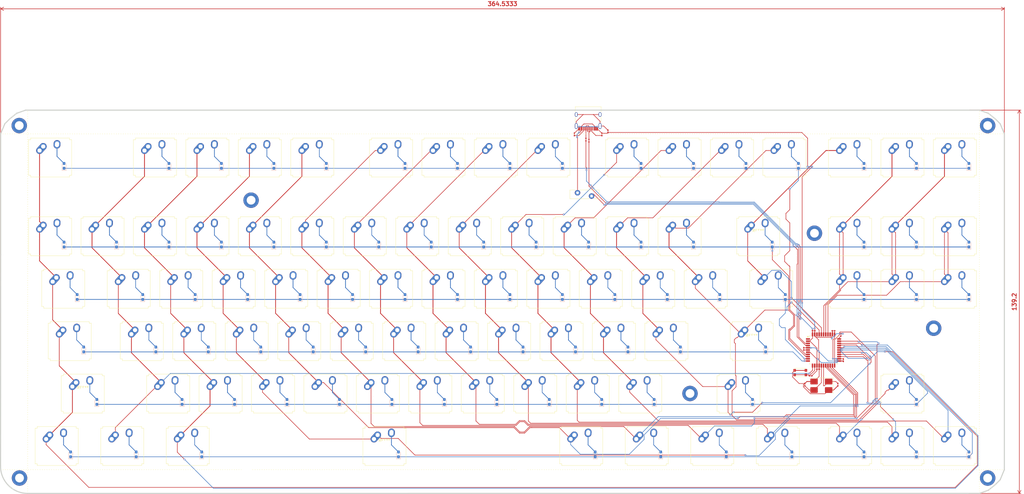
<source format=kicad_pcb>
(kicad_pcb (version 20241229) (generator "pcbnew") (generator_version "9.0")
  (layers (0 "F.Cu" signal) (2 "B.Cu" signal) (13 "F.Paste" user) (15 "B.Paste" user) (5 "F.SilkS" user "F.Silkscreen") (7 "B.SilkS" user "B.Silkscreen") (1 "F.Mask" user) (3 "B.Mask" user) (25 "Edge.Cuts" user))
  (net 0 "")
  (net 1 "Net-(U1-~{RESET})")
  (net 2 "+5V")
  (net 4 "Net-(U1-UCAP)")
  (net 6 "Net-(U1-D-)")
  (net 7 "Net-(U1-D+)")
  (net 8 "Net-(U1-~{HWB}{slash}PE2)")
  (net 9 "Net-(U1-XTAL1)")
  (net 10 "GND")
  (net 12 "Net-(U1-XTAL2)")
  (net 13 "Net-(D1-A)")
  (net 14 "R0")
  (net 15 "Net-(D2-A)")
  (net 16 "Net-(D3-A)")
  (net 17 "Net-(D4-A)")
  (net 18 "Net-(D5-A)")
  (net 19 "Net-(D6-A)")
  (net 20 "Net-(D7-A)")
  (net 21 "Net-(D8-A)")
  (net 22 "Net-(D9-A)")
  (net 23 "Net-(D10-A)")
  (net 24 "Net-(D11-A)")
  (net 25 "Net-(D12-A)")
  (net 26 "Net-(D13-A)")
  (net 27 "Net-(D14-A)")
  (net 28 "Net-(D15-A)")
  (net 29 "Net-(D16-A)")
  (net 30 "R1")
  (net 31 "Net-(D17-A)")
  (net 32 "Net-(D18-A)")
  (net 33 "Net-(D19-A)")
  (net 34 "Net-(D20-A)")
  (net 35 "Net-(D21-A)")
  (net 36 "Net-(D22-A)")
  (net 37 "Net-(D23-A)")
  (net 38 "Net-(D24-A)")
  (net 39 "Net-(D25-A)")
  (net 40 "Net-(D26-A)")
  (net 41 "Net-(D27-A)")
  (net 42 "Net-(D28-A)")
  (net 43 "Net-(D29-A)")
  (net 44 "Net-(D30-A)")
  (net 45 "Net-(D31-A)")
  (net 46 "Net-(D32-A)")
  (net 47 "Net-(D33-A)")
  (net 48 "R2")
  (net 49 "Net-(D34-A)")
  (net 50 "Net-(D35-A)")
  (net 51 "Net-(D36-A)")
  (net 52 "Net-(D37-A)")
  (net 53 "Net-(D38-A)")
  (net 54 "Net-(D39-A)")
  (net 55 "Net-(D40-A)")
  (net 56 "Net-(D41-A)")
  (net 57 "Net-(D42-A)")
  (net 58 "Net-(D43-A)")
  (net 59 "Net-(D44-A)")
  (net 60 "Net-(D45-A)")
  (net 61 "Net-(D46-A)")
  (net 62 "Net-(D47-A)")
  (net 63 "Net-(D48-A)")
  (net 64 "Net-(D49-A)")
  (net 65 "Net-(D50-A)")
  (net 66 "R3")
  (net 67 "Net-(D51-A)")
  (net 68 "Net-(D52-A)")
  (net 69 "Net-(D53-A)")
  (net 70 "Net-(D54-A)")
  (net 71 "Net-(D55-A)")
  (net 72 "Net-(D56-A)")
  (net 73 "Net-(D57-A)")
  (net 74 "Net-(D58-A)")
  (net 75 "Net-(D59-A)")
  (net 76 "Net-(D60-A)")
  (net 77 "Net-(D61-A)")
  (net 78 "Net-(D62-A)")
  (net 79 "Net-(D63-A)")
  (net 80 "Net-(D64-A)")
  (net 81 "R4")
  (net 82 "Net-(D65-A)")
  (net 83 "Net-(D66-A)")
  (net 84 "Net-(D67-A)")
  (net 85 "Net-(D68-A)")
  (net 86 "Net-(D69-A)")
  (net 87 "Net-(D70-A)")
  (net 88 "Net-(D71-A)")
  (net 89 "Net-(D72-A)")
  (net 90 "Net-(D73-A)")
  (net 91 "Net-(D74-A)")
  (net 92 "Net-(D75-A)")
  (net 93 "Net-(D76-A)")
  (net 94 "Net-(D77-A)")
  (net 95 "R5")
  (net 96 "Net-(D78-A)")
  (net 97 "Net-(D79-A)")
  (net 98 "Net-(D80-A)")
  (net 99 "Net-(D81-A)")
  (net 100 "Net-(D82-A)")
  (net 101 "Net-(D83-A)")
  (net 102 "Net-(D84-A)")
  (net 103 "Net-(D85-A)")
  (net 104 "Net-(D86-A)")
  (net 105 "Net-(D87-A)")
  (net 106 "VCC")
  (net 107 "D-")
  (net 108 "Net-(J1-SHIELD)")
  (net 109 "D+")
  (net 110 "Net-(J1-CC2)")
  (net 111 "Net-(J1-CC1)")
  (net 112 "C0")
  (net 113 "C1")
  (net 114 "C2")
  (net 115 "C3")
  (net 116 "C4")
  (net 117 "C5")
  (net 118 "C6")
  (net 119 "C7")
  (net 120 "C8")
  (net 121 "C9")
  (net 122 "C10")
  (net 123 "C11")
  (net 124 "C12")
  (net 125 "C13")
  (net 126 "C14")
  (net 127 "C15")
  (net 128 "C16")
  (footprint "PCM_Switch_Keyboard_Hybrid:SW_Hybrid_Cherry_MX_Alps" (layer "F.Cu") (at 288.13125 123.825)
    (property "Reference" "SW75" (hide yes))
    (property "Value" "SW_Push_45deg" (hide yes))
  )
  (footprint "MountingHole:MountingHole_3.2mm_M3_DIN965_Pad_TopBottom" (layer "F.Cu") (at 378.6 26.5)
    (property "Reference" "REF**" (hide yes))
    (property "Value" "MountingHole_3.2mm_M3_DIN965_Pad_TopBottom" (hide yes))
  )
  (footprint "PCM_Switch_Keyboard_Hybrid:SW_Hybrid_Cherry_MX_Alps" (layer "F.Cu") (at 209.55 66.675)
    (property "Reference" "SW26" (hide yes))
    (property "Value" "SW_Push_45deg" (hide yes))
  )
  (footprint "MountingHole:MountingHole_3.2mm_M3_DIN965_Pad_TopBottom" (layer "F.Cu") (at 26.9 26.5)
    (property "Reference" "REF**" (hide yes))
    (property "Value" "MountingHole_3.2mm_M3_DIN965_Pad_TopBottom" (hide yes))
  )
  (footprint "MountingHole:MountingHole_3.2mm_M3_DIN965_Pad_TopBottom" (layer "F.Cu") (at 27 154.5)
    (property "Reference" "REF**" (hide yes))
    (property "Value" "MountingHole_3.2mm_M3_DIN965_Pad_TopBottom" (hide yes))
  )
  (footprint "PCM_Switch_Keyboard_Hybrid:SW_Hybrid_Cherry_MX_Alps" (layer "F.Cu") (at 266.7 38.1)
    (property "Reference" "SW11" (hide yes))
    (property "Value" "SW_Push_45deg" (hide yes))
  )
  (footprint "Resistor_SMD:R_0201_0603Metric_Pad0.64x0.40mm_HandSolder" (layer "F.Cu") (at 228.5 29.7 90)
    (property "Reference" "R6" (hide yes))
    (property "Value" "5.11k" (hide yes))
  )
  (footprint "PCM_Switch_Keyboard_Hybrid:SW_Hybrid_Cherry_MX_Alps" (layer "F.Cu") (at 57.15 66.675)
    (property "Reference" "SW18" (hide yes))
    (property "Value" "SW_Push_45deg" (hide yes))
  )
  (footprint "Button_Switch_SMD:SW_Push_1P1T_NO_CK_KMR2" (layer "F.Cu") (at 310.55 116.2)
    (property "Reference" "SWRST1" (hide yes))
    (property "Value" "SW_PUSH" (hide yes))
  )
  (footprint "PCM_Switch_Keyboard_Hybrid:SW_Hybrid_Cherry_MX_Alps" (layer "F.Cu") (at 366.7125 66.675)
    (property "Reference" "SW33" (hide yes))
    (property "Value" "SW_Push_45deg" (hide yes))
  )
  (footprint "PCM_Switch_Keyboard_Hybrid:SW_Hybrid_Cherry_MX_Alps" (layer "F.Cu") (at 200.025 85.725)
    (property "Reference" "SW42" (hide yes))
    (property "Value" "SW_Push_45deg" (hide yes))
  )
  (footprint "PCM_Switch_Keyboard_Hybrid:SW_Hybrid_Cherry_MX_Alps" (layer "F.Cu") (at 185.7375 104.775)
    (property "Reference" "SW58" (hide yes))
    (property "Value" "SW_Push_45deg" (hide yes))
  )
  (footprint "PCM_Switch_Keyboard_Hybrid:SW_Hybrid_Cherry_MX_Alps" (layer "F.Cu") (at 171.45 66.675)
    (property "Reference" "SW24" (hide yes))
    (property "Value" "SW_Push_45deg" (hide yes))
  )
  (footprint "PCM_Switch_Keyboard_Hybrid:SW_Hybrid_Cherry_MX_Alps" (layer "F.Cu") (at 128.5875 104.775)
    (property "Reference" "SW55" (hide yes))
    (property "Value" "SW_Push_45deg" (hide yes))
  )
  (footprint "PCM_Switch_Keyboard_Hybrid:SW_Hybrid_Cherry_MX_Alps" (layer "F.Cu") (at 45.24375 104.775)
    (property "Reference" "SW51" (hide yes))
    (property "Value" "SW_Push_45deg" (hide yes))
  )
  (footprint "PCM_Switch_Keyboard_Hybrid:SW_Hybrid_Cherry_MX_Alps" (layer "F.Cu") (at 71.4375 104.775)
    (property "Reference" "SW52" (hide yes))
    (property "Value" "SW_Push_45deg" (hide yes))
  )
  (footprint "PCM_Switch_Keyboard_Hybrid:SW_Hybrid_Cherry_MX_Alps" (layer "F.Cu") (at 38.1 38.1)
    (property "Reference" "SW1" (hide yes))
    (property "Value" "SW_Push_45deg" (hide yes))
  )
  (footprint "PCM_Switch_Keyboard_Hybrid:SW_Hybrid_Cherry_MX_Alps" (layer "F.Cu") (at 233.3625 123.825)
    (property "Reference" "SW73" (hide yes))
    (property "Value" "SW_Push_45deg" (hide yes))
  )
  (footprint "PCM_Switch_Keyboard_Hybrid:SW_Hybrid_Cherry_MX_Alps" (layer "F.Cu") (at 114.3 38.1)
    (property "Reference" "SW4" (hide yes))
    (property "Value" "SW_Push_45deg" (hide yes))
  )
  (footprint "Resistor_SMD:R_0201_0603Metric_Pad0.64x0.40mm_HandSolder" (layer "F.Cu") (at 325.3 102.5 90)
    (property "Reference" "R1" (hide yes))
    (property "Value" "10k" (hide yes))
  )
  (footprint "PCM_Switch_Keyboard_Hybrid:SW_Hybrid_Cherry_MX_Alps" (layer "F.Cu") (at 257.175 85.725)
    (property "Reference" "SW45" (hide yes))
    (property "Value" "SW_Push_45deg" (hide yes))
  )
  (footprint "PCM_Switch_Keyboard_Hybrid:SW_Hybrid_Cherry_MX_Alps" (layer "F.Cu") (at 247.65 66.675)
    (property "Reference" "SW28" (hide yes))
    (property "Value" "SW_Push_45deg" (hide yes))
  )
  (footprint "PCM_Switch_Keyboard_Hybrid:SW_Hybrid_Cherry_MX_Alps" (layer "F.Cu") (at 76.2 66.675)
    (property "Reference" "SW19" (hide yes))
    (property "Value" "SW_Push_45deg" (hide yes))
  )
  (footprint "PCM_Switch_Keyboard_Hybrid:SW_Hybrid_Cherry_MX_Alps" (layer "F.Cu") (at 285.75 38.1)
    (property "Reference" "SW12" (hide yes))
    (property "Value" "SW_Push_45deg" (hide yes))
  )
  (footprint "PCM_Switch_Keyboard_Hybrid:SW_Hybrid_Cherry_MX_Alps" (layer "F.Cu") (at 104.775 85.725)
    (property "Reference" "SW37" (hide yes))
    (property "Value" "SW_Push_45deg" (hide yes))
  )
  (footprint "Resistor_SMD:R_0201_0603Metric_Pad0.64x0.40mm_HandSolder" (layer "F.Cu") (at 314.3 117.4 180)
    (property "Reference" "R4" (hide yes))
    (property "Value" "10k" (hide yes))
  )
  (footprint "PCM_Switch_Keyboard_Hybrid:SW_Hybrid_Cherry_MX_Alps" (layer "F.Cu") (at 109.5375 104.775)
    (property "Reference" "SW54" (hide yes))
    (property "Value" "SW_Push_45deg" (hide yes))
  )
  (footprint "Resistor_SMD:R_0201_0603Metric_Pad0.64x0.40mm_HandSolder" (layer "F.Cu") (at 238.5 29.7 90)
    (property "Reference" "R7" (hide yes))
    (property "Value" "5.11k" (hide yes))
  )
  (footprint "PCM_Mounting_Keyboard_Stabilizer:Stabilizer_Cherry_MX_2.00u" (layer "F.Cu") (at 50 123.7)
    (property "Reference" "REF**")
    (property "Value" "Stabilizer_Cherry_MX_2.00u")
  )
  (footprint "PCM_Switch_Keyboard_Hybrid:SW_Hybrid_Cherry_MX_Alps" (layer "F.Cu") (at 64.29375 142.875)
    (property "Reference" "SW78" (hide yes))
    (property "Value" "SW_Push_45deg" (hide yes))
  )
  (footprint "PCM_Switch_Keyboard_Hybrid:SW_Hybrid_Cherry_MX_Alps" (layer "F.Cu") (at 147.6375 104.775)
    (property "Reference" "SW56" (hide yes))
    (property "Value" "SW_Push_45deg" (hide yes))
  )
  (footprint "PCM_Mounting_Keyboard_Stabilizer:Stabilizer_Cherry_MX_6.25u" (layer "F.Cu") (at 159.5 142.89505)
    (property "Reference" "REF**")
    (property "Value" "Stabilizer_Cherry_MX_6.25u")
  )
  (footprint "PCM_Switch_Keyboard_Hybrid:SW_Hybrid_Cherry_MX_Alps" (layer "F.Cu") (at 347.6625 66.675)
    (property "Reference" "SW32" (hide yes))
    (property "Value" "SW_Push_45deg" (hide yes))
  )
  (footprint "PCM_Switch_Keyboard_Hybrid:SW_Hybrid_Cherry_MX_Alps" (layer "F.Cu") (at 80.9625 123.825)
    (property "Reference" "SW65" (hide yes))
    (property "Value" "SW_Push_45deg" (hide yes))
  )
  (footprint "PCM_Switch_Keyboard_Hybrid:SW_Hybrid_Cherry_MX_Alps" (layer "F.Cu") (at 366.7125 85.725)
    (property "Reference" "SW50" (hide yes))
    (property "Value" "SW_Push_45deg" (hide yes))
  )
  (footprint "PCM_Switch_Keyboard_Hybrid:SW_Hybrid_Cherry_MX_Alps" (layer "F.Cu") (at 190.5 66.675)
    (property "Reference" "SW25" (hide yes))
    (property "Value" "SW_Push_45deg" (hide yes))
  )
  (footprint "PCM_Switch_Keyboard_Hybrid:SW_Hybrid_Cherry_MX_Alps" (layer "F.Cu") (at 214.3125 123.825)
    (property "Reference" "SW72" (hide yes))
    (property "Value" "SW_Push_45deg" (hide yes))
  )
  (footprint "PCM_Switch_Keyboard_Hybrid:SW_Hybrid_Cherry_MX_Alps" (layer "F.Cu") (at 123.825 85.725)
    (property "Reference" "SW38" (hide yes))
    (property "Value" "SW_Push_45deg" (hide yes))
  )
  (footprint "Package_QFP:TQFP-44_10x10mm_P0.8mm" (layer "F.Cu") (at 319 108)
    (property "Reference" "U1" (hide yes))
    (property "Value" "ATmega32U4-A" (hide yes))
  )
  (footprint "PCM_Switch_Keyboard_Hybrid:SW_Hybrid_Cherry_MX_Alps" (layer "F.Cu") (at 219.075 85.725)
    (property "Reference" "SW43" (hide yes))
    (property "Value" "SW_Push_45deg" (hide yes))
  )
  (footprint "PCM_Switch_Keyboard_Hybrid:SW_Hybrid_Cherry_MX_Alps" (layer "F.Cu") (at 366.7125 38.1)
    (property "Reference" "SW16" (hide yes))
    (property "Value" "SW_Push_45deg" (hide yes))
  )
  (footprint "PCM_Switch_Keyboard_Hybrid:SW_Hybrid_Cherry_MX_Alps" (layer "F.Cu") (at 157.1625 123.825)
    (property "Reference" "SW69" (hide yes))
    (property "Value" "SW_Push_45deg" (hide yes))
  )
  (footprint "PCM_Switch_Keyboard_Hybrid:SW_Hybrid_Cherry_MX_Alps" (layer "F.Cu") (at 176.2125 123.825)
    (property "Reference" "SW70" (hide yes))
    (property "Value" "SW_Push_45deg" (hide yes))
  )
  (footprint "PCM_Switch_Keyboard_Hybrid:SW_Hybrid_Cherry_MX_Alps" (layer "F.Cu") (at 278.60625 142.875)
    (property "Reference" "SW83" (hide yes))
    (property "Value" "SW_Push_45deg" (hide yes))
  )
  (footprint "Capacitor_SMD:C_0201_0603Metric_Pad0.64x0.40mm_HandSolder" (layer "F.Cu") (at 312.2 120.5925 -90)
    (property "Reference" "C7" (hide yes))
    (property "Value" "22pF" (hide yes))
  )
  (footprint "PCM_Switch_Keyboard_Hybrid:SW_Hybrid_Cherry_MX_Alps" (layer "F.Cu") (at 38.1 66.675)
    (property "Reference" "SW17" (hide yes))
    (property "Value" "SW_Push_45deg" (hide yes))
  )
  (footprint "Resistor_SMD:R_0201_0603Metric_Pad0.64x0.40mm_HandSolder" (layer "F.Cu") (at 240.7 28.6 -90)
    (property "Reference" "R5" (hide yes))
    (property "Value" "1M" (hide yes))
  )
  (footprint "PCM_Switch_Keyboard_Hybrid:SW_Hybrid_Cherry_MX_Alps" (layer "F.Cu") (at 114.3 66.675)
    (property "Reference" "SW21" (hide yes))
    (property "Value" "SW_Push_45deg" (hide yes))
  )
  (footprint "PCM_Switch_Keyboard_Hybrid:SW_Hybrid_Cherry_MX_Alps" (layer "F.Cu") (at 238.125 85.725)
    (property "Reference" "SW44" (hide yes))
    (property "Value" "SW_Push_45deg" (hide yes))
  )
  (footprint "PCM_Switch_Keyboard_Hybrid:SW_Hybrid_Cherry_MX_Alps" (layer "F.Cu") (at 247.65 38.1)
    (property "Reference" "SW10" (hide yes))
    (property "Value" "SW_Push_45deg" (hide yes))
  )
  (footprint "Crystal:Crystal_SMD_0603-4Pin_6.0x3.5mm_HandSoldering" (layer "F.Cu") (at 318.2 121 180)
    (property "Reference" "Y1" (hide yes))
    (property "Value" "16MHz" (hide yes))
  )
  (footprint "PCM_Switch_Keyboard_Hybrid:SW_Hybrid_Cherry_MX_Alps" (layer "F.Cu") (at 292.89375 104.775)
    (property "Reference" "SW63" (hide yes))
    (property "Value" "SW_Push_45deg" (hide yes))
  )
  (footprint "PCM_Switch_Keyboard_Hybrid:SW_Hybrid_Cherry_MX_Alps" (layer "F.Cu") (at 90.4875 104.775)
    (property "Reference" "SW53" (hide yes))
    (property "Value" "SW_Push_45deg" (hide yes))
  )
  (footprint "PCM_Switch_Keyboard_Hybrid:SW_Hybrid_Cherry_MX_Alps" (layer "F.Cu") (at 195.2625 123.825)
    (property "Reference" "SW71" (hide yes))
    (property "Value" "SW_Push_45deg" (hide yes))
  )
  (footprint "PCM_Switch_Keyboard_Hybrid:SW_Hybrid_Cherry_MX_Alps" (layer "F.Cu") (at 228.6 66.675)
    (property "Reference" "SW27" (hide yes))
    (property "Value" "SW_Push_45deg" (hide yes))
  )
  (footprint "PCM_Switch_Keyboard_Hybrid:SW_Hybrid_Cherry_MX_Alps" (layer "F.Cu") (at 328.6125 38.1)
    (property "Reference" "SW14" (hide yes))
    (property "Value" "SW_Push_45deg" (hide yes))
  )
  (footprint "PCM_Switch_Keyboard_Hybrid:SW_Hybrid_Cherry_MX_Alps" (layer "F.Cu") (at 223.8375 104.775)
    (property "Reference" "SW60" (hide yes))
    (property "Value" "SW_Push_45deg" (hide yes))
  )
  (footprint "PCM_Switch_Keyboard_Hybrid:SW_Hybrid_Cherry_MX_Alps" (layer "F.Cu") (at 304.8 38.1)
    (property "Reference" "SW13" (hide yes))
    (property "Value" "SW_Push_45deg" (hide yes))
  )
  (footprint "PCM_Switch_Keyboard_Hybrid:SW_Hybrid_Cherry_MX_Alps" (layer "F.Cu") (at 266.7 66.675)
    (property "Reference" "SW29" (hide yes))
    (property "Value" "SW_Push_45deg" (hide yes))
  )
  (footprint "PCM_Switch_Keyboard_Hybrid:SW_Hybrid_Cherry_MX_Alps" (layer "F.Cu") (at 138.1125 123.825)
    (property "Reference" "SW68" (hide yes))
    (property "Value" "SW_Push_45deg" (hide yes))
  )
  (footprint "PCM_Switch_Keyboard_Hybrid:SW_Hybrid_Cherry_MX_Alps" (layer "F.Cu") (at 85.725 85.725)
    (property "Reference" "SW36" (hide yes))
    (property "Value" "SW_Push_45deg" (hide yes))
  )
  (footprint "Resistor_SMD:R_0201_0603Metric_Pad0.64x0.40mm_HandSolder" (layer "F.Cu") (at 232.7 31.6 -90)
    (property "Reference" "R2" (hide yes))
    (property "Value" "22" (hide yes))
  )
  (footprint "PCM_Switch_Keyboard_Hybrid:SW_Hybrid_Cherry_MX_Alps" (layer "F.Cu") (at 161.925 38.1)
    (property "Reference" "SW6" (hide yes))
    (property "Value" "SW_Push_45deg" (hide yes))
  )
  (footprint "PCM_Mounting_Keyboard_Stabilizer:Stabilizer_Cherry_MX_2.00u" (layer "F.Cu") (at 292.89375 104.775)
    (property "Reference" "REF**")
    (property "Value" "Stabilizer_Cherry_MX_2.00u")
  )
  (footprint "PCM_Switch_Keyboard_Hybrid:SW_Hybrid_Cherry_MX_Alps" (layer "F.Cu") (at 95.25 66.675)
    (property "Reference" "SW20" (hide yes))
    (property "Value" "SW_Push_45deg" (hide yes))
  )
  (footprint "Capacitor_SMD:C_0201_0603Metric_Pad0.64x0.40mm_HandSolder" (layer "F.Cu") (at 311.8 107.6 90)
    (property "Reference" "C1" (hide yes))
    (property "Value" "1uF" (hide yes))
  )
  (footprint "PCM_Mounting_Keyboard_Stabilizer:Stabilizer_Cherry_MX_2.00u" (layer "F.Cu") (at 295.275 66.675)
    (property "Reference" "REF**")
    (property "Value" "Stabilizer_Cherry_MX_2.00u")
  )
  (footprint "Capacitor_SMD:C_0201_0603Metric_Pad0.64x0.40mm_HandSolder" (layer "F.Cu") (at 315.4 101)
    (property "Reference" "C4" (hide yes))
    (property "Value" "0.1uF" (hide yes))
  )
  (footprint "PCM_Switch_Keyboard_Hybrid:SW_Hybrid_Cherry_MX_Alps" (layer "F.Cu") (at 347.6625 38.1)
    (property "Reference" "SW15" (hide yes))
    (property "Value" "SW_Push_45deg" (hide yes))
  )
  (footprint "Capacitor_SMD:C_0201_0603Metric_Pad0.64x0.40mm_HandSolder" (layer "F.Cu") (at 324.2 120.5925 90)
    (property "Reference" "C6" (hide yes))
    (property "Value" "22pF" (hide yes))
  )
  (footprint "PCM_Switch_Keyboard_Hybrid:SW_Hybrid_Cherry_MX_Alps" (layer "F.Cu") (at 152.4 66.675)
    (property "Reference" "SW23" (hide yes))
    (property "Value" "SW_Push_45deg" (hide yes))
  )
  (footprint "PCM_Switch_Keyboard_Hybrid:SW_Hybrid_Cherry_MX_Alps" (layer "F.Cu") (at 366.7125 142.875)
    (property "Reference" "SW87" (hide yes))
    (property "Value" "SW_Push_45deg" (hide yes))
  )
  (footprint "PCM_Switch_Keyboard_Hybrid:SW_Hybrid_Cherry_MX_Alps" (layer "F.Cu") (at 328.6125 142.875)
    (property "Reference" "SW85" (hide yes))
    (property "Value" "SW_Push_45deg" (hide yes))
  )
  (footprint "Connector_USB:USB_C_Receptacle_HRO_TYPE-C-31-M-12" (layer "F.Cu") (at 233.5 23.54 180)
    (property "Reference" "J1" (hide yes))
    (property "Value" "USB_C_Receptacle_USB2.0_14P" (hide yes))
  )
  (footprint "PCM_Switch_Keyboard_Hybrid:SW_Hybrid_Cherry_MX_Alps" (layer "F.Cu") (at 76.2 38.1)
    (property "Reference" "SW2" (hide yes))
    (property "Value" "SW_Push_45deg" (hide yes))
  )
  (footprint "Resistor_SMD:R_0201_0603Metric_Pad0.64x0.40mm_HandSolder" (layer "F.Cu") (at 233.8 32 -90)
    (property "Reference" "R3" (hide yes))
    (property "Value" "22" (hide yes))
  )
  (footprint "PCM_Switch_Keyboard_Hybrid:SW_Hybrid_Cherry_MX_Alps" (layer "F.Cu") (at 347.6625 123.825)
    (property "Reference" "SW76" (hide yes))
    (property "Value" "SW_Push_45deg" (hide yes))
  )
  (footprint "Capacitor_SMD:C_0201_0603Metric_Pad0.64x0.40mm_HandSolder" (layer "F.Cu") (at 326.2 111.7 -90)
    (property "Reference" "C2" (hide yes))
    (property "Value" "0.1uF" (hide yes))
  )
  (footprint "PCM_Switch_Keyboard_Hybrid:SW_Hybrid_Cherry_MX_Alps" (layer "F.Cu") (at 219.075 38.1)
    (property "Reference" "SW9" (hide yes))
    (property "Value" "SW_Push_45deg" (hide yes))
  )
  (footprint "PCM_Switch_Keyboard_Hybrid:SW_Hybrid_Cherry_MX_Alps" (layer "F.Cu") (at 200.025 38.1)
    (property "Reference" "SW8" (hide yes))
    (property "Value" "SW_Push_45deg" (hide yes))
  )
  (footprint "PCM_Switch_Keyboard_Hybrid:SW_Hybrid_Cherry_MX_Alps" (layer "F.Cu") (at 242.8875 104.775)
    (property "Reference" "SW61" (hide yes))
    (property "Value" "SW_Push_45deg" (hide yes))
  )
  (footprint "PCM_Switch_Keyboard_Hybrid:SW_Hybrid_Cherry_MX_Alps" (layer "F.Cu") (at 180.975 85.725)
    (property "Reference" "SW41" (hide yes))
    (property "Value" "SW_Push_45deg" (hide yes))
  )
  (footprint "PCM_Switch_Keyboard_Hybrid:SW_Hybrid_Cherry_MX_Alps" (layer "F.Cu") (at 161.925 85.725)
    (property "Reference" "SW40" (hide yes))
    (property "Value" "SW_Push_45deg" (hide yes))
  )
  (footprint "PCM_Switch_Keyboard_Hybrid:SW_Hybrid_Cherry_MX_Alps" (layer "F.Cu") (at 133.35 66.675)
    (property "Reference" "SW22" (hide yes))
    (property "Value" "SW_Push_45deg" (hide yes))
  )
  (footprint "PCM_Switch_Keyboard_Hybrid:SW_Hybrid_Cherry_MX_Alps" (layer "F.Cu") (at 40.48125 142.875)
    (property "Reference" "SW77" (hide yes))
    (property "Value" "SW_Push_45deg" (hide yes))
  )
  (footprint "PCM_Switch_Keyboard_Hybrid:SW_Hybrid_Cherry_MX_Alps" (layer "F.Cu") (at 276.225 85.725)
    (property "Reference" "SW46" (hide yes))
    (property "Value" "SW_Push_45deg" (hide yes))
  )
  (footprint "PCM_Switch_Keyboard_Hybrid:SW_Hybrid_Cherry_MX_Alps" (layer "F.Cu") (at 50.00625 123.825)
    (property "Reference" "SW64" (hide yes))
    (property "Value" "SW_Push_45deg" (hide yes))
  )
  (footprint "PCM_Switch_Keyboard_Hybrid:SW_Hybrid_Cherry_MX_Alps" (layer "F.Cu") (at 66.675 85.725)
    (property "Reference" "SW35" (hide yes))
    (property "Value" "SW_Push_45deg" (hide yes))
  )
  (footprint "Capacitor_SMD:C_0201_0603Metric_Pad0.64x0.40mm_HandSolder" (layer "F.Cu") (at 317 115)
    (property "Reference" "C5" (hide yes))
    (property "Value" "10uF" (hide yes))
  )
  (footprint "PCM_Switch_Keyboard_Hybrid:SW_Hybrid_Cherry_MX_Alps" (layer "F.Cu") (at 119.0625 123.825)
    (property "Reference" "SW67" (hide yes))
    (property "Value" "SW_Push_45deg" (hide yes))
  )
  (footprint "PCM_Switch_Keyboard_Hybrid:SW_Hybrid_Cherry_MX_Alps" (layer "F.Cu") (at 295.275 66.675)
    (property "Reference" "SW30" (hide yes))
    (property "Value" "SW_Push_45deg" (hide yes))
  )
  (footprint "PCM_Switch_Keyboard_Hybrid:SW_Hybrid_Cherry_MX_Alps" (layer "F.Cu") (at 261.9375 104.775)
    (property "Reference" "SW62" (hide yes))
    (property "Value" "SW_Push_45deg" (hide yes))
  )
  (footprint "PCM_Switch_Keyboard_Hybrid:SW_Hybrid_Cherry_MX_Alps" (layer "F.Cu") (at 88.10625 142.875)
    (property "Reference" "SW79" (hide yes))
    (property "Value" "SW_Push_45deg" (hide yes))
  )
  (footprint "PCM_Switch_Keyboard_Hybrid:SW_Hybrid_Cherry_MX_Alps" (layer "F.Cu") (at 328.6125 66.675)
    (property "Reference" "SW31" (hide yes))
    (property "Value" "SW_Push_45deg" (hide yes))
  )
  (footprint "PCM_Switch_Keyboard_Hybrid:SW_Hybrid_Cherry_MX_Alps" (layer "F.Cu") (at 347.6625 142.875)
    (property "Reference" "SW86" (hide yes))
    (property "Value" "SW_Push_45deg" (hide yes))
  )
  (footprint "PCM_Switch_Keyboard_Hybrid:SW_Hybrid_Cherry_MX_Alps" (layer "F.Cu") (at 254.79375 142.875)
    (property "Reference" "SW82" (hide yes))
    (property "Value" "SW_Push_45deg" (hide yes))
  )
  (footprint "PCM_Switch_Keyboard_Hybrid:SW_Hybrid_Cherry_MX_Alps" (layer "F.Cu") (at 347.6625 85.725)
    (property "Reference" "SW49" (hide yes))
    (property "Value" "SW_Push_45deg" (hide yes))
  )
  (footprint "PCM_Switch_Keyboard_Hybrid:SW_Hybrid_Cherry_MX_Alps" (layer "F.Cu") (at 166.6875 104.775)
    (property "Reference" "SW57" (hide yes))
    (property "Value" "SW_Push_45deg" (hide yes))
  )
  (footprint "PCM_Switch_Keyboard_Hybrid:SW_Hybrid_Cherry_MX_Alps" (layer "F.Cu") (at 100.0125 123.825)
    (property "Reference" "SW66" (hide yes))
    (property "Value" "SW_Push_45deg" (hide yes))
  )
  (footprint "PCM_Switch_Keyboard_Hybrid:SW_Hybrid_Cherry_MX_Alps" (layer "F.Cu") (at 133.35 38.1)
    (property "Reference" "SW5" (hide yes))
    (property "Value" "SW_Push_45deg" (hide yes))
  )
  (footprint "Fuse:Fuse_Bourns_MF-RG500" (layer "F.Cu") (at 229.65 50.9)
    (property "Reference" "F1" (hide yes))
    (property "Value" "500mA" (hide yes))
  )
  (footprint "PCM_Switch_Keyboard_Hybrid:SW_Hybrid_Cherry_MX_Alps" (layer "F.Cu") (at 204.7875 104.775)
    (property "Reference" "SW59" (hide yes))
    (property "Value" "SW_Push_45deg" (hide yes))
  )
  (footprint "PCM_Switch_Keyboard_Hybrid:SW_Hybrid_Cherry_MX_Alps" (layer "F.Cu") (at 180.975 38.1)
    (property "Reference" "SW7" (hide yes))
    (property "Value" "SW_Push_45deg" (hide yes))
  )
  (footprint "PCM_Switch_Keyboard_Hybrid:SW_Hybrid_Cherry_MX_Alps" (layer "F.Cu") (at 230.98125 142.875)
    (property "Reference" "SW81" (hide yes))
    (property "Value" "SW_Push_45deg" (hide yes))
  )
  (footprint "PCM_Switch_Keyboard_Hybrid:SW_Hybrid_Cherry_MX_Alps" (layer "F.Cu") (at 252.4125 123.825)
    (property "Reference" "SW74" (hide yes))
    (property "Value" "SW_Push_45deg" (hide yes))
  )
  (footprint "PCM_Switch_Keyboard_Hybrid:SW_Hybrid_Cherry_MX_Alps" (layer "F.Cu") (at 328.6125 85.725)
    (property "Reference" "SW48" (hide yes))
    (property "Value" "SW_Push_45deg" (hide yes))
  )
  (footprint "PCM_Switch_Keyboard_Hybrid:SW_Hybrid_Cherry_MX_Alps" (layer "F.Cu") (at 142.875 85.725)
    (property "Reference" "SW39" (hide yes))
    (property "Value" "SW_Push_45deg" (hide yes))
  )
  (footprint "PCM_Switch_Keyboard_Hybrid:SW_Hybrid_Cherry_MX_Alps" (layer "F.Cu") (at 42.8625 85.725)
    (property "Reference" "SW34" (hide yes))
    (property "Value" "SW_Push_45deg" (hide yes))
  )
  (footprint "PCM_Switch_Keyboard_Hybrid:SW_Hybrid_Cherry_MX_Alps" (layer "F.Cu") (at 300.0375 85.725)
    (property "Reference" "SW47" (hide yes))
    (property "Value" "SW_Push_45deg" (hide yes))
  )
  (footprint "PCM_Switch_Keyboard_Hybrid:SW_Hybrid_Cherry_MX_Alps" (layer "F.Cu") (at 302.41875 142.875)
    (property "Reference" "SW84" (hide yes))
    (property "Value" "SW_Push_45deg" (hide yes))
  )
  (footprint "Capacitor_SMD:C_0201_0603Metric_Pad0.64x0.40mm_HandSolder" (layer "F.Cu") (at 322.6 101 180)
    (property "Reference" "C3" (hide yes))
    (property "Value" "0.1uF" (hide yes))
  )
  (footprint "PCM_Switch_Keyboard_Hybrid:SW_Hybrid_Cherry_MX_Alps" (layer "F.Cu") (at 95.25 38.1)
    (property "Reference" "SW3" (hide yes))
    (property "Value" "SW_Push_45deg" (hide yes))
  )
  (footprint "PCM_Switch_Keyboard_Hybrid:SW_Hybrid_Cherry_MX_Alps" (layer "F.Cu") (at 159.54375 142.875)
    (property "Reference" "SW80" (hide yes))
    (property "Value" "SW_Push_45deg" (hide yes))
  )
  (footprint "Diode_SMD:D_0603_1608Metric_Pad1.05x0.95mm_HandSolder" (layer "B.Cu") (at 252.73 41.13 90)
    (property "Reference" "D10" (hide yes))
    (property "Value" "D_Small" (hide yes))
  )
  (footprint "MountingHole:MountingHole_3.2mm_M3_DIN965_Pad_TopBottom" (layer "B.Cu") (at 111.1 53.6 180)
    (property "Reference" "REF**" (hide yes))
    (property "Value" "MountingHole_3.2mm_M3_DIN965_Pad_TopBottom" (hide yes))
  )
  (footprint "Diode_SMD:D_0603_1608Metric_Pad1.05x0.95mm_HandSolder" (layer "B.Cu") (at 224.155 41.13 90)
    (property "Reference" "D9" (hide yes))
    (property "Value" "D_Small" (hide yes))
  )
  (footprint "Diode_SMD:D_0603_1608Metric_Pad1.05x0.95mm_HandSolder" (layer "B.Cu") (at 105.0925 126.855 90)
    (property "Reference" "D66" (hide yes))
    (property "Value" "D_Small" (hide yes))
  )
  (footprint "Diode_SMD:D_0603_1608Metric_Pad1.05x0.95mm_HandSolder" (layer "B.Cu") (at 50.32375 107.805 90)
    (property "Reference" "D51" (hide yes))
    (property "Value" "D_Small" (hide yes))
  )
  (footprint "Diode_SMD:D_0603_1608Metric_Pad1.05x0.95mm_HandSolder" (layer "B.Cu") (at 205.105 41.13 90)
    (property "Reference" "D8" (hide yes))
    (property "Value" "D_Small" (hide yes))
  )
  (footprint "Diode_SMD:D_0603_1608Metric_Pad1.05x0.95mm_HandSolder" (layer "B.Cu") (at 209.8675 107.805 90)
    (property "Reference" "D59" (hide yes))
    (property "Value" "D_Small" (hide yes))
  )
  (footprint "Diode_SMD:D_0603_1608Metric_Pad1.05x0.95mm_HandSolder" (layer "B.Cu") (at 181.2925 126.855 90)
    (property "Reference" "D70" (hide yes))
    (property "Value" "D_Small" (hide yes))
  )
  (footprint "Diode_SMD:D_0603_1608Metric_Pad1.05x0.95mm_HandSolder" (layer "B.Cu") (at 69.37375 145.905 90)
    (property "Reference" "D78" (hide yes))
    (property "Value" "D_Small" (hide yes))
  )
  (footprint "Diode_SMD:D_0603_1608Metric_Pad1.05x0.95mm_HandSolder" (layer "B.Cu") (at 200.3425 126.855 90)
    (property "Reference" "D71" (hide yes))
    (property "Value" "D_Small" (hide yes))
  )
  (footprint "Diode_SMD:D_0603_1608Metric_Pad1.05x0.95mm_HandSolder" (layer "B.Cu") (at 47.9425 88.755 90)
    (property "Reference" "D34" (hide yes))
    (property "Value" "D_Small" (hide yes))
  )
  (footprint "Diode_SMD:D_0603_1608Metric_Pad1.05x0.95mm_HandSolder" (layer "B.Cu") (at 119.38 41.13 90)
    (property "Reference" "D4" (hide yes))
    (property "Value" "D_Small" (hide yes))
  )
  (footprint "Diode_SMD:D_0603_1608Metric_Pad1.05x0.95mm_HandSolder" (layer "B.Cu") (at 190.8175 107.805 90)
    (property "Reference" "D58" (hide yes))
    (property "Value" "D_Small" (hide yes))
  )
  (footprint "Diode_SMD:D_0603_1608Metric_Pad1.05x0.95mm_HandSolder" (layer "B.Cu") (at 333.6925 88.755 90)
    (property "Reference" "D48" (hide yes))
    (property "Value" "D_Small" (hide yes))
  )
  (footprint "Diode_SMD:D_0603_1608Metric_Pad1.05x0.95mm_HandSolder" (layer "B.Cu") (at 252.73 69.705 90)
    (property "Reference" "D28" (hide yes))
    (property "Value" "D_Small" (hide yes))
  )
  (footprint "Diode_SMD:D_0603_1608Metric_Pad1.05x0.95mm_HandSolder" (layer "B.Cu") (at 109.855 88.755 90)
    (property "Reference" "D37" (hide yes))
    (property "Value" "D_Small" (hide yes))
  )
  (footprint "Diode_SMD:D_0603_1608Metric_Pad1.05x0.95mm_HandSolder" (layer "B.Cu") (at 76.5175 107.805 90)
    (property "Reference" "D52" (hide yes))
    (property "Value" "D_Small" (hide yes))
  )
  (footprint "Diode_SMD:D_0603_1608Metric_Pad1.05x0.95mm_HandSolder" (layer "B.Cu") (at 309.88 41.13 90)
    (property "Reference" "D13" (hide yes))
    (property "Value" "D_Small" (hide yes))
  )
  (footprint "Diode_SMD:D_0603_1608Metric_Pad1.05x0.95mm_HandSolder" (layer "B.Cu") (at 352.7425 126.855 90)
    (property "Reference" "D76" (hide yes))
    (property "Value" "D_Small" (hide yes))
  )
  (footprint "Diode_SMD:D_0603_1608Metric_Pad1.05x0.95mm_HandSolder" (layer "B.Cu") (at 243.205 88.755 90)
    (property "Reference" "D44" (hide yes))
    (property "Value" "D_Small" (hide yes))
  )
  (footprint "Diode_SMD:D_0603_1608Metric_Pad1.05x0.95mm_HandSolder" (layer "B.Cu") (at 352.7425 145.905 90)
    (property "Reference" "D86" (hide yes))
    (property "Value" "D_Small" (hide yes))
  )
  (footprint "Diode_SMD:D_0603_1608Metric_Pad1.05x0.95mm_HandSolder" (layer "B.Cu") (at 171.7675 107.805 90)
    (property "Reference" "D57" (hide yes))
    (property "Value" "D_Small" (hide yes))
  )
  (footprint "Diode_SMD:D_0603_1608Metric_Pad1.05x0.95mm_HandSolder" (layer "B.Cu") (at 293.21125 126.855 90)
    (property "Reference" "D75" (hide yes))
    (property "Value" "D_Small" (hide yes))
  )
  (footprint "MountingHole:MountingHole_3.2mm_M3_DIN965_Pad_TopBottom" (layer "B.Cu") (at 270.5 123.8 180)
    (property "Reference" "REF**" (hide yes))
    (property "Value" "MountingHole_3.2mm_M3_DIN965_Pad_TopBottom" (hide yes))
  )
  (footprint "Diode_SMD:D_0603_1608Metric_Pad1.05x0.95mm_HandSolder" (layer "B.Cu") (at 162.2425 126.855 90)
    (property "Reference" "D69" (hide yes))
    (property "Value" "D_Small" (hide yes))
  )
  (footprint "Diode_SMD:D_0603_1608Metric_Pad1.05x0.95mm_HandSolder" (layer "B.Cu") (at 305.1175 88.755 90)
    (property "Reference" "D47" (hide yes))
    (property "Value" "D_Small" (hide yes))
  )
  (footprint "Diode_SMD:D_0603_1608Metric_Pad1.05x0.95mm_HandSolder" (layer "B.Cu") (at 114.6175 107.805 90)
    (property "Reference" "D54" (hide yes))
    (property "Value" "D_Small" (hide yes))
  )
  (footprint "Diode_SMD:D_0603_1608Metric_Pad1.05x0.95mm_HandSolder" (layer "B.Cu") (at 81.28 41.13 90)
    (property "Reference" "D2" (hide yes))
    (property "Value" "D_Small" (hide yes))
  )
  (footprint "MountingHole:MountingHole_3.2mm_M3_DIN965_Pad_TopBottom" (layer "B.Cu") (at 315.7 65.6 180)
    (property "Reference" "REF**" (hide yes))
    (property "Value" "MountingHole_3.2mm_M3_DIN965_Pad_TopBottom" (hide yes))
  )
  (footprint "Diode_SMD:D_0603_1608Metric_Pad1.05x0.95mm_HandSolder" (layer "B.Cu") (at 90.805 88.755 90)
    (property "Reference" "D36" (hide yes))
    (property "Value" "D_Small" (hide yes))
  )
  (footprint "Diode_SMD:D_0603_1608Metric_Pad1.05x0.95mm_HandSolder" (layer "B.Cu") (at 290.83 41.13 90)
    (property "Reference" "D12" (hide yes))
    (property "Value" "D_Small" (hide yes))
  )
  (footprint "Diode_SMD:D_0603_1608Metric_Pad1.05x0.95mm_HandSolder" (layer "B.Cu") (at 267.0175 107.805 90)
    (property "Reference" "D62" (hide yes))
    (property "Value" "D_Small" (hide yes))
  )
  (footprint "Diode_SMD:D_0603_1608Metric_Pad1.05x0.95mm_HandSolder" (layer "B.Cu") (at 119.38 69.705 90)
    (property "Reference" "D21" (hide yes))
    (property "Value" "D_Small" (hide yes))
  )
  (footprint "Diode_SMD:D_0603_1608Metric_Pad1.05x0.95mm_HandSolder" (layer "B.Cu") (at 71.755 88.755 90)
    (property "Reference" "D35" (hide yes))
    (property "Value" "D_Small" (hide yes))
  )
  (footprint "Diode_SMD:D_0603_1608Metric_Pad1.05x0.95mm_HandSolder" (layer "B.Cu") (at 143.1925 126.855 90)
    (property "Reference" "D68" (hide yes))
    (property "Value" "D_Small" (hide yes))
  )
  (footprint "Diode_SMD:D_0603_1608Metric_Pad1.05x0.95mm_HandSolder" (layer "B.Cu") (at 333.6925 41.13 90)
    (property "Reference" "D14" (hide yes))
    (property "Value" "D_Small" (hide yes))
  )
  (footprint "Diode_SMD:D_0603_1608Metric_Pad1.05x0.95mm_HandSolder" (layer "B.Cu") (at 186.055 88.755 90)
    (property "Reference" "D41" (hide yes))
    (property "Value" "D_Small" (hide yes))
  )
  (footprint "Diode_SMD:D_0603_1608Metric_Pad1.05x0.95mm_HandSolder" (layer "B.Cu") (at 152.7175 107.805 90)
    (property "Reference" "D56" (hide yes))
    (property "Value" "D_Small" (hide yes))
  )
  (footprint "Diode_SMD:D_0603_1608Metric_Pad1.05x0.95mm_HandSolder" (layer "B.Cu") (at 333.6925 69.705 90)
    (property "Reference" "D31" (hide yes))
    (property "Value" "D_Small" (hide yes))
  )
  (footprint "MountingHole:MountingHole_3.2mm_M3_DIN965_Pad_TopBottom" (layer "B.Cu") (at 378.6 154.5 180)
    (property "Reference" "REF**" (hide yes))
    (property "Value" "MountingHole_3.2mm_M3_DIN965_Pad_TopBottom" (hide yes))
  )
  (footprint "Diode_SMD:D_0603_1608Metric_Pad1.05x0.95mm_HandSolder" (layer "B.Cu") (at 262.255 88.755 90)
    (property "Reference" "D45" (hide yes))
    (property "Value" "D_Small" (hide yes))
  )
  (footprint "Diode_SMD:D_0603_1608Metric_Pad1.05x0.95mm_HandSolder" (layer "B.Cu") (at 371.7925 69.705 90)
    (property "Reference" "D33" (hide yes))
    (property "Value" "D_Small" (hide yes))
  )
  (footprint "Diode_SMD:D_0603_1608Metric_Pad1.05x0.95mm_HandSolder" (layer "B.Cu") (at 352.7425 69.705 90)
    (property "Reference" "D32" (hide yes))
    (property "Value" "D_Small" (hide yes))
  )
  (footprint "Diode_SMD:D_0603_1608Metric_Pad1.05x0.95mm_HandSolder" (layer "B.Cu") (at 333.6925 145.905 90)
    (property "Reference" "D85" (hide yes))
    (property "Value" "D_Small" (hide yes))
  )
  (footprint "Diode_SMD:D_0603_1608Metric_Pad1.05x0.95mm_HandSolder" (layer "B.Cu") (at 124.1425 126.855 90)
    (property "Reference" "D67" (hide yes))
    (property "Value" "D_Small" (hide yes))
  )
  (footprint "Diode_SMD:D_0603_1608Metric_Pad1.05x0.95mm_HandSolder" (layer "B.Cu") (at 228.9175 107.805 90)
    (property "Reference" "D60" (hide yes))
    (property "Value" "D_Small" (hide yes))
  )
  (footprint "Diode_SMD:D_0603_1608Metric_Pad1.05x0.95mm_HandSolder" (layer "B.Cu") (at 43.18 69.705 90)
    (property "Reference" "D17" (hide yes))
    (property "Value" "D_Small" (hide yes))
  )
  (footprint "MountingHole:MountingHole_3.2mm_M3_DIN965_Pad_TopBottom" (layer "B.Cu") (at 359 100.1 180)
    (property "Reference" "REF**" (hide yes))
    (property "Value" "MountingHole_3.2mm_M3_DIN965_Pad_TopBottom" (hide yes))
  )
  (footprint "Diode_SMD:D_0603_1608Metric_Pad1.05x0.95mm_HandSolder" (layer "B.Cu") (at 307.49875 145.905 90)
    (property "Reference" "D84" (hide yes))
    (property "Value" "D_Small" (hide yes))
  )
  (footprint "Diode_SMD:D_0603_1608Metric_Pad1.05x0.95mm_HandSolder" (layer "B.Cu") (at 62.23 69.705 90)
    (property "Reference" "D18" (hide yes))
    (property "Value" "D_Small" (hide yes))
  )
  (footprint "Diode_SMD:D_0603_1608Metric_Pad1.05x0.95mm_HandSolder" (layer "B.Cu") (at 219.3925 126.855 90)
    (property "Reference" "D72" (hide yes))
    (property "Value" "D_Small" (hide yes))
  )
  (footprint "Diode_SMD:D_0603_1608Metric_Pad1.05x0.95mm_HandSolder" (layer "B.Cu") (at 81.28 69.705 90)
    (property "Reference" "D19" (hide yes))
    (property "Value" "D_Small" (hide yes))
  )
  (footprint "Diode_SMD:D_0603_1608Metric_Pad1.05x0.95mm_HandSolder" (layer "B.Cu") (at 214.63 69.705 90)
    (property "Reference" "D26" (hide yes))
    (property "Value" "D_Small" (hide yes))
  )
  (footprint "Diode_SMD:D_0603_1608Metric_Pad1.05x0.95mm_HandSolder" (layer "B.Cu") (at 224.155 88.755 90)
    (property "Reference" "D43" (hide yes))
    (property "Value" "D_Small" (hide yes))
  )
  (footprint "Diode_SMD:D_0603_1608Metric_Pad1.05x0.95mm_HandSolder" (layer "B.Cu") (at 238.4425 126.855 90)
    (property "Reference" "D73" (hide yes))
    (property "Value" "D_Small" (hide yes))
  )
  (footprint "Diode_SMD:D_0603_1608Metric_Pad1.05x0.95mm_HandSolder" (layer "B.Cu") (at 176.53 69.705 90)
    (property "Reference" "D24" (hide yes))
    (property "Value" "D_Small" (hide yes))
  )
  (footprint "Diode_SMD:D_0603_1608Metric_Pad1.05x0.95mm_HandSolder" (layer "B.Cu") (at 205.105 88.755 90)
    (property "Reference" "D42" (hide yes))
    (property "Value" "D_Small" (hide yes))
  )
  (footprint "Diode_SMD:D_0603_1608Metric_Pad1.05x0.95mm_HandSolder" (layer "B.Cu") (at 283.68625 145.905 90)
    (property "Reference" "D83" (hide yes))
    (property "Value" "D_Small" (hide yes))
  )
  (footprint "Diode_SMD:D_0603_1608Metric_Pad1.05x0.95mm_HandSolder" (layer "B.Cu") (at 157.48 69.705 90)
    (property "Reference" "D23" (hide yes))
    (property "Value" "D_Small" (hide yes))
  )
  (footprint "Diode_SMD:D_0603_1608Metric_Pad1.05x0.95mm_HandSolder" (layer "B.Cu") (at 86.0425 126.855 90)
    (property "Reference" "D65" (hide yes))
    (property "Value" "D_Small" (hide yes))
  )
  (footprint "Diode_SMD:D_0603_1608Metric_Pad1.05x0.95mm_HandSolder" (layer "B.Cu") (at 55.08625 126.855 90)
    (property "Reference" "D64" (hide yes))
    (property "Value" "D_Small" (hide yes))
  )
  (footprint "Diode_SMD:D_0603_1608Metric_Pad1.05x0.95mm_HandSolder" (layer "B.Cu") (at 297.97375 107.805 90)
    (property "Reference" "D63" (hide yes))
    (property "Value" "D_Small" (hide yes))
  )
  (footprint "Diode_SMD:D_0603_1608Metric_Pad1.05x0.95mm_HandSolder" (layer "B.Cu") (at 371.7925 145.905 90)
    (property "Reference" "D87" (hide yes))
    (property "Value" "D_Small" (hide yes))
  )
  (footprint "Diode_SMD:D_0603_1608Metric_Pad1.05x0.95mm_HandSolder" (layer "B.Cu") (at 371.7925 88.755 90)
    (property "Reference" "D50" (hide yes))
    (property "Value" "D_Small" (hide yes))
  )
  (footprint "Diode_SMD:D_0603_1608Metric_Pad1.05x0.95mm_HandSolder" (layer "B.Cu") (at 167.005 88.755 90)
    (property "Reference" "D40" (hide yes))
    (property "Value" "D_Small" (hide yes))
  )
  (footprint "Diode_SMD:D_0603_1608Metric_Pad1.05x0.95mm_HandSolder" (layer "B.Cu") (at 371.7925 41.13 90)
    (property "Reference" "D16" (hide yes))
    (property "Value" "D_Small" (hide yes))
  )
  (footprint "Diode_SMD:D_0603_1608Metric_Pad1.05x0.95mm_HandSolder" (layer "B.Cu") (at 352.7425 88.755 90)
    (property "Reference" "D49" (hide yes))
    (property "Value" "D_Small" (hide yes))
  )
  (footprint "Diode_SMD:D_0603_1608Metric_Pad1.05x0.95mm_HandSolder" (layer "B.Cu") (at 93.18625 145.905 90)
    (property "Reference" "D79" (hide yes))
    (property "Value" "D_Small" (hide yes))
  )
  (footprint "Diode_SMD:D_0603_1608Metric_Pad1.05x0.95mm_HandSolder" (layer "B.Cu") (at 281.305 88.755 90)
    (property "Reference" "D46" (hide yes))
    (property "Value" "D_Small" (hide yes))
  )
  (footprint "Diode_SMD:D_0603_1608Metric_Pad1.05x0.95mm_HandSolder" (layer "B.Cu") (at 233.68 69.705 90)
    (property "Reference" "D27" (hide yes))
    (property "Value" "D_Small" (hide yes))
  )
  (footprint "Diode_SMD:D_0603_1608Metric_Pad1.05x0.95mm_HandSolder" (layer "B.Cu") (at 147.955 88.755 90)
    (property "Reference" "D39" (hide yes))
    (property "Value" "D_Small" (hide yes))
  )
  (footprint "Diode_SMD:D_0603_1608Metric_Pad1.05x0.95mm_HandSolder" (layer "B.Cu") (at 100.33 41.13 90)
    (property "Reference" "D3" (hide yes))
    (property "Value" "D_Small" (hide yes))
  )
  (footprint "Diode_SMD:D_0603_1608Metric_Pad1.05x0.95mm_HandSolder" (layer "B.Cu") (at 259.87375 145.905 90)
    (property "Reference" "D82" (hide yes))
    (property "Value" "D_Small" (hide yes))
  )
  (footprint "Diode_SMD:D_0603_1608Metric_Pad1.05x0.95mm_HandSolder" (layer "B.Cu") (at 352.7425 41.13 90)
    (property "Reference" "D15" (hide yes))
    (property "Value" "D_Small" (hide yes))
  )
  (footprint "Diode_SMD:D_0603_1608Metric_Pad1.05x0.95mm_HandSolder" (layer "B.Cu") (at 138.43 41.13 90)
    (property "Reference" "D5" (hide yes))
    (property "Value" "D_Small" (hide yes))
  )
  (footprint "Diode_SMD:D_0603_1608Metric_Pad1.05x0.95mm_HandSolder" (layer "B.Cu") (at 95.5675 107.805 90)
    (property "Reference" "D53" (hide yes))
    (property "Value" "D_Small" (hide yes))
  )
  (footprint "Diode_SMD:D_0603_1608Metric_Pad1.05x0.95mm_HandSolder" (layer "B.Cu") (at 164.62375 145.905 90)
    (property "Reference" "D80" (hide yes))
    (property "Value" "D_Small" (hide yes))
  )
  (footprint "Diode_SMD:D_0603_1608Metric_Pad1.05x0.95mm_HandSolder" (layer "B.Cu") (at 45.56125 145.905 90)
    (property "Reference" "D77" (hide yes))
    (property "Value" "D_Small" (hide yes))
  )
  (footprint "Diode_SMD:D_0603_1608Metric_Pad1.05x0.95mm_HandSolder" (layer "B.Cu") (at 133.6675 107.805 90)
    (property "Reference" "D55" (hide yes))
    (property "Value" "D_Small" (hide yes))
  )
  (footprint "Diode_SMD:D_0603_1608Metric_Pad1.05x0.95mm_HandSolder" (layer "B.Cu") (at 247.9675 107.805 90)
    (property "Reference" "D61" (hide yes))
    (property "Value" "D_Small" (hide yes))
  )
  (footprint "Diode_SMD:D_0603_1608Metric_Pad1.05x0.95mm_HandSolder" (layer "B.Cu") (at 128.905 88.755 90)
    (property "Reference" "D38" (hide yes))
    (property "Value" "D_Small" (hide yes))
  )
  (footprint "Diode_SMD:D_0603_1608Metric_Pad1.05x0.95mm_HandSolder" (layer "B.Cu") (at 100.33 69.705 90)
    (property "Reference" "D20" (hide yes))
    (property "Value" "D_Small" (hide yes))
  )
  (footprint "Diode_SMD:D_0603_1608Metric_Pad1.05x0.95mm_HandSolder" (layer "B.Cu") (at 236.06125 145.905 90)
    (property "Reference" "D81" (hide yes))
    (property "Value" "D_Small" (hide yes))
  )
  (footprint "Diode_SMD:D_0603_1608Metric_Pad1.05x0.95mm_HandSolder" (layer "B.Cu") (at 257.4925 126.855 90)
    (property "Reference" "D74" (hide yes))
    (property "Value" "D_Small" (hide yes))
  )
  (footprint "Diode_SMD:D_0603_1608Metric_Pad1.05x0.95mm_HandSolder" (layer "B.Cu") (at 43.18 41.13 90)
    (property "Reference" "D1" (hide yes))
    (property "Value" "D_Small" (hide yes))
  )
  (footprint "Diode_SMD:D_0603_1608Metric_Pad1.05x0.95mm_HandSolder" (layer "B.Cu") (at 300.355 69.705 90)
    (property "Reference" "D30" (hide yes))
    (property "Value" "D_Small" (hide yes))
  )
  (footprint "Diode_SMD:D_0603_1608Metric_Pad1.05x0.95mm_HandSolder" (layer "B.Cu") (at 186.055 41.13 90)
    (property "Reference" "D7" (hide yes))
    (property "Value" "D_Small" (hide yes))
  )
  (footprint "Diode_SMD:D_0603_1608Metric_Pad1.05x0.95mm_HandSolder" (layer "B.Cu") (at 138.43 69.705 90)
    (property "Reference" "D22" (hide yes))
    (property "Value" "D_Small" (hide yes))
  )
  (footprint "Diode_SMD:D_0603_1608Metric_Pad1.05x0.95mm_HandSolder" (layer "B.Cu") (at 271.78 41.13 90)
    (property "Reference" "D11" (hide yes))
    (property "Value" "D_Small" (hide yes))
  )
  (footprint "Diode_SMD:D_0603_1608Metric_Pad1.05x0.95mm_HandSolder" (layer "B.Cu") (at 271.78 69.705 90)
    (property "Reference" "D29" (hide yes))
    (property "Value" "D_Small" (hide yes))
  )
  (footprint "Diode_SMD:D_0603_1608Metric_Pad1.05x0.95mm_HandSolder" (layer "B.Cu") (at 195.58 69.705 90)
    (property "Reference" "D25" (hide yes))
    (property "Value" "D_Small" (hide yes))
  )
  (footprint "Diode_SMD:D_0603_1608Metric_Pad1.05x0.95mm_HandSolder" (layer "B.Cu") (at 167.005 41.13 90)
    (property "Reference" "D6" (hide yes))
    (property "Value" "D_Small" (hide yes))
  )
  (gr_line (start 159.54375 142.875) (end 161.3 142.875) (stroke (width 0.2)) (layer "F.Cu"))
  (gr_line (start 159.54375 142.875) (end 161.3 142.875) (stroke (width 0.2)) (layer "F.Cu"))
  (gr_line (start 375.602891 160.087641) (end 375.602891 20.898) (stroke (width 0.2) (type dot)) (layer "F.SilkS"))
  (gr_line (start 20.148 151.451479) (end 384.6645 151.451479) (stroke (width 0.2) (type dot)) (layer "F.SilkS"))
  (gr_line (start 20.148 29.523521) (end 384.6645 29.523521) (stroke (width 0.2) (type dot)) (layer "F.SilkS"))
  (gr_line (start 29.966416 160.085584) (end 29.966416 20.895943) (stroke (width 0.2) (type dot)) (layer "F.SilkS"))
  (gr_arc (start 29.966416 160.085584) (mid 23 157.2) (end 20.114416 150.233584) (stroke (width 0.4)) (layer "Edge.Cuts"))
  (gr_line (start 375.602891 20.898) (end 378.816958 22.025434) (stroke (width 0.4)) (layer "Edge.Cuts"))
  (gr_line (start 383.142091 155.1269) (end 381.525257 156.743734) (stroke (width 0.4)) (layer "Edge.Cuts"))
  (gr_line (start 384.6645 29.523521) (end 384.6645 151.451479) (stroke (width 0.4)) (layer "Edge.Cuts"))
  (gr_line (start 23.287243 24.231266) (end 23.699617 23.862174) (stroke (width 0.4)) (layer "Edge.Cuts"))
  (gr_line (start 20.148 73.418567) (end 20.114416 150.233584) (stroke (width 0.4)) (layer "Edge.Cuts"))
  (gr_line (start 383.142091 25.8481) (end 384.6645 29.523521) (stroke (width 0.4)) (layer "Edge.Cuts"))
  (gr_line (start 378.816958 22.025434) (end 381.112883 23.862174) (stroke (width 0.4)) (layer "Edge.Cuts"))
  (gr_line (start 21.670409 25.8481) (end 23.287243 24.231266) (stroke (width 0.4)) (layer "Edge.Cuts"))
  (gr_line (start 381.112883 23.862174) (end 381.525257 24.231266) (stroke (width 0.4)) (layer "Edge.Cuts"))
  (gr_line (start 23.699617 23.862174) (end 25.995542 22.025434) (stroke (width 0.4)) (layer "Edge.Cuts"))
  (gr_line (start 29.209609 20.898) (end 375.602891 20.898) (stroke (width 0.4)) (layer "Edge.Cuts"))
  (gr_line (start 375.602891 160.077) (end 29.966416 160.085584) (stroke (width 0.4)) (layer "Edge.Cuts"))
  (gr_line (start 381.112883 157.112826) (end 378.816958 158.949566) (stroke (width 0.4)) (layer "Edge.Cuts"))
  (gr_line (start 25.995542 22.025434) (end 29.209609 20.898) (stroke (width 0.4)) (layer "Edge.Cuts"))
  (gr_line (start 20.148 73.418567) (end 20.148 29.523521) (stroke (width 0.4)) (layer "Edge.Cuts"))
  (gr_line (start 381.525257 156.743734) (end 381.112883 157.112826) (stroke (width 0.4)) (layer "Edge.Cuts"))
  (gr_line (start 20.148 29.523521) (end 21.670409 25.8481) (stroke (width 0.4)) (layer "Edge.Cuts"))
  (gr_line (start 384.6645 151.451479) (end 383.142091 155.1269) (stroke (width 0.4)) (layer "Edge.Cuts"))
  (gr_line (start 381.525257 24.231266) (end 383.142091 25.8481) (stroke (width 0.4)) (layer "Edge.Cuts"))
  (gr_line (start 378.816958 158.949566) (end 375.602891 160.077) (stroke (width 0.4)) (layer "Edge.Cuts"))
  (dimension (type orthogonal) (layer "F.Cu") (pts (xy 384.6645 90.4875) (xy 20.131208 111.826076)) (height -106.3875) (orientation 0) (format (prefix "") (suffix "") (units 3) (units_format 0) (precision 4) (suppress_zeroes yes)) (style (thickness 0.2) (arrow_length 1.27) (text_position_mode 0) (arrow_direction outward) (extension_height 0.58642) (extension_offset 0.5) (keep_text_aligned yes)) (gr_text "364.5333" (at 202.397854 -17.7 0) (layer "F.Cu") (effects (font (size 1.5 1.5) (thickness 0.3)))))
  (dimension (type orthogonal) (layer "F.Cu") (pts (xy 371.5 20.9) (xy 371.2 160.1)) (height 18.6) (orientation 1) (format (prefix "") (suffix "") (units 3) (units_format 0) (precision 4) (suppress_zeroes yes)) (style (thickness 0.2) (arrow_length 1.27) (text_position_mode 0) (arrow_direction outward) (extension_height 0.58642) (extension_offset 0.5) (keep_text_aligned yes)) (gr_text "139.2" (at 388.3 90.5 90) (layer "F.Cu") (effects (font (size 1.5 1.5) (thickness 0.3)))))
  (segment (start 312.6 117) (end 313.4925 117) (width 0.2) (layer "F.Cu") (net 1))
  (segment (start 313.4925 117) (end 313.8925 117.4) (width 0.2) (layer "F.Cu") (net 1))
  (segment (start 312.6 117) (end 313.4925 117) (width 0.2) (layer "F.Cu") (net 1))
  (segment (start 315.8 113.6625) (end 315.8 115.42013) (width 0.2) (layer "F.Cu") (net 1))
  (segment (start 308.5 117) (end 312.6 117) (width 0.2) (layer "F.Cu") (net 1))
  (segment (start 313.4925 117) (end 313.8925 117.4) (width 0.2) (layer "F.Cu") (net 1))
  (segment (start 315.8 115.42013) (end 313.8925 117.32763) (width 0.2) (layer "F.Cu") (net 1))
  (segment (start 313.8925 117.32763) (end 313.8925 117.4) (width 0.2) (layer "F.Cu") (net 1))
  (segment (start 313.3375 104.8) (end 314.074999 104.8) (width 0.2) (layer "F.Cu") (net 2))
  (segment (start 313.898944 104.8) (end 315 103.698944) (width 0.2) (layer "F.Cu") (net 2))
  (segment (start 323 103.71077) (end 322.4 104.31077) (width 0.2) (layer "F.Cu") (net 2))
  (segment (start 235.45 51.4) (end 235.5 51.4) (width 0.2) (layer "F.Cu") (net 2))
  (segment (start 323 102.3375) (end 323 101.0075) (width 0.2) (layer "F.Cu") (net 2))
  (segment (start 324.6625 111.2) (end 323.6 111.2) (width 0.2) (layer "F.Cu") (net 2))
  (segment (start 324.6625 111.2) (end 326.1075 111.2) (width 0.2) (layer "F.Cu") (net 2))
  (segment (start 309.393028 76.9) (end 309.393028 90.23) (width 0.2) (layer "F.Cu") (net 2))
  (segment (start 314.7075 117.4) (end 316.5925 115.515) (width 0.2) (layer "F.Cu") (net 2))
  (segment (start 314.074999 108.8) (end 316.6 111.325001) (width 0.2) (layer "F.Cu") (net 2))
  (segment (start 316.6 114.9925) (end 316.5925 115) (width 0.2) (layer "F.Cu") (net 2))
  (segment (start 316.6 107.325001) (end 316.6 113.6625) (width 0.2) (layer "F.Cu") (net 2))
  (segment (start 323 102.3375) (end 323 103.71077) (width 0.2) (layer "F.Cu") (net 2))
  (segment (start 316.6 113.6625) (end 316.6 114.9925) (width 0.2) (layer "F.Cu") (net 2))
  (segment (start 234.75 52.1) (end 235.45 51.4) (width 0.2) (layer "F.Cu") (net 2))
  (segment (start 322.4 104.31077) (end 322.4 111.2) (width 0.2) (layer "F.Cu") (net 2))
  (segment (start 315 101.0075) (end 314.9925 101) (width 0.2) (layer "F.Cu") (net 2))
  (segment (start 323 101.0075) (end 323.0075 101) (width 0.2) (layer "F.Cu") (net 2))
  (segment (start 316.6 111.325001) (end 316.6 113.6625) (width 0.2) (layer "F.Cu") (net 2))
  (segment (start 309.393028 76.9) (end 309.5579 76.735128) (width 0.2) (layer "F.Cu") (net 2))
  (segment (start 308 69.98) (end 309.393028 71.373028) (width 0.2) (layer "F.Cu") (net 2))
  (segment (start 235.5 51.4) (end 239.388826 55.288826) (width 0.2) (layer "F.Cu") (net 2))
  (segment (start 315 103.698944) (end 315 102.3375) (width 0.2) (layer "F.Cu") (net 2))
  (segment (start 309.5579 76.735128) (end 309.5579 71.564872) (width 0.2) (layer "F.Cu") (net 2))
  (segment (start 316.5925 115.515) (end 316.5925 115) (width 0.2) (layer "F.Cu") (net 2))
  (segment (start 309.393028 71.373028) (end 309.393028 71.4) (width 0.2) (layer "F.Cu") (net 2))
  (segment (start 315 102.3375) (end 315 101.0075) (width 0.2) (layer "F.Cu") (net 2))
  (segment (start 316.8 111.2) (end 316.762501 111.162501) (width 0.2) (layer "F.Cu") (net 2))
  (segment (start 314.074999 104.8) (end 316.6 107.325001) (width 0.2) (layer "F.Cu") (net 2))
  (segment (start 313.3375 104.8) (end 313.898944 104.8) (width 0.2) (layer "F.Cu") (net 2))
  (segment (start 309.5579 71.564872) (end 309.393028 71.4) (width 0.2) (layer "F.Cu") (net 2))
  (segment (start 315 100.9925) (end 314.9925 101) (width 0.2) (layer "F.Cu") (net 2))
  (segment (start 315 100.3) (end 315 100.9925) (width 0.2) (layer "F.Cu") (net 2))
  (segment (start 326.1075 111.2) (end 326.2 111.2925) (width 0.2) (layer "F.Cu") (net 2))
  (segment (start 313.3375 108.8) (end 314.074999 108.8) (width 0.2) (layer "F.Cu") (net 2))
  (via (at 308 69.98) (size 0.6) (drill 0.3) (layers "F.Cu" "B.Cu") (net 2))
  (via (at 309.393028 90.23) (size 0.6) (drill 0.3) (layers "F.Cu" "B.Cu") (net 2))
  (via (at 239.388826 55.288826) (size 0.6) (drill 0.3) (layers "F.Cu" "B.Cu") (net 2))
  (via (at 322.4 111.2) (size 0.6) (drill 0.3) (layers "F.Cu" "B.Cu") (net 2))
  (via (at 315 100.3) (size 0.6) (drill 0.3) (layers "F.Cu" "B.Cu") (net 2))
  (via (at 323.6 111.2) (size 0.6) (drill 0.3) (layers "F.Cu" "B.Cu") (net 2))
  (via (at 316.8 111.2) (size 0.6) (drill 0.3) (layers "F.Cu" "B.Cu") (net 2))
  (segment (start 324.201 112.248943) (end 323.848943 112.601) (width 0.2) (layer "B.Cu") (net 2))
  (segment (start 323.848943 112.601) (end 318.201 112.601) (width 0.2) (layer "B.Cu") (net 2))
  (segment (start 240.443356 55.084239) (end 293.504239 55.084239) (width 0.2) (layer "B.Cu") (net 2))
  (segment (start 322.4 111.2) (end 323.6 111.2) (width 0.2) (layer "B.Cu") (net 2))
  (segment (start 308 69.58) (end 308 69.98) (width 0.2) (layer "B.Cu") (net 2))
  (segment (start 309.393028 94.693028) (end 315 100.3) (width 0.2) (layer "B.Cu") (net 2))
  (segment (start 239.74547 55.284239) (end 240.243356 55.284239) (width 0.2) (layer "B.Cu") (net 2))
  (segment (start 240.243356 55.284239) (end 240.443356 55.084239) (width 0.2) (layer "B.Cu") (net 2))
  (segment (start 318.201 112.601) (end 316.8 111.2) (width 0.2) (layer "B.Cu") (net 2))
  (segment (start 324.201 111.751057) (end 324.201 112.248943) (width 0.2) (layer "B.Cu") (net 2))
  (segment (start 293.504239 55.084239) (end 308 69.58) (width 0.2) (layer "B.Cu") (net 2))
  (segment (start 239.569442 55.10821) (end 239.74547 55.284239) (width 0.2) (layer "B.Cu") (net 2))
  (segment (start 239.388826 55.288826) (end 239.569442 55.10821) (width 0.2) (layer "B.Cu") (net 2))
  (segment (start 323.649943 111.2) (end 324.201 111.751057) (width 0.2) (layer "B.Cu") (net 2))
  (segment (start 309.393028 90.23) (end 309.393028 94.693028) (width 0.2) (layer "B.Cu") (net 2))
  (segment (start 323.6 111.2) (end 323.649943 111.2) (width 0.2) (layer "B.Cu") (net 2))
  (segment (start 311.8 108.0075) (end 313.33 108.0075) (width 0.2) (layer "F.Cu") (net 4))
  (segment (start 313.33 108.0075) (end 313.3375 108) (width 0.2) (layer "F.Cu") (net 4))
  (segment (start 310.024265 103.296209) (end 312.328056 105.6) (width 0.2) (layer "F.Cu") (net 6))
  (segment (start 310.024265 94.475735) (end 310.024265 103.296209) (width 0.2) (layer "F.Cu") (net 6))
  (segment (start 233.8 48.488826) (end 239.994413 54.683239) (width 0.2) (layer "F.Cu") (net 6))
  (segment (start 309.2 69.98) (end 310.031515 70.811515) (width 0.2) (layer "F.Cu") (net 6))
  (segment (start 310.031515 70.811515) (end 310.031515 90.868485) (width 0.2) (layer "F.Cu") (net 6))
  (segment (start 233.8 32.4075) (end 233.8 48.488826) (width 0.2) (layer "F.Cu") (net 6))
  (segment (start 312.328056 105.6) (end 313.3375 105.6) (width 0.2) (layer "F.Cu") (net 6))
  (via (at 239.994413 54.683239) (size 0.6) (drill 0.3) (layers "F.Cu" "B.Cu") (net 6))
  (via (at 310.024265 94.475735) (size 0.6) (drill 0.3) (layers "F.Cu" "B.Cu") (net 6))
  (via (at 310.031515 90.868485) (size 0.6) (drill 0.3) (layers "F.Cu" "B.Cu") (net 6))
  (via (at 309.2 69.98) (size 0.6) (drill 0.3) (layers "F.Cu" "B.Cu") (net 6))
  (segment (start 293.670339 54.683239) (end 309 70.0129) (width 0.2) (layer "B.Cu") (net 6))
  (segment (start 309 70.0129) (end 309 70.179) (width 0.2) (layer "B.Cu") (net 6))
  (segment (start 310.024265 90.875735) (end 310.024265 94.475735) (width 0.2) (layer "B.Cu") (net 6))
  (segment (start 239.994413 54.683239) (end 293.670339 54.683239) (width 0.2) (layer "B.Cu") (net 6))
  (segment (start 309.3 70.08) (end 309.2 69.98) (width 0.2) (layer "B.Cu") (net 6))
  (segment (start 310.031515 90.868485) (end 310.024265 90.875735) (width 0.2) (layer "B.Cu") (net 6))
  (segment (start 309 70.179) (end 309.3 70.179) (width 0.2) (layer "B.Cu") (net 6))
  (segment (start 309.3 70.179) (end 309.3 70.08) (width 0.2) (layer "B.Cu") (net 6))
  (segment (start 309.424265 103.263309) (end 312.560956 106.4) (width 0.2) (layer "F.Cu") (net 7))
  (segment (start 310.631515 70.498013) (end 309.990488 69.856986) (width 0.2) (layer "F.Cu") (net 7))
  (segment (start 310.699977 94.904006) (end 310.624265 94.979718) (width 0.2) (layer "F.Cu") (net 7))
  (segment (start 235.379852 49.15) (end 234.4 48.170148) (width 0.2) (layer "F.Cu") (net 7))
  (segment (start 232.9 42.605) (end 232.9 41.8) (width 0.2) (layer "F.Cu") (net 7))
  (segment (start 312.560956 106.4) (end 313.3375 106.4) (width 0.2) (layer "F.Cu") (net 7))
  (segment (start 235.379852 49.220148) (end 235.379852 49.15) (width 0.2) (layer "F.Cu") (net 7))
  (segment (start 232.9 41.8) (end 232.7 41.6) (width 0.2) (layer "F.Cu") (net 7))
  (segment (start 309.424265 95.572794) (end 309.424265 103.263309) (width 0.2) (layer "F.Cu") (net 7))
  (segment (start 232.7 41.6) (end 232.7 32.0075) (width 0.2) (layer "F.Cu") (net 7))
  (segment (start 310.624265 94.979718) (end 310.624265 96.772792) (width 0.2) (layer "F.Cu") (net 7))
  (segment (start 309.187867 95.336396) (end 309.424265 95.572794) (width 0.2) (layer "F.Cu") (net 7))
  (segment (start 310.631515 90.23) (end 310.631515 70.498013) (width 0.2) (layer "F.Cu") (net 7))
  (via (at 309.990488 69.856986) (size 0.6) (drill 0.3) (layers "F.Cu" "B.Cu") (net 7))
  (via (at 310.624265 96.772792) (size 0.6) (drill 0.3) (layers "F.Cu" "B.Cu") (net 7))
  (via (at 309.187867 95.336396) (size 0.6) (drill 0.3) (layers "F.Cu" "B.Cu") (net 7))
  (via (at 310.699977 94.904006) (size 0.6) (drill 0.3) (layers "F.Cu" "B.Cu") (net 7))
  (via (at 234.4 48.170148) (size 0.6) (drill 0.3) (layers "F.Cu" "B.Cu") (net 7))
  (via (at 310.631515 90.23) (size 0.6) (drill 0.3) (layers "F.Cu" "B.Cu") (net 7))
  (via (at 232.9 42.605) (size 0.6) (drill 0.3) (layers "F.Cu" "B.Cu") (net 7))
  (via (at 235.379852 49.220148) (size 0.6) (drill 0.3) (layers "F.Cu" "B.Cu") (net 7))
  (segment (start 235.381264 49.220148) (end 235.379852 49.220148) (width 0.2) (layer "B.Cu") (net 7))
  (segment (start 310.699977 94.904006) (end 310.631515 94.835544) (width 0.2) (layer "B.Cu") (net 7))
  (segment (start 281.082239 54.282239) (end 281 54.2) (width 0.2) (layer "B.Cu") (net 7))
  (segment (start 240.430558 54.269442) (end 235.381264 49.220148) (width 0.2) (layer "B.Cu") (net 7))
  (segment (start 234.4 48.170148) (end 232.9 46.670148) (width 0.2) (layer "B.Cu") (net 7))
  (segment (start 240.5 54.2) (end 240.430558 54.269442) (width 0.2) (layer "B.Cu") (net 7))
  (segment (start 309.990488 69.856986) (end 309.801 69.856986) (width 0.2) (layer "B.Cu") (net 7))
  (segment (start 281 54.2) (end 240.5 54.2) (width 0.2) (layer "B.Cu") (net 7))
  (segment (start 232.9 46.670148) (end 232.9 42.605) (width 0.2) (layer "B.Cu") (net 7))
  (segment (start 309.801 69.856986) (end 309.801 69.731057) (width 0.2) (layer "B.Cu") (net 7))
  (segment (start 309.187869 95.336396) (end 310.624265 96.772792) (width 0.2) (layer "B.Cu") (net 7))
  (segment (start 309.187867 95.336396) (end 309.187869 95.336396) (width 0.2) (layer "B.Cu") (net 7))
  (segment (start 309.448943 69.379) (end 308.951057 69.379) (width 0.2) (layer "B.Cu") (net 7))
  (segment (start 308.951057 69.379) (end 308.942128 69.387928) (width 0.2) (layer "B.Cu") (net 7))
  (segment (start 293.836439 54.282239) (end 281.082239 54.282239) (width 0.2) (layer "B.Cu") (net 7))
  (segment (start 308.942128 69.387928) (end 293.836439 54.282239) (width 0.2) (layer "B.Cu") (net 7))
  (segment (start 310.631515 94.835544) (end 310.631515 90.23) (width 0.2) (layer "B.Cu") (net 7))
  (segment (start 309.801 69.731057) (end 309.448943 69.379) (width 0.2) (layer "B.Cu") (net 7))
  (segment (start 324.6625 104) (end 324.6625 103.545) (width 0.2) (layer "F.Cu") (net 8))
  (segment (start 324.6625 103.545) (end 325.3 102.9075) (width 0.2) (layer "F.Cu") (net 8))
  (segment (start 324.2 120.185) (end 323.465 119.45) (width 0.2) (layer "F.Cu") (net 9))
  (segment (start 319.3 121) (end 319 121) (width 0.2) (layer "F.Cu") (net 9))
  (segment (start 319 121) (end 319 113.6625) (width 0.2) (layer "F.Cu") (net 9))
  (segment (start 323.465 119.45) (end 320.85 119.45) (width 0.2) (layer "F.Cu") (net 9))
  (segment (start 320.85 119.45) (end 319.3 121) (width 0.2) (layer "F.Cu") (net 9))
  (segment (start 312.935 119.45) (end 315.55 119.45) (width 0.2) (layer "F.Cu") (net 10))
  (segment (start 311.231515 45.067012) (end 314.893527 41.405) (width 0.2) (layer "F.Cu") (net 10))
  (segment (start 315.8 100.1) (end 315.8 100.9925) (width 0.2) (layer "F.Cu") (net 10))
  (segment (start 322.65 122.55) (end 320.85 122.55) (width 0.2) (layer "F.Cu") (net 10))
  (segment (start 321.4 103.376) (end 321.724 103.376) (width 0.2) (layer "F.Cu") (net 10))
  (segment (start 311.1 91.00901) (end 311.231515 90.877495) (width 0.2) (layer "F.Cu") (net 10))
  (segment (start 317.4 113.6625) (end 317.4 114.9925) (width 0.2) (layer "F.Cu") (net 10))
  (segment (start 240.7 29.0075) (end 311.1075 29.0075) (width 0.2) (layer "F.Cu") (net 10))
  (segment (start 311.8 107.1925) (end 313.33 107.1925) (width 0.2) (layer "F.Cu") (net 10))
  (segment (start 322.2 101.0075) (end 322.1925 101) (width 0.2) (layer "F.Cu") (net 10))
  (segment (start 315.8 102.898944) (end 316.277056 103.376) (width 0.2) (layer "F.Cu") (net 10))
  (segment (start 317.4 108.7) (end 317.2 108.5) (width 0.2) (layer "F.Cu") (net 10))
  (segment (start 230.18 26.902052) (end 230.18 27.515) (width 0.2) (layer "F.Cu") (net 10))
  (segment (start 307.749 117.801) (end 310.133 120.185) (width 0.2) (layer "F.Cu") (net 10))
  (segment (start 311.8075 107.2) (end 311.8 107.1925) (width 0.2) (layer "F.Cu") (net 10))
  (segment (start 325.3 102.0925) (end 325.9815 102.0925) (width 0.2) (layer "F.Cu") (net 10))
  (segment (start 319.499 123.901) (end 314.21363 123.901) (width 0.2) (layer "F.Cu") (net 10))
  (segment (start 230.2075 27.585) (end 228.5 29.2925) (width 0.2) (layer "F.Cu") (net 10))
  (segment (start 311.699 121.38637) (end 311.699 120.61363) (width 0.2) (layer "F.Cu") (net 10))
  (segment (start 324.6625 112) (end 323.6 112) (width 0.2) (layer "F.Cu") (net 10))
  (segment (start 317.4075 117.5925) (end 315.55 119.45) (width 0.2) (layer "F.Cu") (net 10))
  (segment (start 315.8 101.0075) (end 315.8075 101) (width 0.2) (layer "F.Cu") (net 10))
  (segment (start 326.0925 112) (end 326.2 112.1075) (width 0.2) (layer "F.Cu") (net 10))
  (segment (start 320.85 122.55) (end 319.499 123.901) (width 0.2) (layer "F.Cu") (net 10))
  (segment (start 325.9815 102.0925) (end 326 102.074) (width 0.2) (layer "F.Cu") (net 10))
  (segment (start 324.6625 112) (end 326.0925 112) (width 0.2) (layer "F.Cu") (net 10))
  (segment (start 326.0925 112) (end 326.2 112.1075) (width 0.2) (layer "F.Cu") (net 10))
  (segment (start 315.8075 102.33) (end 315.8 102.3375) (width 0.2) (layer "F.Cu") (net 10))
  (segment (start 236.7925 27.585) (end 236.75 27.585) (width 0.2) (layer "F.Cu") (net 10))
  (segment (start 317.4075 115) (end 317.4075 117.5925) (width 0.2) (layer "F.Cu") (net 10))
  (segment (start 315.55 119.45) (end 312.935 119.45) (width 0.2) (layer "F.Cu") (net 10))
  (segment (start 313.33 107.1925) (end 313.3375 107.2) (width 0.2) (layer "F.Cu") (net 10))
  (segment (start 322.1925 101) (end 322.1925 102.33) (width 0.2) (layer "F.Cu") (net 10))
  (segment (start 320.85 122.55) (end 322.65 122.55) (width 0.2) (layer "F.Cu") (net 10))
  (segment (start 317.2 104.3) (end 317.2 108.5) (width 0.2) (layer "F.Cu") (net 10))
  (segment (start 315.8 102.3375) (end 315.8 102.898944) (width 0.2) (layer "F.Cu") (net 10))
  (segment (start 317.4 114.9925) (end 317.4075 115) (width 0.2) (layer "F.Cu") (net 10))
  (segment (start 322.1925 102.33) (end 322.2 102.3375) (width 0.2) (layer "F.Cu") (net 10))
  (segment (start 311.1075 29.0075) (end 313.198235 31.098235) (width 0.2) (layer "F.Cu") (net 10))
  (segment (start 322.2 102.9) (end 322.2 102.3375) (width 0.2) (layer "F.Cu") (net 10))
  (segment (start 240.7 29.0075) (end 240.415 29.2925) (width 0.2) (layer "F.Cu") (net 10))
  (segment (start 310.133 120.185) (end 312.2 120.185) (width 0.2) (layer "F.Cu") (net 10))
  (segment (start 321.576 103.376) (end 321.4 103.376) (width 0.2) (layer "F.Cu") (net 10))
  (segment (start 313.3375 107.2) (end 311.8075 107.2) (width 0.2) (layer "F.Cu") (net 10))
  (segment (start 321.724 103.376) (end 322.2 102.9) (width 0.2) (layer "F.Cu") (net 10))
  (segment (start 317.4 113.6625) (end 317.4 108.7) (width 0.2) (layer "F.Cu") (net 10))
  (segment (start 313.198235 31.098235) (end 313.198235 41.403235) (width 0.2) (layer "F.Cu") (net 10))
  (segment (start 311.231515 90.877495) (end 311.231515 45.067012) (width 0.2) (layer "F.Cu") (net 10))
  (segment (start 236.75 26.972052) (end 236.82 26.902052) (width 0.2) (layer "F.Cu") (net 10))
  (segment (start 308.548 115.4) (end 307.749 116.199) (width 0.2) (layer "F.Cu") (net 10))
  (segment (start 308.5 115.4) (end 312.6 115.4) (width 0.2) (layer "F.Cu") (net 10))
  (segment (start 317.4 114.9925) (end 317.4075 115) (width 0.2) (layer "F.Cu") (net 10))
  (segment (start 312.2 120.185) (end 312.935 119.45) (width 0.2) (layer "F.Cu") (net 10))
  (segment (start 307.749 116.199) (end 307.749 117.801) (width 0.2) (layer "F.Cu") (net 10))
  (segment (start 230.18 27.515) (end 230.25 27.585) (width 0.2) (layer "F.Cu") (net 10))
  (segment (start 236.75 27.585) (end 236.75 26.972052) (width 0.2) (layer "F.Cu") (net 10))
  (segment (start 315.8 102.9) (end 317.2 104.3) (width 0.2) (layer "F.Cu") (net 10))
  (segment (start 312.6 115.4) (end 308.548 115.4) (width 0.2) (layer "F.Cu") (net 10))
  (segment (start 315.8 102.3375) (end 315.8 102.9) (width 0.2) (layer "F.Cu") (net 10))
  (segment (start 238.5 29.2925) (end 236.7925 27.585) (width 0.2) (layer "F.Cu") (net 10))
  (segment (start 311.699 120.61363) (end 312.12763 120.185) (width 0.2) (layer "F.Cu") (net 10))
  (segment (start 314.21363 123.901) (end 311.699 121.38637) (width 0.2) (layer "F.Cu") (net 10))
  (segment (start 312.935 119.45) (end 312.2 120.185) (width 0.2) (layer "F.Cu") (net 10))
  (segment (start 324.6625 112) (end 326.0925 112) (width 0.2) (layer "F.Cu") (net 10))
  (segment (start 240.415 29.2925) (end 238.5 29.2925) (width 0.2) (layer "F.Cu") (net 10))
  (segment (start 315.8075 101) (end 315.8075 102.33) (width 0.2) (layer "F.Cu") (net 10))
  (segment (start 324.2 121) (end 322.65 122.55) (width 0.2) (layer "F.Cu") (net 10))
  (segment (start 312.12763 120.185) (end 312.2 120.185) (width 0.2) (layer "F.Cu") (net 10))
  (segment (start 322.2 102.3375) (end 322.2 101.0075) (width 0.2) (layer "F.Cu") (net 10))
  (segment (start 322 103.8) (end 321.576 103.376) (width 0.2) (layer "F.Cu") (net 10))
  (segment (start 315.8 102.3375) (end 315.8 101.0075) (width 0.2) (layer "F.Cu") (net 10))
  (segment (start 322.65 122.55) (end 324.2 121) (width 0.2) (layer "F.Cu") (net 10))
  (segment (start 230.25 27.585) (end 230.2075 27.585) (width 0.2) (layer "F.Cu") (net 10))
  (segment (start 317.4 113.6625) (end 317.4 114.9925) (width 0.2) (layer "F.Cu") (net 10))
  (segment (start 314.4 107.2) (end 313.3375 107.2) (width 0.2) (layer "F.Cu") (net 10))
  (segment (start 315.8 100.9925) (end 315.8075 101) (width 0.2) (layer "F.Cu") (net 10))
  (segment (start 316.277056 103.376) (end 321.4 103.376) (width 0.2) (layer "F.Cu") (net 10))
  (via (at 236.82 26.902052) (size 0.6) (drill 0.3) (layers "F.Cu" "B.Cu") (net 10))
  (via (at 313.198235 41.403235) (size 0.6) (drill 0.3) (layers "F.Cu" "B.Cu") (net 10))
  (via (at 230.18 26.902052) (size 0.6) (drill 0.3) (layers "F.Cu" "B.Cu") (net 10))
  (via (at 314.4 107.2) (size 0.6) (drill 0.3) (layers "F.Cu" "B.Cu") (net 10))
  (via (at 315.8 100.1) (size 0.6) (drill 0.3) (layers "F.Cu" "B.Cu") (net 10))
  (via (at 326 102.074) (size 0.6) (drill 0.3) (layers "F.Cu" "B.Cu") (net 10))
  (via (at 314.893527 41.405) (size 0.6) (drill 0.3) (layers "F.Cu" "B.Cu") (net 10))
  (via (at 322 103.8) (size 0.6) (drill 0.3) (layers "F.Cu" "B.Cu") (net 10))
  (via (at 323.6 112) (size 0.6) (drill 0.3) (layers "F.Cu" "B.Cu") (net 10))
  (via (at 311.231515 90.877495) (size 0.6) (drill 0.3) (layers "F.Cu" "B.Cu") (net 10))
  (via (at 317.2 108.5) (size 0.6) (drill 0.3) (layers "F.Cu" "B.Cu") (net 10))
  (segment (start 311.231515 93.331515) (end 315.8 97.9) (width 0.2) (layer "B.Cu") (net 10))
  (segment (start 236.82 26.902052) (end 230.18 26.902052) (width 0.2) (layer "B.Cu") (net 10))
  (segment (start 326 102.074) (end 323.726 102.074) (width 0.2) (layer "B.Cu") (net 10))
  (segment (start 311.231515 90.877495) (end 311.231515 93.331515) (width 0.2) (layer "B.Cu") (net 10))
  (segment (start 313.198235 41.403235) (end 314.891762 41.403235) (width 0.2) (layer "B.Cu") (net 10))
  (segment (start 315.8 97.9) (end 315.8 100.1) (width 0.2) (layer "B.Cu") (net 10))
  (segment (start 323.726 102.074) (end 322 103.8) (width 0.2) (layer "B.Cu") (net 10))
  (segment (start 320.7 112) (end 317.2 108.5) (width 0.2) (layer "B.Cu") (net 10))
  (segment (start 315.9 107.2) (end 314.4 107.2) (width 0.2) (layer "B.Cu") (net 10))
  (segment (start 323.6 112) (end 320.7 112) (width 0.2) (layer "B.Cu") (net 10))
  (segment (start 314.891762 41.403235) (end 314.893527 41.405) (width 0.2) (layer "B.Cu") (net 10))
  (segment (start 317.2 108.5) (end 315.9 107.2) (width 0.2) (layer "B.Cu") (net 10))
  (segment (start 313.75 122.55) (end 315.55 122.55) (width 0.2) (layer "F.Cu") (net 12))
  (segment (start 318.2 119.9) (end 318.2 113.6625) (width 0.2) (layer "F.Cu") (net 12))
  (segment (start 312.2 121) (end 313.75 122.55) (width 0.2) (layer "F.Cu") (net 12))
  (segment (start 315.55 122.55) (end 318.2 119.9) (width 0.2) (layer "F.Cu") (net 12))
  (segment (start 40.62 37.695) (end 43.18 40.255) (width 0.2) (layer "B.Cu") (net 13))
  (segment (start 40.62 33.31) (end 40.62 37.695) (width 0.2) (layer "B.Cu") (net 13))
  (segment (start 40.62 37.695) (end 43.18 40.255) (width 0.2) (layer "B.Cu") (net 13))
  (segment (start 40.62 33.31) (end 40.62 37.695) (width 0.2) (layer "B.Cu") (net 13))
  (segment (start 305.338 58.4065) (end 306.7445 57) (width 0.2) (layer "F.Cu") (net 14))
  (segment (start 308.5 99.3) (end 308.5 95.1555) (width 0.2) (layer "F.Cu") (net 14))
  (segment (start 306.496811 77.5) (end 304.8681 75.871289) (width 0.2) (layer "F.Cu") (net 14))
  (segment (start 306.7445 49.7445) (end 306.649265 49.649265) (width 0.2) (layer "F.Cu") (net 14))
  (segment (start 306.7445 103.83937) (end 306.7445 100.8) (width 0.2) (layer "F.Cu") (net 14))
  (segment (start 307 100.8) (end 308.5 99.3) (width 0.2) (layer "F.Cu") (net 14))
  (segment (start 304.8681 73.7764) (end 306.7445 71.9) (width 0.2) (layer "F.Cu") (net 14))
  (segment (start 306.67135 61.8) (end 305.338 60.46665) (width 0.2) (layer "F.Cu") (net 14))
  (segment (start 306.7445 71.9) (end 306.7445 61.8) (width 0.2) (layer "F.Cu") (net 14))
  (segment (start 306.7445 77.5) (end 306.496811 77.5) (width 0.2) (layer "F.Cu") (net 14))
  (segment (start 306.7445 57) (end 306.7445 49.7445) (width 0.2) (layer "F.Cu") (net 14))
  (segment (start 308.5 95.1555) (end 306.7445 93.4) (width 0.2) (layer "F.Cu") (net 14))
  (segment (start 306.7445 93.4) (end 306.7445 77.5) (width 0.2) (layer "F.Cu") (net 14))
  (segment (start 305.338 60.46665) (end 305.338 58.4065) (width 0.2) (layer "F.Cu") (net 14))
  (segment (start 306.7445 61.8) (end 306.67135 61.8) (width 0.2) (layer "F.Cu") (net 14))
  (segment (start 306.7445 100.8) (end 307 100.8) (width 0.2) (layer "F.Cu") (net 14))
  (segment (start 312.50513 109.6) (end 306.7445 103.83937) (width 0.2) (layer "F.Cu") (net 14))
  (segment (start 304.8681 75.871289) (end 304.8681 73.7764) (width 0.2) (layer "F.Cu") (net 14))
  (segment (start 313.3375 109.6) (end 312.50513 109.6) (width 0.2) (layer "F.Cu") (net 14))
  (via (at 306.649265 49.649265) (size 0.6) (drill 0.3) (layers "F.Cu" "B.Cu") (net 14))
  (segment (start 306.649265 49.649265) (end 309.88 46.41853) (width 0.2) (layer "B.Cu") (net 14))
  (segment (start 43.18 42.005) (end 81.28 42.005) (width 0.2) (layer "B.Cu") (net 14))
  (segment (start 100.33 42.005) (end 119.38 42.005) (width 0.2) (layer "B.Cu") (net 14))
  (segment (start 81.28 42.005) (end 100.33 42.005) (width 0.2) (layer "B.Cu") (net 14))
  (segment (start 186.055 42.005) (end 205.105 42.005) (width 0.2) (layer "B.Cu") (net 14))
  (segment (start 309.88 42.005) (end 333.6925 42.005) (width 0.2) (layer "B.Cu") (net 14))
  (segment (start 205.105 42.005) (end 224.155 42.005) (width 0.2) (layer "B.Cu") (net 14))
  (segment (start 167.005 42.005) (end 186.055 42.005) (width 0.2) (layer "B.Cu") (net 14))
  (segment (start 167.005 42.005) (end 186.055 42.005) (width 0.2) (layer "B.Cu") (net 14))
  (segment (start 224.155 42.005) (end 252.73 42.005) (width 0.2) (layer "B.Cu") (net 14))
  (segment (start 119.38 42.005) (end 138.43 42.005) (width 0.2) (layer "B.Cu") (net 14))
  (segment (start 290.83 42.005) (end 309.88 42.005) (width 0.2) (layer "B.Cu") (net 14))
  (segment (start 224.155 42.005) (end 252.73 42.005) (width 0.2) (layer "B.Cu") (net 14))
  (segment (start 352.7425 42.005) (end 371.7925 42.005) (width 0.2) (layer "B.Cu") (net 14))
  (segment (start 333.6925 42.005) (end 352.7425 42.005) (width 0.2) (layer "B.Cu") (net 14))
  (segment (start 119.38 42.005) (end 138.43 42.005) (width 0.2) (layer "B.Cu") (net 14))
  (segment (start 138.43 42.005) (end 167.005 42.005) (width 0.2) (layer "B.Cu") (net 14))
  (segment (start 309.88 42.005) (end 333.6925 42.005) (width 0.2) (layer "B.Cu") (net 14))
  (segment (start 309.88 46.41853) (end 309.88 42.005) (width 0.2) (layer "B.Cu") (net 14))
  (segment (start 271.78 42.005) (end 290.83 42.005) (width 0.2) (layer "B.Cu") (net 14))
  (segment (start 352.7425 42.005) (end 371.7925 42.005) (width 0.2) (layer "B.Cu") (net 14))
  (segment (start 81.28 42.005) (end 100.33 42.005) (width 0.2) (layer "B.Cu") (net 14))
  (segment (start 43.18 42.005) (end 81.28 42.005) (width 0.2) (layer "B.Cu") (net 14))
  (segment (start 252.73 42.005) (end 271.78 42.005) (width 0.2) (layer "B.Cu") (net 14))
  (segment (start 271.78 42.005) (end 290.83 42.005) (width 0.2) (layer "B.Cu") (net 14))
  (segment (start 290.83 42.005) (end 309.88 42.005) (width 0.2) (layer "B.Cu") (net 14))
  (segment (start 252.73 42.005) (end 271.78 42.005) (width 0.2) (layer "B.Cu") (net 14))
  (segment (start 186.055 42.005) (end 205.105 42.005) (width 0.2) (layer "B.Cu") (net 14))
  (segment (start 100.33 42.005) (end 119.38 42.005) (width 0.2) (layer "B.Cu") (net 14))
  (segment (start 138.43 42.005) (end 167.005 42.005) (width 0.2) (layer "B.Cu") (net 14))
  (segment (start 333.6925 42.005) (end 352.7425 42.005) (width 0.2) (layer "B.Cu") (net 14))
  (segment (start 205.105 42.005) (end 224.155 42.005) (width 0.2) (layer "B.Cu") (net 14))
  (segment (start 78.72 37.695) (end 81.28 40.255) (width 0.2) (layer "B.Cu") (net 15))
  (segment (start 78.72 37.695) (end 81.28 40.255) (width 0.2) (layer "B.Cu") (net 15))
  (segment (start 78.72 33.31) (end 78.72 37.695) (width 0.2) (layer "B.Cu") (net 15))
  (segment (start 78.72 33.31) (end 78.72 37.695) (width 0.2) (layer "B.Cu") (net 15))
  (segment (start 97.77 37.695) (end 100.33 40.255) (width 0.2) (layer "B.Cu") (net 16))
  (segment (start 97.77 37.695) (end 100.33 40.255) (width 0.2) (layer "B.Cu") (net 16))
  (segment (start 97.77 33.31) (end 97.77 37.695) (width 0.2) (layer "B.Cu") (net 16))
  (segment (start 97.77 33.31) (end 97.77 37.695) (width 0.2) (layer "B.Cu") (net 16))
  (segment (start 116.82 37.695) (end 119.38 40.255) (width 0.2) (layer "B.Cu") (net 17))
  (segment (start 116.82 33.31) (end 116.82 37.695) (width 0.2) (layer "B.Cu") (net 17))
  (segment (start 116.82 37.695) (end 119.38 40.255) (width 0.2) (layer "B.Cu") (net 17))
  (segment (start 116.82 33.31) (end 116.82 37.695) (width 0.2) (layer "B.Cu") (net 17))
  (segment (start 135.87 37.695) (end 138.43 40.255) (width 0.2) (layer "B.Cu") (net 18))
  (segment (start 135.87 37.695) (end 138.43 40.255) (width 0.2) (layer "B.Cu") (net 18))
  (segment (start 135.87 33.31) (end 135.87 37.695) (width 0.2) (layer "B.Cu") (net 18))
  (segment (start 135.87 33.31) (end 135.87 37.695) (width 0.2) (layer "B.Cu") (net 18))
  (segment (start 164.445 37.695) (end 167.005 40.255) (width 0.2) (layer "B.Cu") (net 19))
  (segment (start 164.445 33.31) (end 164.445 37.695) (width 0.2) (layer "B.Cu") (net 19))
  (segment (start 164.445 33.31) (end 164.445 37.695) (width 0.2) (layer "B.Cu") (net 19))
  (segment (start 164.445 37.695) (end 167.005 40.255) (width 0.2) (layer "B.Cu") (net 19))
  (segment (start 183.495 37.695) (end 186.055 40.255) (width 0.2) (layer "B.Cu") (net 20))
  (segment (start 183.495 33.31) (end 183.495 37.695) (width 0.2) (layer "B.Cu") (net 20))
  (segment (start 183.495 33.31) (end 183.495 37.695) (width 0.2) (layer "B.Cu") (net 20))
  (segment (start 183.495 37.695) (end 186.055 40.255) (width 0.2) (layer "B.Cu") (net 20))
  (segment (start 202.545 37.695) (end 205.105 40.255) (width 0.2) (layer "B.Cu") (net 21))
  (segment (start 202.545 33.31) (end 202.545 37.695) (width 0.2) (layer "B.Cu") (net 21))
  (segment (start 202.545 37.695) (end 205.105 40.255) (width 0.2) (layer "B.Cu") (net 21))
  (segment (start 202.545 33.31) (end 202.545 37.695) (width 0.2) (layer "B.Cu") (net 21))
  (segment (start 221.595 37.695) (end 224.155 40.255) (width 0.2) (layer "B.Cu") (net 22))
  (segment (start 221.595 33.31) (end 221.595 37.695) (width 0.2) (layer "B.Cu") (net 22))
  (segment (start 221.595 37.695) (end 224.155 40.255) (width 0.2) (layer "B.Cu") (net 22))
  (segment (start 221.595 33.31) (end 221.595 37.695) (width 0.2) (layer "B.Cu") (net 22))
  (segment (start 250.17 33.31) (end 250.17 37.695) (width 0.2) (layer "B.Cu") (net 23))
  (segment (start 250.17 37.695) (end 252.73 40.255) (width 0.2) (layer "B.Cu") (net 23))
  (segment (start 250.17 37.695) (end 252.73 40.255) (width 0.2) (layer "B.Cu") (net 23))
  (segment (start 250.17 33.31) (end 250.17 37.695) (width 0.2) (layer "B.Cu") (net 23))
  (segment (start 269.22 37.695) (end 271.78 40.255) (width 0.2) (layer "B.Cu") (net 24))
  (segment (start 269.22 33.31) (end 269.22 37.695) (width 0.2) (layer "B.Cu") (net 24))
  (segment (start 269.22 33.31) (end 269.22 37.695) (width 0.2) (layer "B.Cu") (net 24))
  (segment (start 269.22 37.695) (end 271.78 40.255) (width 0.2) (layer "B.Cu") (net 24))
  (segment (start 288.27 33.31) (end 288.27 37.695) (width 0.2) (layer "B.Cu") (net 25))
  (segment (start 288.27 37.695) (end 290.83 40.255) (width 0.2) (layer "B.Cu") (net 25))
  (segment (start 288.27 37.695) (end 290.83 40.255) (width 0.2) (layer "B.Cu") (net 25))
  (segment (start 288.27 33.31) (end 288.27 37.695) (width 0.2) (layer "B.Cu") (net 25))
  (segment (start 307.32 33.31) (end 307.32 37.695) (width 0.2) (layer "B.Cu") (net 26))
  (segment (start 307.32 33.31) (end 307.32 37.695) (width 0.2) (layer "B.Cu") (net 26))
  (segment (start 307.32 37.695) (end 309.88 40.255) (width 0.2) (layer "B.Cu") (net 26))
  (segment (start 307.32 37.695) (end 309.88 40.255) (width 0.2) (layer "B.Cu") (net 26))
  (segment (start 331.1325 37.695) (end 333.6925 40.255) (width 0.2) (layer "B.Cu") (net 27))
  (segment (start 331.1325 37.695) (end 333.6925 40.255) (width 0.2) (layer "B.Cu") (net 27))
  (segment (start 331.1325 33.31) (end 331.1325 37.695) (width 0.2) (layer "B.Cu") (net 27))
  (segment (start 331.1325 33.31) (end 331.1325 37.695) (width 0.2) (layer "B.Cu") (net 27))
  (segment (start 350.1825 33.31) (end 350.1825 37.695) (width 0.2) (layer "B.Cu") (net 28))
  (segment (start 350.1825 33.31) (end 350.1825 37.695) (width 0.2) (layer "B.Cu") (net 28))
  (segment (start 350.1825 37.695) (end 352.7425 40.255) (width 0.2) (layer "B.Cu") (net 28))
  (segment (start 350.1825 37.695) (end 352.7425 40.255) (width 0.2) (layer "B.Cu") (net 28))
  (segment (start 369.2325 37.695) (end 371.7925 40.255) (width 0.2) (layer "B.Cu") (net 29))
  (segment (start 369.2325 37.695) (end 371.7925 40.255) (width 0.2) (layer "B.Cu") (net 29))
  (segment (start 369.2325 33.31) (end 369.2325 37.695) (width 0.2) (layer "B.Cu") (net 29))
  (segment (start 369.2325 33.31) (end 369.2325 37.695) (width 0.2) (layer "B.Cu") (net 29))
  (segment (start 308.099 99.1339) (end 306.8339 100.399) (width 0.2) (layer "F.Cu") (net 30))
  (segment (start 306.4774 93.7) (end 308.099 95.3216) (width 0.2) (layer "F.Cu") (net 30))
  (segment (start 306.3435 81.1435) (end 306.3435 93.7) (width 0.2) (layer "F.Cu") (net 30))
  (segment (start 306.3435 100.6339) (end 306.3435 104.143499) (width 0.2) (layer "F.Cu") (net 30))
  (segment (start 300.4 75.2) (end 306.3435 81.1435) (width 0.2) (layer "F.Cu") (net 30))
  (segment (start 306.8339 100.399) (end 306.5784 100.399) (width 0.2) (layer "F.Cu") (net 30))
  (segment (start 306.5784 100.399) (end 306.3435 100.6339) (width 0.2) (layer "F.Cu") (net 30))
  (segment (start 306.3435 93.7) (end 306.4774 93.7) (width 0.2) (layer "F.Cu") (net 30))
  (segment (start 312.600001 110.4) (end 313.3375 110.4) (width 0.2) (layer "F.Cu") (net 30))
  (segment (start 300.4 72) (end 300.4 75.2) (width 0.2) (layer "F.Cu") (net 30))
  (segment (start 308.099 95.3216) (end 308.099 99.1339) (width 0.2) (layer "F.Cu") (net 30))
  (segment (start 306.3435 104.143499) (end 312.600001 110.4) (width 0.2) (layer "F.Cu") (net 30))
  (via (at 300.4 72) (size 0.6) (drill 0.3) (layers "F.Cu" "B.Cu") (net 30))
  (segment (start 352.7425 70.58) (end 371.7925 70.58) (width 0.2) (layer "B.Cu") (net 30))
  (segment (start 252.73 70.58) (end 271.78 70.58) (width 0.2) (layer "B.Cu") (net 30))
  (segment (start 214.63 70.58) (end 233.68 70.58) (width 0.2) (layer "B.Cu") (net 30))
  (segment (start 300.355 70.58) (end 333.6925 70.58) (width 0.2) (layer "B.Cu") (net 30))
  (segment (start 176.53 70.58) (end 195.58 70.58) (width 0.2) (layer "B.Cu") (net 30))
  (segment (start 195.58 70.58) (end 214.63 70.58) (width 0.2) (layer "B.Cu") (net 30))
  (segment (start 119.38 70.58) (end 138.43 70.58) (width 0.2) (layer "B.Cu") (net 30))
  (segment (start 43.18 70.58) (end 62.23 70.58) (width 0.2) (layer "B.Cu") (net 30))
  (segment (start 157.48 70.58) (end 176.53 70.58) (width 0.2) (layer "B.Cu") (net 30))
  (segment (start 333.6925 70.58) (end 352.7425 70.58) (width 0.2) (layer "B.Cu") (net 30))
  (segment (start 214.63 70.58) (end 233.68 70.58) (width 0.2) (layer "B.Cu") (net 30))
  (segment (start 176.53 70.58) (end 195.58 70.58) (width 0.2) (layer "B.Cu") (net 30))
  (segment (start 157.48 70.58) (end 176.53 70.58) (width 0.2) (layer "B.Cu") (net 30))
  (segment (start 81.28 70.58) (end 100.33 70.58) (width 0.2) (layer "B.Cu") (net 30))
  (segment (start 233.68 70.58) (end 252.73 70.58) (width 0.2) (layer "B.Cu") (net 30))
  (segment (start 300.4 72) (end 300.4 70.625) (width 0.2) (layer "B.Cu") (net 30))
  (segment (start 233.68 70.58) (end 252.73 70.58) (width 0.2) (layer "B.Cu") (net 30))
  (segment (start 352.7425 70.58) (end 371.7925 70.58) (width 0.2) (layer "B.Cu") (net 30))
  (segment (start 333.6925 70.58) (end 352.7425 70.58) (width 0.2) (layer "B.Cu") (net 30))
  (segment (start 100.33 70.58) (end 119.38 70.58) (width 0.2) (layer "B.Cu") (net 30))
  (segment (start 138.43 70.58) (end 157.48 70.58) (width 0.2) (layer "B.Cu") (net 30))
  (segment (start 81.28 70.58) (end 100.33 70.58) (width 0.2) (layer "B.Cu") (net 30))
  (segment (start 271.78 70.58) (end 300.355 70.58) (width 0.2) (layer "B.Cu") (net 30))
  (segment (start 100.33 70.58) (end 119.38 70.58) (width 0.2) (layer "B.Cu") (net 30))
  (segment (start 138.43 70.58) (end 157.48 70.58) (width 0.2) (layer "B.Cu") (net 30))
  (segment (start 195.58 70.58) (end 214.63 70.58) (width 0.2) (layer "B.Cu") (net 30))
  (segment (start 300.355 70.58) (end 333.6925 70.58) (width 0.2) (layer "B.Cu") (net 30))
  (segment (start 62.23 70.58) (end 81.28 70.58) (width 0.2) (layer "B.Cu") (net 30))
  (segment (start 300.4 70.625) (end 300.355 70.58) (width 0.2) (layer "B.Cu") (net 30))
  (segment (start 119.38 70.58) (end 138.43 70.58) (width 0.2) (layer "B.Cu") (net 30))
  (segment (start 252.73 70.58) (end 271.78 70.58) (width 0.2) (layer "B.Cu") (net 30))
  (segment (start 62.23 70.58) (end 81.28 70.58) (width 0.2) (layer "B.Cu") (net 30))
  (segment (start 271.78 70.58) (end 300.355 70.58) (width 0.2) (layer "B.Cu") (net 30))
  (segment (start 43.18 70.58) (end 62.23 70.58) (width 0.2) (layer "B.Cu") (net 30))
  (segment (start 40.62 61.885) (end 40.62 66.27) (width 0.2) (layer "B.Cu") (net 31))
  (segment (start 40.62 66.27) (end 43.18 68.83) (width 0.2) (layer "B.Cu") (net 31))
  (segment (start 40.62 66.27) (end 43.18 68.83) (width 0.2) (layer "B.Cu") (net 31))
  (segment (start 40.62 61.885) (end 40.62 66.27) (width 0.2) (layer "B.Cu") (net 31))
  (segment (start 59.67 61.885) (end 59.67 66.27) (width 0.2) (layer "B.Cu") (net 32))
  (segment (start 59.67 66.27) (end 62.23 68.83) (width 0.2) (layer "B.Cu") (net 32))
  (segment (start 59.67 61.885) (end 59.67 66.27) (width 0.2) (layer "B.Cu") (net 32))
  (segment (start 59.67 66.27) (end 62.23 68.83) (width 0.2) (layer "B.Cu") (net 32))
  (segment (start 78.72 66.27) (end 81.28 68.83) (width 0.2) (layer "B.Cu") (net 33))
  (segment (start 78.72 66.27) (end 81.28 68.83) (width 0.2) (layer "B.Cu") (net 33))
  (segment (start 78.72 61.885) (end 78.72 66.27) (width 0.2) (layer "B.Cu") (net 33))
  (segment (start 78.72 61.885) (end 78.72 66.27) (width 0.2) (layer "B.Cu") (net 33))
  (segment (start 97.77 61.885) (end 97.77 66.27) (width 0.2) (layer "B.Cu") (net 34))
  (segment (start 97.77 61.885) (end 97.77 66.27) (width 0.2) (layer "B.Cu") (net 34))
  (segment (start 97.77 66.27) (end 100.33 68.83) (width 0.2) (layer "B.Cu") (net 34))
  (segment (start 97.77 66.27) (end 100.33 68.83) (width 0.2) (layer "B.Cu") (net 34))
  (segment (start 116.82 66.27) (end 119.38 68.83) (width 0.2) (layer "B.Cu") (net 35))
  (segment (start 116.82 61.885) (end 116.82 66.27) (width 0.2) (layer "B.Cu") (net 35))
  (segment (start 116.82 61.885) (end 116.82 66.27) (width 0.2) (layer "B.Cu") (net 35))
  (segment (start 116.82 66.27) (end 119.38 68.83) (width 0.2) (layer "B.Cu") (net 35))
  (segment (start 135.87 61.885) (end 135.87 66.27) (width 0.2) (layer "B.Cu") (net 36))
  (segment (start 135.87 61.885) (end 135.87 66.27) (width 0.2) (layer "B.Cu") (net 36))
  (segment (start 135.87 66.27) (end 138.43 68.83) (width 0.2) (layer "B.Cu") (net 36))
  (segment (start 135.87 66.27) (end 138.43 68.83) (width 0.2) (layer "B.Cu") (net 36))
  (segment (start 154.92 66.27) (end 157.48 68.83) (width 0.2) (layer "B.Cu") (net 37))
  (segment (start 154.92 61.885) (end 154.92 66.27) (width 0.2) (layer "B.Cu") (net 37))
  (segment (start 154.92 66.27) (end 157.48 68.83) (width 0.2) (layer "B.Cu") (net 37))
  (segment (start 154.92 61.885) (end 154.92 66.27) (width 0.2) (layer "B.Cu") (net 37))
  (segment (start 173.97 66.27) (end 176.53 68.83) (width 0.2) (layer "B.Cu") (net 38))
  (segment (start 173.97 66.27) (end 176.53 68.83) (width 0.2) (layer "B.Cu") (net 38))
  (segment (start 173.97 61.885) (end 173.97 66.27) (width 0.2) (layer "B.Cu") (net 38))
  (segment (start 173.97 61.885) (end 173.97 66.27) (width 0.2) (layer "B.Cu") (net 38))
  (segment (start 193.02 61.885) (end 193.02 66.27) (width 0.2) (layer "B.Cu") (net 39))
  (segment (start 193.02 66.27) (end 195.58 68.83) (width 0.2) (layer "B.Cu") (net 39))
  (segment (start 193.02 61.885) (end 193.02 66.27) (width 0.2) (layer "B.Cu") (net 39))
  (segment (start 193.02 66.27) (end 195.58 68.83) (width 0.2) (layer "B.Cu") (net 39))
  (segment (start 212.07 66.27) (end 214.63 68.83) (width 0.2) (layer "B.Cu") (net 40))
  (segment (start 212.07 61.885) (end 212.07 66.27) (width 0.2) (layer "B.Cu") (net 40))
  (segment (start 212.07 61.885) (end 212.07 66.27) (width 0.2) (layer "B.Cu") (net 40))
  (segment (start 212.07 66.27) (end 214.63 68.83) (width 0.2) (layer "B.Cu") (net 40))
  (segment (start 231.12 66.27) (end 233.68 68.83) (width 0.2) (layer "B.Cu") (net 41))
  (segment (start 231.12 61.885) (end 231.12 66.27) (width 0.2) (layer "B.Cu") (net 41))
  (segment (start 231.12 61.885) (end 231.12 66.27) (width 0.2) (layer "B.Cu") (net 41))
  (segment (start 231.12 66.27) (end 233.68 68.83) (width 0.2) (layer "B.Cu") (net 41))
  (segment (start 250.17 66.27) (end 252.73 68.83) (width 0.2) (layer "B.Cu") (net 42))
  (segment (start 250.17 61.885) (end 250.17 66.27) (width 0.2) (layer "B.Cu") (net 42))
  (segment (start 250.17 66.27) (end 252.73 68.83) (width 0.2) (layer "B.Cu") (net 42))
  (segment (start 250.17 61.885) (end 250.17 66.27) (width 0.2) (layer "B.Cu") (net 42))
  (segment (start 269.22 61.885) (end 269.22 66.27) (width 0.2) (layer "B.Cu") (net 43))
  (segment (start 269.22 66.27) (end 271.78 68.83) (width 0.2) (layer "B.Cu") (net 43))
  (segment (start 269.22 61.885) (end 269.22 66.27) (width 0.2) (layer "B.Cu") (net 43))
  (segment (start 269.22 66.27) (end 271.78 68.83) (width 0.2) (layer "B.Cu") (net 43))
  (segment (start 297.795 66.27) (end 300.355 68.83) (width 0.2) (layer "B.Cu") (net 44))
  (segment (start 297.795 61.885) (end 297.795 66.27) (width 0.2) (layer "B.Cu") (net 44))
  (segment (start 297.795 66.27) (end 300.355 68.83) (width 0.2) (layer "B.Cu") (net 44))
  (segment (start 297.795 61.885) (end 297.795 66.27) (width 0.2) (layer "B.Cu") (net 44))
  (segment (start 331.1325 66.27) (end 333.6925 68.83) (width 0.2) (layer "B.Cu") (net 45))
  (segment (start 331.1325 61.885) (end 331.1325 66.27) (width 0.2) (layer "B.Cu") (net 45))
  (segment (start 331.1325 66.27) (end 333.6925 68.83) (width 0.2) (layer "B.Cu") (net 45))
  (segment (start 331.1325 61.885) (end 331.1325 66.27) (width 0.2) (layer "B.Cu") (net 45))
  (segment (start 350.1825 66.27) (end 352.7425 68.83) (width 0.2) (layer "B.Cu") (net 46))
  (segment (start 350.1825 66.27) (end 352.7425 68.83) (width 0.2) (layer "B.Cu") (net 46))
  (segment (start 350.1825 61.885) (end 350.1825 66.27) (width 0.2) (layer "B.Cu") (net 46))
  (segment (start 350.1825 61.885) (end 350.1825 66.27) (width 0.2) (layer "B.Cu") (net 46))
  (segment (start 369.2325 66.27) (end 371.7925 68.83) (width 0.2) (layer "B.Cu") (net 47))
  (segment (start 369.2325 61.885) (end 369.2325 66.27) (width 0.2) (layer "B.Cu") (net 47))
  (segment (start 369.2325 66.27) (end 371.7925 68.83) (width 0.2) (layer "B.Cu") (net 47))
  (segment (start 369.2325 61.885) (end 369.2325 66.27) (width 0.2) (layer "B.Cu") (net 47))
  (segment (start 312.1 111.2) (end 313.3375 111.2) (width 0.2) (layer "F.Cu") (net 48))
  (via (at 312.1 111.2) (size 0.6) (drill 0.3) (layers "F.Cu" "B.Cu") (net 48))
  (segment (start 352.7425 89.63) (end 371.7925 89.63) (width 0.2) (layer "B.Cu") (net 48))
  (segment (start 281.305 89.63) (end 305.1175 89.63) (width 0.2) (layer "B.Cu") (net 48))
  (segment (start 109.855 89.63) (end 128.905 89.63) (width 0.2) (layer "B.Cu") (net 48))
  (segment (start 186.055 89.63) (end 205.105 89.63) (width 0.2) (layer "B.Cu") (net 48))
  (segment (start 305.1175 89.63) (end 333.6925 89.63) (width 0.2) (layer "B.Cu") (net 48))
  (segment (start 224.155 89.63) (end 243.205 89.63) (width 0.2) (layer "B.Cu") (net 48))
  (segment (start 186.055 89.63) (end 205.105 89.63) (width 0.2) (layer "B.Cu") (net 48))
  (segment (start 302.95675 96.76075) (end 305.1175 94.6) (width 0.2) (layer "B.Cu") (net 48))
  (segment (start 205.105 89.63) (end 224.155 89.63) (width 0.2) (layer "B.Cu") (net 48))
  (segment (start 147.955 89.63) (end 167.005 89.63) (width 0.2) (layer "B.Cu") (net 48))
  (segment (start 90.805 89.63) (end 109.855 89.63) (width 0.2) (layer "B.Cu") (net 48))
  (segment (start 305.1175 104.2175) (end 305.1175 99.9) (width 0.2) (layer "B.Cu") (net 48))
  (segment (start 312.1 111.2) (end 305.1175 104.2175) (width 0.2) (layer "B.Cu") (net 48))
  (segment (start 71.755 89.63) (end 90.805 89.63) (width 0.2) (layer "B.Cu") (net 48))
  (segment (start 262.255 89.63) (end 281.305 89.63) (width 0.2) (layer "B.Cu") (net 48))
  (segment (start 109.855 89.63) (end 128.905 89.63) (width 0.2) (layer "B.Cu") (net 48))
  (segment (start 262.255 89.63) (end 281.305 89.63) (width 0.2) (layer "B.Cu") (net 48))
  (segment (start 205.105 89.63) (end 224.155 89.63) (width 0.2) (layer "B.Cu") (net 48))
  (segment (start 128.905 89.63) (end 147.955 89.63) (width 0.2) (layer "B.Cu") (net 48))
  (segment (start 147.955 89.63) (end 167.005 89.63) (width 0.2) (layer "B.Cu") (net 48))
  (segment (start 305.1175 89.63) (end 333.6925 89.63) (width 0.2) (layer "B.Cu") (net 48))
  (segment (start 305.1175 94.6) (end 305.1175 89.63) (width 0.2) (layer "B.Cu") (net 48))
  (segment (start 90.805 89.63) (end 109.855 89.63) (width 0.2) (layer "B.Cu") (net 48))
  (segment (start 167.005 89.63) (end 186.055 89.63) (width 0.2) (layer "B.Cu") (net 48))
  (segment (start 333.6925 89.63) (end 352.7425 89.63) (width 0.2) (layer "B.Cu") (net 48))
  (segment (start 333.6925 89.63) (end 352.7425 89.63) (width 0.2) (layer "B.Cu") (net 48))
  (segment (start 47.9425 89.63) (end 71.755 89.63) (width 0.2) (layer "B.Cu") (net 48))
  (segment (start 224.155 89.63) (end 243.205 89.63) (width 0.2) (layer "B.Cu") (net 48))
  (segment (start 305.1175 99.9) (end 303.8 99.9) (width 0.2) (layer "B.Cu") (net 48))
  (segment (start 281.305 89.63) (end 305.1175 89.63) (width 0.2) (layer "B.Cu") (net 48))
  (segment (start 303.8 99.9) (end 302.95675 99.05675) (width 0.2) (layer "B.Cu") (net 48))
  (segment (start 167.005 89.63) (end 186.055 89.63) (width 0.2) (layer "B.Cu") (net 48))
  (segment (start 243.205 89.63) (end 262.255 89.63) (width 0.2) (layer "B.Cu") (net 48))
  (segment (start 47.9425 89.63) (end 71.755 89.63) (width 0.2) (layer "B.Cu") (net 48))
  (segment (start 352.7425 89.63) (end 371.7925 89.63) (width 0.2) (layer "B.Cu") (net 48))
  (segment (start 302.95675 99.05675) (end 302.95675 96.76075) (width 0.2) (layer "B.Cu") (net 48))
  (segment (start 243.205 89.63) (end 262.255 89.63) (width 0.2) (layer "B.Cu") (net 48))
  (segment (start 71.755 89.63) (end 90.805 89.63) (width 0.2) (layer "B.Cu") (net 48))
  (segment (start 128.905 89.63) (end 147.955 89.63) (width 0.2) (layer "B.Cu") (net 48))
  (segment (start 45.3825 80.935) (end 45.3825 85.32) (width 0.2) (layer "B.Cu") (net 49))
  (segment (start 45.3825 85.32) (end 47.9425 87.88) (width 0.2) (layer "B.Cu") (net 49))
  (segment (start 45.3825 85.32) (end 47.9425 87.88) (width 0.2) (layer "B.Cu") (net 49))
  (segment (start 45.3825 80.935) (end 45.3825 85.32) (width 0.2) (layer "B.Cu") (net 49))
  (segment (start 69.195 85.32) (end 71.755 87.88) (width 0.2) (layer "B.Cu") (net 50))
  (segment (start 69.195 85.32) (end 71.755 87.88) (width 0.2) (layer "B.Cu") (net 50))
  (segment (start 69.195 80.935) (end 69.195 85.32) (width 0.2) (layer "B.Cu") (net 50))
  (segment (start 69.195 80.935) (end 69.195 85.32) (width 0.2) (layer "B.Cu") (net 50))
  (segment (start 88.245 80.935) (end 88.245 85.32) (width 0.2) (layer "B.Cu") (net 51))
  (segment (start 88.245 85.32) (end 90.805 87.88) (width 0.2) (layer "B.Cu") (net 51))
  (segment (start 88.245 80.935) (end 88.245 85.32) (width 0.2) (layer "B.Cu") (net 51))
  (segment (start 88.245 85.32) (end 90.805 87.88) (width 0.2) (layer "B.Cu") (net 51))
  (segment (start 107.295 80.935) (end 107.295 85.32) (width 0.2) (layer "B.Cu") (net 52))
  (segment (start 107.295 85.32) (end 109.855 87.88) (width 0.2) (layer "B.Cu") (net 52))
  (segment (start 107.295 80.935) (end 107.295 85.32) (width 0.2) (layer "B.Cu") (net 52))
  (segment (start 107.295 85.32) (end 109.855 87.88) (width 0.2) (layer "B.Cu") (net 52))
  (segment (start 126.345 85.32) (end 128.905 87.88) (width 0.2) (layer "B.Cu") (net 53))
  (segment (start 126.345 80.935) (end 126.345 85.32) (width 0.2) (layer "B.Cu") (net 53))
  (segment (start 126.345 80.935) (end 126.345 85.32) (width 0.2) (layer "B.Cu") (net 53))
  (segment (start 126.345 85.32) (end 128.905 87.88) (width 0.2) (layer "B.Cu") (net 53))
  (segment (start 145.395 85.32) (end 147.955 87.88) (width 0.2) (layer "B.Cu") (net 54))
  (segment (start 145.395 80.935) (end 145.395 85.32) (width 0.2) (layer "B.Cu") (net 54))
  (segment (start 145.395 80.935) (end 145.395 85.32) (width 0.2) (layer "B.Cu") (net 54))
  (segment (start 145.395 85.32) (end 147.955 87.88) (width 0.2) (layer "B.Cu") (net 54))
  (segment (start 164.445 85.32) (end 167.005 87.88) (width 0.2) (layer "B.Cu") (net 55))
  (segment (start 164.445 85.32) (end 167.005 87.88) (width 0.2) (layer "B.Cu") (net 55))
  (segment (start 164.445 80.935) (end 164.445 85.32) (width 0.2) (layer "B.Cu") (net 55))
  (segment (start 164.445 80.935) (end 164.445 85.32) (width 0.2) (layer "B.Cu") (net 55))
  (segment (start 183.495 80.935) (end 183.495 85.32) (width 0.2) (layer "B.Cu") (net 56))
  (segment (start 183.495 85.32) (end 186.055 87.88) (width 0.2) (layer "B.Cu") (net 56))
  (segment (start 183.495 80.935) (end 183.495 85.32) (width 0.2) (layer "B.Cu") (net 56))
  (segment (start 183.495 85.32) (end 186.055 87.88) (width 0.2) (layer "B.Cu") (net 56))
  (segment (start 202.545 85.32) (end 205.105 87.88) (width 0.2) (layer "B.Cu") (net 57))
  (segment (start 202.545 80.935) (end 202.545 85.32) (width 0.2) (layer "B.Cu") (net 57))
  (segment (start 202.545 80.935) (end 202.545 85.32) (width 0.2) (layer "B.Cu") (net 57))
  (segment (start 202.545 85.32) (end 205.105 87.88) (width 0.2) (layer "B.Cu") (net 57))
  (segment (start 221.595 80.935) (end 221.595 85.32) (width 0.2) (layer "B.Cu") (net 58))
  (segment (start 221.595 85.32) (end 224.155 87.88) (width 0.2) (layer "B.Cu") (net 58))
  (segment (start 221.595 85.32) (end 224.155 87.88) (width 0.2) (layer "B.Cu") (net 58))
  (segment (start 221.595 80.935) (end 221.595 85.32) (width 0.2) (layer "B.Cu") (net 58))
  (segment (start 240.645 80.935) (end 240.645 85.32) (width 0.2) (layer "B.Cu") (net 59))
  (segment (start 240.645 80.935) (end 240.645 85.32) (width 0.2) (layer "B.Cu") (net 59))
  (segment (start 240.645 85.32) (end 243.205 87.88) (width 0.2) (layer "B.Cu") (net 59))
  (segment (start 240.645 85.32) (end 243.205 87.88) (width 0.2) (layer "B.Cu") (net 59))
  (segment (start 259.695 85.32) (end 262.255 87.88) (width 0.2) (layer "B.Cu") (net 60))
  (segment (start 259.695 80.935) (end 259.695 85.32) (width 0.2) (layer "B.Cu") (net 60))
  (segment (start 259.695 85.32) (end 262.255 87.88) (width 0.2) (layer "B.Cu") (net 60))
  (segment (start 259.695 80.935) (end 259.695 85.32) (width 0.2) (layer "B.Cu") (net 60))
  (segment (start 278.745 80.935) (end 278.745 85.32) (width 0.2) (layer "B.Cu") (net 61))
  (segment (start 278.745 85.32) (end 281.305 87.88) (width 0.2) (layer "B.Cu") (net 61))
  (segment (start 278.745 85.32) (end 281.305 87.88) (width 0.2) (layer "B.Cu") (net 61))
  (segment (start 278.745 80.935) (end 278.745 85.32) (width 0.2) (layer "B.Cu") (net 61))
  (segment (start 302.5575 85.32) (end 305.1175 87.88) (width 0.2) (layer "B.Cu") (net 62))
  (segment (start 302.5575 80.935) (end 302.5575 85.32) (width 0.2) (layer "B.Cu") (net 62))
  (segment (start 302.5575 80.935) (end 302.5575 85.32) (width 0.2) (layer "B.Cu") (net 62))
  (segment (start 302.5575 85.32) (end 305.1175 87.88) (width 0.2) (layer "B.Cu") (net 62))
  (segment (start 331.1325 80.935) (end 331.1325 85.32) (width 0.2) (layer "B.Cu") (net 63))
  (segment (start 331.1325 85.32) (end 333.6925 87.88) (width 0.2) (layer "B.Cu") (net 63))
  (segment (start 331.1325 80.935) (end 331.1325 85.32) (width 0.2) (layer "B.Cu") (net 63))
  (segment (start 331.1325 85.32) (end 333.6925 87.88) (width 0.2) (layer "B.Cu") (net 63))
  (segment (start 350.1825 85.32) (end 352.7425 87.88) (width 0.2) (layer "B.Cu") (net 64))
  (segment (start 350.1825 85.32) (end 352.7425 87.88) (width 0.2) (layer "B.Cu") (net 64))
  (segment (start 350.1825 80.935) (end 350.1825 85.32) (width 0.2) (layer "B.Cu") (net 64))
  (segment (start 350.1825 80.935) (end 350.1825 85.32) (width 0.2) (layer "B.Cu") (net 64))
  (segment (start 369.2325 80.935) (end 369.2325 85.32) (width 0.2) (layer "B.Cu") (net 65))
  (segment (start 369.2325 85.32) (end 371.7925 87.88) (width 0.2) (layer "B.Cu") (net 65))
  (segment (start 369.2325 80.935) (end 369.2325 85.32) (width 0.2) (layer "B.Cu") (net 65))
  (segment (start 369.2325 85.32) (end 371.7925 87.88) (width 0.2) (layer "B.Cu") (net 65))
  (segment (start 313.3375 112) (end 312.100003 112) (width 0.2) (layer "F.Cu") (net 66))
  (segment (start 312.100003 112) (end 312.1 112.000003) (width 0.2) (layer "F.Cu") (net 66))
  (via (at 312.1 112.000003) (size 0.6) (drill 0.3) (layers "F.Cu" "B.Cu") (net 66))
  (segment (start 228.9175 108.68) (end 247.9675 108.68) (width 0.2) (layer "B.Cu") (net 66))
  (segment (start 133.6675 108.68) (end 152.7175 108.68) (width 0.2) (layer "B.Cu") (net 66))
  (segment (start 95.5675 108.68) (end 114.6175 108.68) (width 0.2) (layer "B.Cu") (net 66))
  (segment (start 133.6675 108.68) (end 152.7175 108.68) (width 0.2) (layer "B.Cu") (net 66))
  (segment (start 114.6175 108.68) (end 133.6675 108.68) (width 0.2) (layer "B.Cu") (net 66))
  (segment (start 312.1 112.000003) (end 311.200003 112.000003) (width 0.2) (layer "B.Cu") (net 66))
  (segment (start 50.32375 108.68) (end 76.5175 108.68) (width 0.2) (layer "B.Cu") (net 66))
  (segment (start 228.9175 108.68) (end 247.9675 108.68) (width 0.2) (layer "B.Cu") (net 66))
  (segment (start 50.32375 108.68) (end 76.5175 108.68) (width 0.2) (layer "B.Cu") (net 66))
  (segment (start 190.8175 108.68) (end 209.8675 108.68) (width 0.2) (layer "B.Cu") (net 66))
  (segment (start 171.7675 108.68) (end 190.8175 108.68) (width 0.2) (layer "B.Cu") (net 66))
  (segment (start 209.8675 108.68) (end 228.9175 108.68) (width 0.2) (layer "B.Cu") (net 66))
  (segment (start 152.7175 108.68) (end 171.7675 108.68) (width 0.2) (layer "B.Cu") (net 66))
  (segment (start 190.8175 108.68) (end 209.8675 108.68) (width 0.2) (layer "B.Cu") (net 66))
  (segment (start 267.0175 108.68) (end 297.97375 108.68) (width 0.2) (layer "B.Cu") (net 66))
  (segment (start 267.0175 108.68) (end 297.97375 108.68) (width 0.2) (layer "B.Cu") (net 66))
  (segment (start 152.7175 108.68) (end 171.7675 108.68) (width 0.2) (layer "B.Cu") (net 66))
  (segment (start 247.9675 108.68) (end 267.0175 108.68) (width 0.2) (layer "B.Cu") (net 66))
  (segment (start 114.6175 108.68) (end 133.6675 108.68) (width 0.2) (layer "B.Cu") (net 66))
  (segment (start 311.200003 112.000003) (end 307.88 108.68) (width 0.2) (layer "B.Cu") (net 66))
  (segment (start 209.8675 108.68) (end 228.9175 108.68) (width 0.2) (layer "B.Cu") (net 66))
  (segment (start 76.5175 108.68) (end 95.5675 108.68) (width 0.2) (layer "B.Cu") (net 66))
  (segment (start 95.5675 108.68) (end 114.6175 108.68) (width 0.2) (layer "B.Cu") (net 66))
  (segment (start 307.88 108.68) (end 297.97375 108.68) (width 0.2) (layer "B.Cu") (net 66))
  (segment (start 247.9675 108.68) (end 267.0175 108.68) (width 0.2) (layer "B.Cu") (net 66))
  (segment (start 171.7675 108.68) (end 190.8175 108.68) (width 0.2) (layer "B.Cu") (net 66))
  (segment (start 76.5175 108.68) (end 95.5675 108.68) (width 0.2) (layer "B.Cu") (net 66))
  (segment (start 47.76375 104.37) (end 50.32375 106.93) (width 0.2) (layer "B.Cu") (net 67))
  (segment (start 47.76375 99.985) (end 47.76375 104.37) (width 0.2) (layer "B.Cu") (net 67))
  (segment (start 47.76375 104.37) (end 50.32375 106.93) (width 0.2) (layer "B.Cu") (net 67))
  (segment (start 47.76375 99.985) (end 47.76375 104.37) (width 0.2) (layer "B.Cu") (net 67))
  (segment (start 73.9575 99.985) (end 73.9575 104.37) (width 0.2) (layer "B.Cu") (net 68))
  (segment (start 73.9575 104.37) (end 76.5175 106.93) (width 0.2) (layer "B.Cu") (net 68))
  (segment (start 73.9575 104.37) (end 76.5175 106.93) (width 0.2) (layer "B.Cu") (net 68))
  (segment (start 73.9575 99.985) (end 73.9575 104.37) (width 0.2) (layer "B.Cu") (net 68))
  (segment (start 93.0075 99.985) (end 93.0075 104.37) (width 0.2) (layer "B.Cu") (net 69))
  (segment (start 93.0075 99.985) (end 93.0075 104.37) (width 0.2) (layer "B.Cu") (net 69))
  (segment (start 93.0075 104.37) (end 95.5675 106.93) (width 0.2) (layer "B.Cu") (net 69))
  (segment (start 93.0075 104.37) (end 95.5675 106.93) (width 0.2) (layer "B.Cu") (net 69))
  (segment (start 112.0575 104.37) (end 114.6175 106.93) (width 0.2) (layer "B.Cu") (net 70))
  (segment (start 112.0575 99.985) (end 112.0575 104.37) (width 0.2) (layer "B.Cu") (net 70))
  (segment (start 112.0575 99.985) (end 112.0575 104.37) (width 0.2) (layer "B.Cu") (net 70))
  (segment (start 112.0575 104.37) (end 114.6175 106.93) (width 0.2) (layer "B.Cu") (net 70))
  (segment (start 131.1075 104.37) (end 133.6675 106.93) (width 0.2) (layer "B.Cu") (net 71))
  (segment (start 131.1075 99.985) (end 131.1075 104.37) (width 0.2) (layer "B.Cu") (net 71))
  (segment (start 131.1075 99.985) (end 131.1075 104.37) (width 0.2) (layer "B.Cu") (net 71))
  (segment (start 131.1075 104.37) (end 133.6675 106.93) (width 0.2) (layer "B.Cu") (net 71))
  (segment (start 150.1575 99.985) (end 150.1575 104.37) (width 0.2) (layer "B.Cu") (net 72))
  (segment (start 150.1575 104.37) (end 152.7175 106.93) (width 0.2) (layer "B.Cu") (net 72))
  (segment (start 150.1575 99.985) (end 150.1575 104.37) (width 0.2) (layer "B.Cu") (net 72))
  (segment (start 150.1575 104.37) (end 152.7175 106.93) (width 0.2) (layer "B.Cu") (net 72))
  (segment (start 169.2075 99.985) (end 169.2075 104.37) (width 0.2) (layer "B.Cu") (net 73))
  (segment (start 169.2075 99.985) (end 169.2075 104.37) (width 0.2) (layer "B.Cu") (net 73))
  (segment (start 169.2075 104.37) (end 171.7675 106.93) (width 0.2) (layer "B.Cu") (net 73))
  (segment (start 169.2075 104.37) (end 171.7675 106.93) (width 0.2) (layer "B.Cu") (net 73))
  (segment (start 188.2575 99.985) (end 188.2575 104.37) (width 0.2) (layer "B.Cu") (net 74))
  (segment (start 188.2575 99.985) (end 188.2575 104.37) (width 0.2) (layer "B.Cu") (net 74))
  (segment (start 188.2575 104.37) (end 190.8175 106.93) (width 0.2) (layer "B.Cu") (net 74))
  (segment (start 188.2575 104.37) (end 190.8175 106.93) (width 0.2) (layer "B.Cu") (net 74))
  (segment (start 207.3075 99.985) (end 207.3075 104.37) (width 0.2) (layer "B.Cu") (net 75))
  (segment (start 207.3075 99.985) (end 207.3075 104.37) (width 0.2) (layer "B.Cu") (net 75))
  (segment (start 207.3075 104.37) (end 209.8675 106.93) (width 0.2) (layer "B.Cu") (net 75))
  (segment (start 207.3075 104.37) (end 209.8675 106.93) (width 0.2) (layer "B.Cu") (net 75))
  (segment (start 226.3575 104.37) (end 228.9175 106.93) (width 0.2) (layer "B.Cu") (net 76))
  (segment (start 226.3575 104.37) (end 228.9175 106.93) (width 0.2) (layer "B.Cu") (net 76))
  (segment (start 226.3575 99.985) (end 226.3575 104.37) (width 0.2) (layer "B.Cu") (net 76))
  (segment (start 226.3575 99.985) (end 226.3575 104.37) (width 0.2) (layer "B.Cu") (net 76))
  (segment (start 245.4075 104.37) (end 247.9675 106.93) (width 0.2) (layer "B.Cu") (net 77))
  (segment (start 245.4075 99.985) (end 245.4075 104.37) (width 0.2) (layer "B.Cu") (net 77))
  (segment (start 245.4075 99.985) (end 245.4075 104.37) (width 0.2) (layer "B.Cu") (net 77))
  (segment (start 245.4075 104.37) (end 247.9675 106.93) (width 0.2) (layer "B.Cu") (net 77))
  (segment (start 264.4575 99.985) (end 264.4575 104.37) (width 0.2) (layer "B.Cu") (net 78))
  (segment (start 264.4575 104.37) (end 267.0175 106.93) (width 0.2) (layer "B.Cu") (net 78))
  (segment (start 264.4575 99.985) (end 264.4575 104.37) (width 0.2) (layer "B.Cu") (net 78))
  (segment (start 264.4575 104.37) (end 267.0175 106.93) (width 0.2) (layer "B.Cu") (net 78))
  (segment (start 295.41375 104.37) (end 297.97375 106.93) (width 0.2) (layer "B.Cu") (net 79))
  (segment (start 295.41375 99.985) (end 295.41375 104.37) (width 0.2) (layer "B.Cu") (net 79))
  (segment (start 295.41375 104.37) (end 297.97375 106.93) (width 0.2) (layer "B.Cu") (net 79))
  (segment (start 295.41375 99.985) (end 295.41375 104.37) (width 0.2) (layer "B.Cu") (net 79))
  (segment (start 52.52625 123.42) (end 55.08625 125.98) (width 0.2) (layer "B.Cu") (net 80))
  (segment (start 52.52625 123.42) (end 55.08625 125.98) (width 0.2) (layer "B.Cu") (net 80))
  (segment (start 52.52625 119.035) (end 52.52625 123.42) (width 0.2) (layer "B.Cu") (net 80))
  (segment (start 52.52625 119.035) (end 52.52625 123.42) (width 0.2) (layer "B.Cu") (net 80))
  (segment (start 325.7 108) (end 324.6625 108) (width 0.2) (layer "F.Cu") (net 81))
  (via (at 325.7 108) (size 0.6) (drill 0.3) (layers "F.Cu" "B.Cu") (net 81))
  (segment (start 55.08625 127.73) (end 86.0425 127.73) (width 0.2) (layer "B.Cu") (net 81))
  (segment (start 124.1425 127.73) (end 143.1925 127.73) (width 0.2) (layer "B.Cu") (net 81))
  (segment (start 219.3925 127.73) (end 238.4425 127.73) (width 0.2) (layer "B.Cu") (net 81))
  (segment (start 238.4425 127.73) (end 257.4925 127.73) (width 0.2) (layer "B.Cu") (net 81))
  (segment (start 105.0925 127.73) (end 124.1425 127.73) (width 0.2) (layer "B.Cu") (net 81))
  (segment (start 143.1925 127.73) (end 162.2425 127.73) (width 0.2) (layer "B.Cu") (net 81))
  (segment (start 293.21125 127.73) (end 352.7425 127.73) (width 0.2) (layer "B.Cu") (net 81))
  (segment (start 162.2425 127.73) (end 181.2925 127.73) (width 0.2) (layer "B.Cu") (net 81))
  (segment (start 143.1925 127.73) (end 162.2425 127.73) (width 0.2) (layer "B.Cu") (net 81))
  (segment (start 162.2425 127.73) (end 181.2925 127.73) (width 0.2) (layer "B.Cu") (net 81))
  (segment (start 181.2925 127.73) (end 200.3425 127.73) (width 0.2) (layer "B.Cu") (net 81))
  (segment (start 200.3425 127.73) (end 219.3925 127.73) (width 0.2) (layer "B.Cu") (net 81))
  (segment (start 356.8 123.090764) (end 341.709236 108) (width 0.2) (layer "B.Cu") (net 81))
  (segment (start 257.4925 127.73) (end 293.21125 127.73) (width 0.2) (layer "B.Cu") (net 81))
  (segment (start 124.1425 127.73) (end 143.1925 127.73) (width 0.2) (layer "B.Cu") (net 81))
  (segment (start 105.0925 127.73) (end 124.1425 127.73) (width 0.2) (layer "B.Cu") (net 81))
  (segment (start 238.4425 127.73) (end 257.4925 127.73) (width 0.2) (layer "B.Cu") (net 81))
  (segment (start 55.08625 127.73) (end 86.0425 127.73) (width 0.2) (layer "B.Cu") (net 81))
  (segment (start 341.709236 108) (end 325.7 108) (width 0.2) (layer "B.Cu") (net 81))
  (segment (start 86.0425 127.73) (end 105.0925 127.73) (width 0.2) (layer "B.Cu") (net 81))
  (segment (start 257.4925 127.73) (end 293.21125 127.73) (width 0.2) (layer "B.Cu") (net 81))
  (segment (start 356.8 123.6725) (end 356.8 123.090764) (width 0.2) (layer "B.Cu") (net 81))
  (segment (start 181.2925 127.73) (end 200.3425 127.73) (width 0.2) (layer "B.Cu") (net 81))
  (segment (start 86.0425 127.73) (end 105.0925 127.73) (width 0.2) (layer "B.Cu") (net 81))
  (segment (start 200.3425 127.73) (end 219.3925 127.73) (width 0.2) (layer "B.Cu") (net 81))
  (segment (start 352.7425 127.73) (end 356.8 123.6725) (width 0.2) (layer "B.Cu") (net 81))
  (segment (start 219.3925 127.73) (end 238.4425 127.73) (width 0.2) (layer "B.Cu") (net 81))
  (segment (start 83.4825 123.42) (end 86.0425 125.98) (width 0.2) (layer "B.Cu") (net 82))
  (segment (start 83.4825 119.035) (end 83.4825 123.42) (width 0.2) (layer "B.Cu") (net 82))
  (segment (start 83.4825 123.42) (end 86.0425 125.98) (width 0.2) (layer "B.Cu") (net 82))
  (segment (start 83.4825 119.035) (end 83.4825 123.42) (width 0.2) (layer "B.Cu") (net 82))
  (segment (start 102.5325 123.42) (end 105.0925 125.98) (width 0.2) (layer "B.Cu") (net 83))
  (segment (start 102.5325 123.42) (end 105.0925 125.98) (width 0.2) (layer "B.Cu") (net 83))
  (segment (start 102.5325 119.035) (end 102.5325 123.42) (width 0.2) (layer "B.Cu") (net 83))
  (segment (start 102.5325 119.035) (end 102.5325 123.42) (width 0.2) (layer "B.Cu") (net 83))
  (segment (start 121.5825 119.035) (end 121.5825 123.42) (width 0.2) (layer "B.Cu") (net 84))
  (segment (start 121.5825 123.42) (end 124.1425 125.98) (width 0.2) (layer "B.Cu") (net 84))
  (segment (start 121.5825 119.035) (end 121.5825 123.42) (width 0.2) (layer "B.Cu") (net 84))
  (segment (start 121.5825 123.42) (end 124.1425 125.98) (width 0.2) (layer "B.Cu") (net 84))
  (segment (start 140.6325 123.42) (end 143.1925 125.98) (width 0.2) (layer "B.Cu") (net 85))
  (segment (start 140.6325 123.42) (end 143.1925 125.98) (width 0.2) (layer "B.Cu") (net 85))
  (segment (start 140.6325 119.035) (end 140.6325 123.42) (width 0.2) (layer "B.Cu") (net 85))
  (segment (start 140.6325 119.035) (end 140.6325 123.42) (width 0.2) (layer "B.Cu") (net 85))
  (segment (start 159.6825 123.42) (end 162.2425 125.98) (width 0.2) (layer "B.Cu") (net 86))
  (segment (start 159.6825 119.035) (end 159.6825 123.42) (width 0.2) (layer "B.Cu") (net 86))
  (segment (start 159.6825 123.42) (end 162.2425 125.98) (width 0.2) (layer "B.Cu") (net 86))
  (segment (start 159.6825 119.035) (end 159.6825 123.42) (width 0.2) (layer "B.Cu") (net 86))
  (segment (start 178.7325 123.42) (end 181.2925 125.98) (width 0.2) (layer "B.Cu") (net 87))
  (segment (start 178.7325 119.035) (end 178.7325 123.42) (width 0.2) (layer "B.Cu") (net 87))
  (segment (start 178.7325 123.42) (end 181.2925 125.98) (width 0.2) (layer "B.Cu") (net 87))
  (segment (start 178.7325 119.035) (end 178.7325 123.42) (width 0.2) (layer "B.Cu") (net 87))
  (segment (start 197.7825 119.035) (end 197.7825 123.42) (width 0.2) (layer "B.Cu") (net 88))
  (segment (start 197.7825 119.035) (end 197.7825 123.42) (width 0.2) (layer "B.Cu") (net 88))
  (segment (start 197.7825 123.42) (end 200.3425 125.98) (width 0.2) (layer "B.Cu") (net 88))
  (segment (start 197.7825 123.42) (end 200.3425 125.98) (width 0.2) (layer "B.Cu") (net 88))
  (segment (start 216.8325 123.42) (end 219.3925 125.98) (width 0.2) (layer "B.Cu") (net 89))
  (segment (start 216.8325 123.42) (end 219.3925 125.98) (width 0.2) (layer "B.Cu") (net 89))
  (segment (start 216.8325 119.035) (end 216.8325 123.42) (width 0.2) (layer "B.Cu") (net 89))
  (segment (start 216.8325 119.035) (end 216.8325 123.42) (width 0.2) (layer "B.Cu") (net 89))
  (segment (start 235.8825 119.035) (end 235.8825 123.42) (width 0.2) (layer "B.Cu") (net 90))
  (segment (start 235.8825 123.42) (end 238.4425 125.98) (width 0.2) (layer "B.Cu") (net 90))
  (segment (start 235.8825 123.42) (end 238.4425 125.98) (width 0.2) (layer "B.Cu") (net 90))
  (segment (start 235.8825 119.035) (end 235.8825 123.42) (width 0.2) (layer "B.Cu") (net 90))
  (segment (start 254.9325 123.42) (end 257.4925 125.98) (width 0.2) (layer "B.Cu") (net 91))
  (segment (start 254.9325 119.035) (end 254.9325 123.42) (width 0.2) (layer "B.Cu") (net 91))
  (segment (start 254.9325 123.42) (end 257.4925 125.98) (width 0.2) (layer "B.Cu") (net 91))
  (segment (start 254.9325 119.035) (end 254.9325 123.42) (width 0.2) (layer "B.Cu") (net 91))
  (segment (start 290.65125 119.035) (end 290.65125 123.42) (width 0.2) (layer "B.Cu") (net 92))
  (segment (start 290.65125 123.42) (end 293.21125 125.98) (width 0.2) (layer "B.Cu") (net 92))
  (segment (start 290.65125 119.035) (end 290.65125 123.42) (width 0.2) (layer "B.Cu") (net 92))
  (segment (start 290.65125 123.42) (end 293.21125 125.98) (width 0.2) (layer "B.Cu") (net 92))
  (segment (start 350.1825 119.035) (end 350.1825 123.42) (width 0.2) (layer "B.Cu") (net 93))
  (segment (start 350.1825 123.42) (end 352.7425 125.98) (width 0.2) (layer "B.Cu") (net 93))
  (segment (start 350.1825 119.035) (end 350.1825 123.42) (width 0.2) (layer "B.Cu") (net 93))
  (segment (start 350.1825 123.42) (end 352.7425 125.98) (width 0.2) (layer "B.Cu") (net 93))
  (segment (start 43.00125 138.085) (end 43.00125 142.47) (width 0.2) (layer "B.Cu") (net 94))
  (segment (start 43.00125 138.085) (end 43.00125 142.47) (width 0.2) (layer "B.Cu") (net 94))
  (segment (start 43.00125 142.47) (end 45.56125 145.03) (width 0.2) (layer "B.Cu") (net 94))
  (segment (start 43.00125 142.47) (end 45.56125 145.03) (width 0.2) (layer "B.Cu") (net 94))
  (segment (start 326.099 107.2) (end 326.5 106.799) (width 0.2) (layer "F.Cu") (net 95))
  (segment (start 324.6625 107.2) (end 326.099 107.2) (width 0.2) (layer "F.Cu") (net 95))
  (via (at 326.5 106.799) (size 0.6) (drill 0.3) (layers "F.Cu" "B.Cu") (net 95))
  (segment (start 45.56125 146.78) (end 69.37375 146.78) (width 0.2) (layer "B.Cu") (net 95))
  (segment (start 93.18625 146.78) (end 164.62375 146.78) (width 0.2) (layer "B.Cu") (net 95))
  (segment (start 283.68625 146.78) (end 307.49875 146.78) (width 0.2) (layer "B.Cu") (net 95))
  (segment (start 341.699 106.799) (end 373.0185 138.1185) (width 0.2) (layer "B.Cu") (net 95))
  (segment (start 236.06125 146.78) (end 259.87375 146.78) (width 0.2) (layer "B.Cu") (net 95))
  (segment (start 373.0185 145.554) (end 371.7925 146.78) (width 0.2) (layer "B.Cu") (net 95))
  (segment (start 164.62375 146.78) (end 236.06125 146.78) (width 0.2) (layer "B.Cu") (net 95))
  (segment (start 93.18625 146.78) (end 164.62375 146.78) (width 0.2) (layer "B.Cu") (net 95))
  (segment (start 283.68625 146.78) (end 307.49875 146.78) (width 0.2) (layer "B.Cu") (net 95))
  (segment (start 45.56125 146.78) (end 69.37375 146.78) (width 0.2) (layer "B.Cu") (net 95))
  (segment (start 307.49875 146.78) (end 333.6925 146.78) (width 0.2) (layer "B.Cu") (net 95))
  (segment (start 373.0185 138.1185) (end 373.0185 145.554) (width 0.2) (layer "B.Cu") (net 95))
  (segment (start 259.87375 146.78) (end 283.68625 146.78) (width 0.2) (layer "B.Cu") (net 95))
  (segment (start 352.7425 146.78) (end 371.7925 146.78) (width 0.2) (layer "B.Cu") (net 95))
  (segment (start 69.37375 146.78) (end 93.18625 146.78) (width 0.2) (layer "B.Cu") (net 95))
  (segment (start 259.87375 146.78) (end 283.68625 146.78) (width 0.2) (layer "B.Cu") (net 95))
  (segment (start 352.7425 146.78) (end 371.7925 146.78) (width 0.2) (layer "B.Cu") (net 95))
  (segment (start 333.6925 146.78) (end 352.7425 146.78) (width 0.2) (layer "B.Cu") (net 95))
  (segment (start 326.5 106.799) (end 341.699 106.799) (width 0.2) (layer "B.Cu") (net 95))
  (segment (start 236.06125 146.78) (end 259.87375 146.78) (width 0.2) (layer "B.Cu") (net 95))
  (segment (start 307.49875 146.78) (end 333.6925 146.78) (width 0.2) (layer "B.Cu") (net 95))
  (segment (start 69.37375 146.78) (end 93.18625 146.78) (width 0.2) (layer "B.Cu") (net 95))
  (segment (start 164.62375 146.78) (end 236.06125 146.78) (width 0.2) (layer "B.Cu") (net 95))
  (segment (start 333.6925 146.78) (end 352.7425 146.78) (width 0.2) (layer "B.Cu") (net 95))
  (segment (start 66.81375 142.47) (end 69.37375 145.03) (width 0.2) (layer "B.Cu") (net 96))
  (segment (start 66.81375 138.085) (end 66.81375 142.47) (width 0.2) (layer "B.Cu") (net 96))
  (segment (start 66.81375 138.085) (end 66.81375 142.47) (width 0.2) (layer "B.Cu") (net 96))
  (segment (start 66.81375 142.47) (end 69.37375 145.03) (width 0.2) (layer "B.Cu") (net 96))
  (segment (start 90.62625 142.47) (end 93.18625 145.03) (width 0.2) (layer "B.Cu") (net 97))
  (segment (start 90.62625 138.085) (end 90.62625 142.47) (width 0.2) (layer "B.Cu") (net 97))
  (segment (start 90.62625 142.47) (end 93.18625 145.03) (width 0.2) (layer "B.Cu") (net 97))
  (segment (start 90.62625 138.085) (end 90.62625 142.47) (width 0.2) (layer "B.Cu") (net 97))
  (segment (start 162.06375 142.47) (end 164.62375 145.03) (width 0.2) (layer "B.Cu") (net 98))
  (segment (start 162.06375 138.085) (end 162.06375 142.47) (width 0.2) (layer "B.Cu") (net 98))
  (segment (start 162.06375 142.47) (end 164.62375 145.03) (width 0.2) (layer "B.Cu") (net 98))
  (segment (start 162.06375 138.085) (end 162.06375 142.47) (width 0.2) (layer "B.Cu") (net 98))
  (segment (start 233.50125 138.085) (end 233.50125 142.47) (width 0.2) (layer "B.Cu") (net 99))
  (segment (start 233.50125 142.47) (end 236.06125 145.03) (width 0.2) (layer "B.Cu") (net 99))
  (segment (start 233.50125 138.085) (end 233.50125 142.47) (width 0.2) (layer "B.Cu") (net 99))
  (segment (start 233.50125 142.47) (end 236.06125 145.03) (width 0.2) (layer "B.Cu") (net 99))
  (segment (start 257.31375 138.085) (end 257.31375 142.47) (width 0.2) (layer "B.Cu") (net 100))
  (segment (start 257.31375 142.47) (end 259.87375 145.03) (width 0.2) (layer "B.Cu") (net 100))
  (segment (start 257.31375 138.085) (end 257.31375 142.47) (width 0.2) (layer "B.Cu") (net 100))
  (segment (start 257.31375 142.47) (end 259.87375 145.03) (width 0.2) (layer "B.Cu") (net 100))
  (segment (start 281.12625 138.085) (end 281.12625 142.47) (width 0.2) (layer "B.Cu") (net 101))
  (segment (start 281.12625 138.085) (end 281.12625 142.47) (width 0.2) (layer "B.Cu") (net 101))
  (segment (start 281.12625 142.47) (end 283.68625 145.03) (width 0.2) (layer "B.Cu") (net 101))
  (segment (start 281.12625 142.47) (end 283.68625 145.03) (width 0.2) (layer "B.Cu") (net 101))
  (segment (start 304.93875 138.085) (end 304.93875 142.47) (width 0.2) (layer "B.Cu") (net 102))
  (segment (start 304.93875 142.47) (end 307.49875 145.03) (width 0.2) (layer "B.Cu") (net 102))
  (segment (start 304.93875 142.47) (end 307.49875 145.03) (width 0.2) (layer "B.Cu") (net 102))
  (segment (start 304.93875 138.085) (end 304.93875 142.47) (width 0.2) (layer "B.Cu") (net 102))
  (segment (start 331.1325 138.085) (end 331.1325 142.47) (width 0.2) (layer "B.Cu") (net 103))
  (segment (start 331.1325 142.47) (end 333.6925 145.03) (width 0.2) (layer "B.Cu") (net 103))
  (segment (start 331.1325 142.47) (end 333.6925 145.03) (width 0.2) (layer "B.Cu") (net 103))
  (segment (start 331.1325 138.085) (end 331.1325 142.47) (width 0.2) (layer "B.Cu") (net 103))
  (segment (start 350.1825 138.085) (end 350.1825 142.47) (width 0.2) (layer "B.Cu") (net 104))
  (segment (start 350.1825 138.085) (end 350.1825 142.47) (width 0.2) (layer "B.Cu") (net 104))
  (segment (start 350.1825 142.47) (end 352.7425 145.03) (width 0.2) (layer "B.Cu") (net 104))
  (segment (start 350.1825 142.47) (end 352.7425 145.03) (width 0.2) (layer "B.Cu") (net 104))
  (segment (start 369.2325 142.47) (end 371.7925 145.03) (width 0.2) (layer "B.Cu") (net 105))
  (segment (start 369.2325 138.085) (end 369.2325 142.47) (width 0.2) (layer "B.Cu") (net 105))
  (segment (start 369.2325 142.47) (end 371.7925 145.03) (width 0.2) (layer "B.Cu") (net 105))
  (segment (start 369.2325 138.085) (end 369.2325 142.47) (width 0.2) (layer "B.Cu") (net 105))
  (segment (start 235.95 26.808) (end 235.95 27.585) (width 0.2) (layer "F.Cu") (net 106))
  (segment (start 230.851 28.349) (end 231.05 28.15) (width 0.2) (layer "F.Cu") (net 106))
  (segment (start 231.958 25.9) (end 235.042 25.9) (width 0.2) (layer "F.Cu") (net 106))
  (segment (start 231.05 28.15) (end 231.05 27.585) (width 0.2) (layer "F.Cu") (net 106))
  (segment (start 231.05 27.585) (end 231.05 26.808) (width 0.2) (layer "F.Cu") (net 106))
  (segment (start 229.65 30.8575) (end 229.5 30.7075) (width 0.2) (layer "F.Cu") (net 106))
  (segment (start 235.042 25.9) (end 235.95 26.808) (width 0.2) (layer "F.Cu") (net 106))
  (segment (start 230.3 28.9) (end 230.6 28.9) (width 0.2) (layer "F.Cu") (net 106))
  (segment (start 230.2 29) (end 230.3 28.9) (width 0.2) (layer "F.Cu") (net 106))
  (segment (start 229.65 50.9) (end 229.65 30.8575) (width 0.2) (layer "F.Cu") (net 106))
  (segment (start 230.851 28.649) (end 230.851 28.349) (width 0.2) (layer "F.Cu") (net 106))
  (segment (start 231.05 26.808) (end 231.958 25.9) (width 0.2) (layer "F.Cu") (net 106))
  (segment (start 230.6 28.9) (end 230.851 28.649) (width 0.2) (layer "F.Cu") (net 106))
  (via (at 229.5 30.7075) (size 0.6) (drill 0.3) (layers "F.Cu" "B.Cu") (net 106))
  (via (at 230.2 29) (size 0.6) (drill 0.3) (layers "F.Cu" "B.Cu") (net 106))
  (segment (start 229.5 29.7) (end 230.2 29) (width 0.2) (layer "B.Cu") (net 106))
  (segment (start 229.5 30.7075) (end 229.5 29.7) (width 0.2) (layer "B.Cu") (net 106))
  (segment (start 234.25 28.562) (end 234.25 27.585) (width 0.2) (layer "F.Cu") (net 107))
  (segment (start 233.8 29.012) (end 234.201 28.611) (width 0.2) (layer "F.Cu") (net 107))
  (segment (start 233.299 28.611) (end 234.201 28.611) (width 0.2) (layer "F.Cu") (net 107))
  (segment (start 233.25 28.562) (end 233.299 28.611) (width 0.2) (layer "F.Cu") (net 107))
  (segment (start 233.8 31.5925) (end 233.8 29.012) (width 0.2) (layer "F.Cu") (net 107))
  (segment (start 233.25 27.585) (end 233.25 28.562) (width 0.2) (layer "F.Cu") (net 107))
  (segment (start 234.201 28.611) (end 234.25 28.562) (width 0.2) (layer "F.Cu") (net 107))
  (segment (start 231.7 22.49) (end 235.4 22.49) (width 0.2) (layer "F.Cu") (net 108))
  (segment (start 239.1775 26.67) (end 237.82 26.67) (width 0.2) (layer "F.Cu") (net 108))
  (segment (start 240.7 28.1925) (end 239.1775 26.67) (width 0.2) (layer "F.Cu") (net 108))
  (segment (start 229.18 25.01) (end 231.7 22.49) (width 0.2) (layer "F.Cu") (net 108))
  (segment (start 229.18 26.67) (end 229.18 25.01) (width 0.2) (layer "F.Cu") (net 108))
  (segment (start 237.82 24.91) (end 235.4 22.49) (width 0.2) (layer "F.Cu") (net 108))
  (segment (start 229.18 22.49) (end 231.7 22.49) (width 0.2) (layer "F.Cu") (net 108))
  (segment (start 237.82 26.67) (end 237.82 24.91) (width 0.2) (layer "F.Cu") (net 108))
  (segment (start 235.4 22.49) (end 237.82 22.49) (width 0.2) (layer "F.Cu") (net 108))
  (segment (start 232.841 26.559) (end 232.75 26.65) (width 0.2) (layer "F.Cu") (net 109))
  (segment (start 233.701 26.559) (end 232.841 26.559) (width 0.2) (layer "F.Cu") (net 109))
  (segment (start 232.75 26.65) (end 232.75 27.585) (width 0.2) (layer "F.Cu") (net 109))
  (segment (start 233.75 27.585) (end 233.75 26.608) (width 0.2) (layer "F.Cu") (net 109))
  (segment (start 232.7 31.1925) (end 232.7 27.635) (width 0.2) (layer "F.Cu") (net 109))
  (segment (start 233.75 26.608) (end 233.701 26.559) (width 0.2) (layer "F.Cu") (net 109))
  (segment (start 232.7 27.635) (end 232.75 27.585) (width 0.2) (layer "F.Cu") (net 109))
  (segment (start 230.1545 30.1075) (end 228.5 30.1075) (width 0.2) (layer "F.Cu") (net 110))
  (segment (start 231.75 27.585) (end 231.75 28.512) (width 0.2) (layer "F.Cu") (net 110))
  (segment (start 231.75 28.512) (end 230.1545 30.1075) (width 0.2) (layer "F.Cu") (net 110))
  (segment (start 234.75 28.562) (end 234.75 27.585) (width 0.2) (layer "F.Cu") (net 111))
  (segment (start 236.2955 30.1075) (end 234.75 28.562) (width 0.2) (layer "F.Cu") (net 111))
  (segment (start 238.5 30.1075) (end 236.2955 30.1075) (width 0.2) (layer "F.Cu") (net 111))
  (segment (start 39.0525 83.185) (end 39.0525 97.08375) (width 0.2) (layer "F.Cu") (net 112))
  (segment (start 41.43375 102.235) (end 41.43375 113.7525) (width 0.2) (layer "F.Cu") (net 112))
  (segment (start 341.3 108.6) (end 344.1 108.6) (width 0.2) (layer "F.Cu") (net 112))
  (segment (start 39.0525 83.185) (end 39.0525 97.08375) (width 0.2) (layer "F.Cu") (net 112))
  (segment (start 46.19625 121.285) (end 46.19625 130.66) (width 0.2) (layer "F.Cu") (net 112))
  (segment (start 374.9 139.4) (end 374.9 149.8) (width 0.2) (layer "F.Cu") (net 112))
  (segment (start 39.0525 97.08375) (end 42.74375 100.775) (width 0.2) (layer "F.Cu") (net 112))
  (segment (start 34.29 75.6525) (end 40.3625 81.725) (width 0.2) (layer "F.Cu") (net 112))
  (segment (start 41.43375 113.7525) (end 47.50625 119.825) (width 0.2) (layer "F.Cu") (net 112))
  (segment (start 324.8645 106.198) (end 330.923678 106.198) (width 0.2) (layer "F.Cu") (net 112))
  (segment (start 34.29 64.135) (end 34.29 75.6525) (width 0.2) (layer "F.Cu") (net 112))
  (segment (start 46.19625 130.66) (end 37.98125 138.875) (width 0.2) (layer "F.Cu") (net 112))
  (segment (start 330.923678 106.198) (end 335.65624 110.930562) (width 0.2) (layer "F.Cu") (net 112))
  (segment (start 335.65624 110.930562) (end 335.65624 111.477549) (width 0.2) (layer "F.Cu") (net 112))
  (segment (start 36.67125 142.411174) (end 36.67125 140.335) (width 0.2) (layer "F.Cu") (net 112))
  (segment (start 52.160076 157.9) (end 36.67125 142.411174) (width 0.2) (layer "F.Cu") (net 112))
  (segment (start 46.19625 121.285) (end 46.19625 130.66) (width 0.2) (layer "F.Cu") (net 112))
  (segment (start 41.43375 113.7525) (end 47.50625 119.825) (width 0.2) (layer "F.Cu") (net 112))
  (segment (start 46.19625 130.66) (end 37.98125 138.875) (width 0.2) (layer "F.Cu") (net 112))
  (segment (start 34.29 64.135) (end 34.29 75.6525) (width 0.2) (layer "F.Cu") (net 112))
  (segment (start 39.0525 97.08375) (end 42.74375 100.775) (width 0.2) (layer "F.Cu") (net 112))
  (segment (start 344.1 108.6) (end 374.9 139.4) (width 0.2) (layer "F.Cu") (net 112))
  (segment (start 324.6625 106.4) (end 324.8645 106.198) (width 0.2) (layer "F.Cu") (net 112))
  (segment (start 34.29 61.365) (end 35.6 62.675) (width 0.2) (layer "F.Cu") (net 112))
  (segment (start 374.9 149.8) (end 366.8 157.9) (width 0.2) (layer "F.Cu") (net 112))
  (segment (start 41.43375 102.235) (end 41.43375 113.7525) (width 0.2) (layer "F.Cu") (net 112))
  (segment (start 34.29 35.56) (end 34.29 61.365) (width 0.2) (layer "F.Cu") (net 112))
  (segment (start 34.29 75.6525) (end 40.3625 81.725) (width 0.2) (layer "F.Cu") (net 112))
  (segment (start 34.29 35.56) (end 34.29 61.365) (width 0.2) (layer "F.Cu") (net 112))
  (segment (start 34.29 61.365) (end 35.6 62.675) (width 0.2) (layer "F.Cu") (net 112))
  (segment (start 366.8 157.9) (end 52.160076 157.9) (width 0.2) (layer "F.Cu") (net 112))
  (via (at 341.3 108.6) (size 0.6) (drill 0.3) (layers "F.Cu" "B.Cu") (net 112))
  (via (at 335.65624 111.477549) (size 0.6) (drill 0.3) (layers "F.Cu" "B.Cu") (net 112))
  (segment (start 338.533789 108.6) (end 341.3 108.6) (width 0.2) (layer "B.Cu") (net 112))
  (segment (start 335.65624 111.477549) (end 338.533789 108.6) (width 0.2) (layer "B.Cu") (net 112))
  (segment (start 54.65 62.675) (end 72.39 44.935) (width 0.2) (layer "F.Cu") (net 113))
  (segment (start 53.34 64.135) (end 53.34 70.89) (width 0.2) (layer "F.Cu") (net 113))
  (segment (start 67.6275 102.235) (end 67.6275 108.99) (width 0.2) (layer "F.Cu") (net 113))
  (segment (start 62.865 94.7025) (end 68.9375 100.775) (width 0.2) (layer "F.Cu") (net 113))
  (segment (start 62.865 83.185) (end 62.865 94.7025) (width 0.2) (layer "F.Cu") (net 113))
  (segment (start 67.6275 108.99) (end 78.4625 119.825) (width 0.2) (layer "F.Cu") (net 113))
  (segment (start 53.34 70.89) (end 64.175 81.725) (width 0.2) (layer "F.Cu") (net 113))
  (segment (start 72.39 44.935) (end 72.39 35.56) (width 0.2) (layer "F.Cu") (net 113))
  (segment (start 62.865 83.185) (end 62.865 94.7025) (width 0.2) (layer "F.Cu") (net 113))
  (segment (start 76.688674 121.285) (end 61.79375 136.179924) (width 0.2) (layer "F.Cu") (net 113))
  (segment (start 315 115.366857) (end 313.849266 116.517591) (width 0.2) (layer "F.Cu") (net 113))
  (segment (start 67.6275 108.99) (end 78.4625 119.825) (width 0.2) (layer "F.Cu") (net 113))
  (segment (start 315 113.6625) (end 315 115.366857) (width 0.2) (layer "F.Cu") (net 113))
  (segment (start 53.34 70.89) (end 64.175 81.725) (width 0.2) (layer "F.Cu") (net 113))
  (segment (start 62.865 94.7025) (end 68.9375 100.775) (width 0.2) (layer "F.Cu") (net 113))
  (segment (start 61.79375 136.179924) (end 61.79375 138.875) (width 0.2) (layer "F.Cu") (net 113))
  (segment (start 77.1525 121.285) (end 76.688674 121.285) (width 0.2) (layer "F.Cu") (net 113))
  (segment (start 54.65 62.675) (end 72.39 44.935) (width 0.2) (layer "F.Cu") (net 113))
  (segment (start 67.6275 102.235) (end 67.6275 108.99) (width 0.2) (layer "F.Cu") (net 113))
  (segment (start 53.34 64.135) (end 53.34 70.89) (width 0.2) (layer "F.Cu") (net 113))
  (segment (start 72.39 44.935) (end 72.39 35.56) (width 0.2) (layer "F.Cu") (net 113))
  (via (at 313.849266 116.517591) (size 0.6) (drill 0.3) (layers "F.Cu" "B.Cu") (net 113))
  (segment (start 81.769909 116.517591) (end 78.4625 119.825) (width 0.2) (layer "B.Cu") (net 113))
  (segment (start 313.849266 116.517591) (end 81.769909 116.517591) (width 0.2) (layer "B.Cu") (net 113))
  (segment (start 84.29625 145.09625) (end 84.29625 140.335) (width 0.2) (layer "F.Cu") (net 114))
  (segment (start 72.39 64.135) (end 72.39 70.89) (width 0.2) (layer "F.Cu") (net 114))
  (segment (start 91.44 44.935) (end 91.44 35.56) (width 0.2) (layer "F.Cu") (net 114))
  (segment (start 81.915 94.7025) (end 87.9875 100.775) (width 0.2) (layer "F.Cu") (net 114))
  (segment (start 72.39 70.89) (end 83.225 81.725) (width 0.2) (layer "F.Cu") (net 114))
  (segment (start 86.6775 108.99) (end 97.5125 119.825) (width 0.2) (layer "F.Cu") (net 114))
  (segment (start 73.7 62.675) (end 91.44 44.935) (width 0.2) (layer "F.Cu") (net 114))
  (segment (start 73.7 62.675) (end 91.44 44.935) (width 0.2) (layer "F.Cu") (net 114))
  (segment (start 86.6775 102.235) (end 86.6775 108.99) (width 0.2) (layer "F.Cu") (net 114))
  (segment (start 86.6775 102.235) (end 86.6775 108.99) (width 0.2) (layer "F.Cu") (net 114))
  (segment (start 91.44 44.935) (end 91.44 35.56) (width 0.2) (layer "F.Cu") (net 114))
  (segment (start 81.915 83.185) (end 81.915 94.7025) (width 0.2) (layer "F.Cu") (net 114))
  (segment (start 81.915 94.7025) (end 87.9875 100.775) (width 0.2) (layer "F.Cu") (net 114))
  (segment (start 332.327223 105.6) (end 332.926223 106.199) (width 0.2) (layer "F.Cu") (net 114))
  (segment (start 72.39 64.135) (end 72.39 70.89) (width 0.2) (layer "F.Cu") (net 114))
  (segment (start 86.9 147.7) (end 84.29625 145.09625) (width 0.2) (layer "F.Cu") (net 114))
  (segment (start 96.2025 128.27875) (end 85.60625 138.875) (width 0.2) (layer "F.Cu") (net 114))
  (segment (start 96.2025 121.285) (end 96.2025 128.27875) (width 0.2) (layer "F.Cu") (net 114))
  (segment (start 96.2025 121.285) (end 96.2025 128.27875) (width 0.2) (layer "F.Cu") (net 114))
  (segment (start 72.39 70.89) (end 83.225 81.725) (width 0.2) (layer "F.Cu") (net 114))
  (segment (start 81.915 83.185) (end 81.915 94.7025) (width 0.2) (layer "F.Cu") (net 114))
  (segment (start 96.2025 128.27875) (end 85.60625 138.875) (width 0.2) (layer "F.Cu") (net 114))
  (segment (start 86.6775 108.99) (end 97.5125 119.825) (width 0.2) (layer "F.Cu") (net 114))
  (segment (start 324.6625 105.6) (end 332.327223 105.6) (width 0.2) (layer "F.Cu") (net 114))
  (via (at 86.9 147.7) (size 0.6) (drill 0.3) (layers "F.Cu" "B.Cu") (net 114))
  (via (at 332.926223 106.199) (size 0.6) (drill 0.3) (layers "F.Cu" "B.Cu") (net 114))
  (segment (start 332.926223 106.199) (end 342.199 106.199) (width 0.2) (layer "B.Cu") (net 114))
  (segment (start 366.9 158.2) (end 366.7 158.2) (width 0.2) (layer "B.Cu") (net 114))
  (segment (start 375.1 139.1) (end 375.1 150) (width 0.2) (layer "B.Cu") (net 114))
  (segment (start 375.1 150) (end 366.9 158.2) (width 0.2) (layer "B.Cu") (net 114))
  (segment (start 342.199 106.199) (end 375.1 139.1) (width 0.2) (layer "B.Cu") (net 114))
  (segment (start 97.4 158.2) (end 86.9 147.7) (width 0.2) (layer "B.Cu") (net 114))
  (segment (start 366.7 158.2) (end 97.4 158.2) (width 0.2) (layer "B.Cu") (net 114))
  (segment (start 92.75 62.675) (end 110.49 44.935) (width 0.2) (layer "F.Cu") (net 115))
  (segment (start 338.394485 106.204515) (end 338.394485 125.7) (width 0.2) (layer "F.Cu") (net 115))
  (segment (start 115.2525 123.339816) (end 132.247684 140.335) (width 0.2) (layer "F.Cu") (net 115))
  (segment (start 132.247684 140.335) (end 155.73375 140.335) (width 0.2) (layer "F.Cu") (net 115))
  (segment (start 170.60183 146.18) (end 164.546829 140.124999) (width 0.2) (layer "F.Cu") (net 115))
  (segment (start 324.6625 104.8) (end 331.527223 104.8) (width 0.2) (layer "F.Cu") (net 115))
  (segment (start 100.965 94.7025) (end 107.0375 100.775) (width 0.2) (layer "F.Cu") (net 115))
  (segment (start 100.965 83.185) (end 100.965 94.7025) (width 0.2) (layer "F.Cu") (net 115))
  (segment (start 331.527223 104.8) (end 331.727223 105) (width 0.2) (layer "F.Cu") (net 115))
  (segment (start 100.965 83.185) (end 100.965 94.7025) (width 0.2) (layer "F.Cu") (net 115))
  (segment (start 290.6 146.18) (end 170.60183 146.18) (width 0.2) (layer "F.Cu") (net 115))
  (segment (start 339 105.599) (end 338.394485 106.204515) (width 0.2) (layer "F.Cu") (net 115))
  (segment (start 105.7275 102.235) (end 105.7275 108.99) (width 0.2) (layer "F.Cu") (net 115))
  (segment (start 91.44 70.89) (end 102.275 81.725) (width 0.2) (layer "F.Cu") (net 115))
  (segment (start 100.965 94.7025) (end 107.0375 100.775) (width 0.2) (layer "F.Cu") (net 115))
  (segment (start 164.546829 140.124999) (end 158.293749 140.124999) (width 0.2) (layer "F.Cu") (net 115))
  (segment (start 105.7275 102.235) (end 105.7275 108.99) (width 0.2) (layer "F.Cu") (net 115))
  (segment (start 110.49 44.935) (end 110.49 35.56) (width 0.2) (layer "F.Cu") (net 115))
  (segment (start 105.7275 108.99) (end 116.5625 119.825) (width 0.2) (layer "F.Cu") (net 115))
  (segment (start 337.021333 126.7) (end 337.021333 126.827195) (width 0.2) (layer "F.Cu") (net 115))
  (segment (start 91.44 64.135) (end 91.44 70.89) (width 0.2) (layer "F.Cu") (net 115))
  (segment (start 337.021333 126.827195) (end 331.052544 132.795983) (width 0.2) (layer "F.Cu") (net 115))
  (segment (start 92.75 62.675) (end 110.49 44.935) (width 0.2) (layer "F.Cu") (net 115))
  (segment (start 158.293749 140.124999) (end 157.04375 138.875) (width 0.2) (layer "F.Cu") (net 115))
  (segment (start 110.49 44.935) (end 110.49 35.56) (width 0.2) (layer "F.Cu") (net 115))
  (segment (start 105.7275 108.99) (end 116.5625 119.825) (width 0.2) (layer "F.Cu") (net 115))
  (segment (start 91.44 64.135) (end 91.44 70.89) (width 0.2) (layer "F.Cu") (net 115))
  (segment (start 91.44 70.89) (end 102.275 81.725) (width 0.2) (layer "F.Cu") (net 115))
  (segment (start 115.2525 121.285) (end 115.2525 123.339816) (width 0.2) (layer "F.Cu") (net 115))
  (via (at 290.6 146.18) (size 0.6) (drill 0.3) (layers "F.Cu" "B.Cu") (net 115))
  (via (at 337.021333 126.7) (size 0.6) (drill 0.3) (layers "F.Cu" "B.Cu") (net 115))
  (via (at 338.394485 125.7) (size 0.6) (drill 0.3) (layers "F.Cu" "B.Cu") (net 115))
  (via (at 331.052544 132.795983) (size 0.6) (drill 0.3) (layers "F.Cu" "B.Cu") (net 115))
  (via (at 331.727223 105) (size 0.6) (drill 0.3) (layers "F.Cu" "B.Cu") (net 115))
  (via (at 339 105.599) (size 0.6) (drill 0.3) (layers "F.Cu" "B.Cu") (net 115))
  (segment (start 331.727223 105) (end 338.401 105) (width 0.2) (layer "B.Cu") (net 115))
  (segment (start 301.503787 140.443789) (end 295.568576 146.379) (width 0.2) (layer "B.Cu") (net 115))
  (segment (start 331.052544 132.795983) (end 306.846297 132.795983) (width 0.2) (layer "B.Cu") (net 115))
  (segment (start 290.6 146.379) (end 290.6 146.18) (width 0.2) (layer "B.Cu") (net 115))
  (segment (start 337.021333 126.417694) (end 337.021333 126.7) (width 0.2) (layer "B.Cu") (net 115))
  (segment (start 295.568576 146.379) (end 290.6 146.379) (width 0.2) (layer "B.Cu") (net 115))
  (segment (start 337.739027 125.7) (end 337.021333 126.417694) (width 0.2) (layer "B.Cu") (net 115))
  (segment (start 338.401 105) (end 339 105.599) (width 0.2) (layer "B.Cu") (net 115))
  (segment (start 301.503787 138.138493) (end 301.503787 140.443789) (width 0.2) (layer "B.Cu") (net 115))
  (segment (start 338.394485 125.7) (end 337.739027 125.7) (width 0.2) (layer "B.Cu") (net 115))
  (segment (start 306.846297 132.795983) (end 301.503787 138.138493) (width 0.2) (layer "B.Cu") (net 115))
  (segment (start 206.574183 136.202983) (end 153.815299 136.202983) (width 0.2) (layer "F.Cu") (net 116))
  (segment (start 110.49 64.135) (end 110.49 70.89) (width 0.2) (layer "F.Cu") (net 116))
  (segment (start 329.9 131.7) (end 329.719602 131.519602) (width 0.2) (layer "F.Cu") (net 116))
  (segment (start 110.49 70.89) (end 121.325 81.725) (width 0.2) (layer "F.Cu") (net 116))
  (segment (start 129.54 44.935) (end 129.54 35.56) (width 0.2) (layer "F.Cu") (net 116))
  (segment (start 120.015 83.185) (end 120.015 94.7025) (width 0.2) (layer "F.Cu") (net 116))
  (segment (start 305.475381 131.519602) (end 304.6 132.394983) (width 0.2) (layer "F.Cu") (net 116))
  (segment (start 120.015 83.185) (end 120.015 94.7025) (width 0.2) (layer "F.Cu") (net 116))
  (segment (start 124.7775 102.235) (end 124.7775 108.99) (width 0.2) (layer "F.Cu") (net 116))
  (segment (start 319.8 114.223944) (end 329.9 124.323944) (width 0.2) (layer "F.Cu") (net 116))
  (segment (start 124.7775 108.99) (end 135.6125 119.825) (width 0.2) (layer "F.Cu") (net 116))
  (segment (start 329.719602 131.519602) (end 305.475381 131.519602) (width 0.2) (layer "F.Cu") (net 116))
  (segment (start 212.952983 136.202983) (end 212.425817 136.202983) (width 0.2) (layer "F.Cu") (net 116))
  (segment (start 124.7775 108.99) (end 135.6125 119.825) (width 0.2) (layer "F.Cu") (net 116))
  (segment (start 212.425817 136.202983) (end 210.44275 138.18605) (width 0.2) (layer "F.Cu") (net 116))
  (segment (start 304.4 132.194983) (end 288.7 132.194983) (width 0.2) (layer "F.Cu") (net 116))
  (segment (start 288.7 132.194983) (end 287.9 132.994983) (width 0.2) (layer "F.Cu") (net 116))
  (segment (start 137.437316 119.825) (end 135.6125 119.825) (width 0.2) (layer "F.Cu") (net 116))
  (segment (start 208.55725 138.18605) (end 206.574183 136.202983) (width 0.2) (layer "F.Cu") (net 116))
  (segment (start 111.8 62.675) (end 129.54 44.935) (width 0.2) (layer "F.Cu") (net 116))
  (segment (start 120.015 94.7025) (end 126.0875 100.775) (width 0.2) (layer "F.Cu") (net 116))
  (segment (start 223.039233 136.202983) (end 213 136.202983) (width 0.2) (layer "F.Cu") (net 116))
  (segment (start 120.015 94.7025) (end 126.0875 100.775) (width 0.2) (layer "F.Cu") (net 116))
  (segment (start 111.8 62.675) (end 129.54 44.935) (width 0.2) (layer "F.Cu") (net 116))
  (segment (start 329.9 124.323944) (end 329.9 131.7) (width 0.2) (layer "F.Cu") (net 116))
  (segment (start 227.17125 140.335) (end 223.039233 136.202983) (width 0.2) (layer "F.Cu") (net 116))
  (segment (start 287.9 132.994983) (end 287.9 132.795983) (width 0.2) (layer "F.Cu") (net 116))
  (segment (start 124.7775 102.235) (end 124.7775 108.99) (width 0.2) (layer "F.Cu") (net 116))
  (segment (start 210.44275 138.18605) (end 208.55725 138.18605) (width 0.2) (layer "F.Cu") (net 116))
  (segment (start 213 136.25) (end 212.952983 136.202983) (width 0.2) (layer "F.Cu") (net 116))
  (segment (start 110.49 64.135) (end 110.49 70.89) (width 0.2) (layer "F.Cu") (net 116))
  (segment (start 319.8 113.6625) (end 319.8 114.223944) (width 0.2) (layer "F.Cu") (net 116))
  (segment (start 129.54 44.935) (end 129.54 35.56) (width 0.2) (layer "F.Cu") (net 116))
  (segment (start 110.49 70.89) (end 121.325 81.725) (width 0.2) (layer "F.Cu") (net 116))
  (segment (start 213 136.202983) (end 213 136.25) (width 0.2) (layer "F.Cu") (net 116))
  (segment (start 304.6 132.394983) (end 304.4 132.194983) (width 0.2) (layer "F.Cu") (net 116))
  (segment (start 153.815299 136.202983) (end 137.437316 119.825) (width 0.2) (layer "F.Cu") (net 116))
  (via (at 287.9 132.795983) (size 0.6) (drill 0.3) (layers "F.Cu" "B.Cu") (net 116))
  (segment (start 253.845924 138.810611) (end 253.845924 140.476652) (width 0.2) (layer "B.Cu") (net 116))
  (segment (start 227.17125 142.389816) (end 227.17125 140.335) (width 0.2) (layer "B.Cu") (net 116))
  (segment (start 287.9 132.795983) (end 259.860552 132.795983) (width 0.2) (layer "B.Cu") (net 116))
  (segment (start 230.637434 145.856) (end 227.17125 142.389816) (width 0.2) (layer "B.Cu") (net 116))
  (segment (start 259.860552 132.795983) (end 253.845924 138.810611) (width 0.2) (layer "B.Cu") (net 116))
  (segment (start 253.845924 140.476652) (end 248.466576 145.856) (width 0.2) (layer "B.Cu") (net 116))
  (segment (start 248.466576 145.856) (end 230.637434 145.856) (width 0.2) (layer "B.Cu") (net 116))
  (segment (start 320.6 114.399999) (end 320.6 113.6625) (width 0.2) (layer "F.Cu") (net 117))
  (segment (start 305.824619 132.120602) (end 330.120602 132.120602) (width 0.2) (layer "F.Cu") (net 117))
  (segment (start 158.115 35.56) (end 156.197234 35.56) (width 0.2) (layer "F.Cu") (net 117))
  (segment (start 155.801983 135.801983) (end 154.6625 134.6625) (width 0.2) (layer "F.Cu") (net 117))
  (segment (start 129.54 70.89) (end 140.375 81.725) (width 0.2) (layer "F.Cu") (net 117))
  (segment (start 210.27665 137.78505) (end 208.72335 137.78505) (width 0.2) (layer "F.Cu") (net 117))
  (segment (start 208.72335 137.78505) (end 206.75 135.8117) (width 0.2) (layer "F.Cu") (net 117))
  (segment (start 330.365101 124.1651) (end 320.6 114.399999) (width 0.2) (layer "F.Cu") (net 117))
  (segment (start 330.398 132.0349) (end 330.398 127.914957) (width 0.2) (layer "F.Cu") (net 117))
  (segment (start 129.54 64.135) (end 129.54 70.89) (width 0.2) (layer "F.Cu") (net 117))
  (segment (start 212.259717 135.801983) (end 210.27665 137.78505) (width 0.2) (layer "F.Cu") (net 117))
  (segment (start 206.75 135.8117) (end 206.75 135.801983) (width 0.2) (layer "F.Cu") (net 117))
  (segment (start 143.8275 108.99) (end 154.6625 119.825) (width 0.2) (layer "F.Cu") (net 117))
  (segment (start 156.197234 35.56) (end 130.85 60.907234) (width 0.2) (layer "F.Cu") (net 117))
  (segment (start 206.75 135.801983) (end 155.801983 135.801983) (width 0.2) (layer "F.Cu") (net 117))
  (segment (start 139.065 94.7025) (end 145.1375 100.775) (width 0.2) (layer "F.Cu") (net 117))
  (segment (start 139.065 83.185) (end 139.065 94.7025) (width 0.2) (layer "F.Cu") (net 117))
  (segment (start 143.8275 102.235) (end 143.8275 108.99) (width 0.2) (layer "F.Cu") (net 117))
  (segment (start 139.065 94.7025) (end 145.1375 100.775) (width 0.2) (layer "F.Cu") (net 117))
  (segment (start 250.98375 140.335) (end 246.450733 135.801983) (width 0.2) (layer "F.Cu") (net 117))
  (segment (start 130.85 60.907234) (end 130.85 62.675) (width 0.2) (layer "F.Cu") (net 117))
  (segment (start 129.54 70.89) (end 140.375 81.725) (width 0.2) (layer "F.Cu") (net 117))
  (segment (start 129.54 64.135) (end 129.54 70.89) (width 0.2) (layer "F.Cu") (net 117))
  (segment (start 139.065 83.185) (end 139.065 94.7025) (width 0.2) (layer "F.Cu") (net 117))
  (segment (start 143.8275 102.235) (end 143.8275 108.99) (width 0.2) (layer "F.Cu") (net 117))
  (segment (start 246.450733 135.801983) (end 212.259717 135.801983) (width 0.2) (layer "F.Cu") (net 117))
  (segment (start 330.398 127.914957) (end 330.598 127.714957) (width 0.2) (layer "F.Cu") (net 117))
  (segment (start 330.598 124.1651) (end 330.365101 124.1651) (width 0.2) (layer "F.Cu") (net 117))
  (segment (start 330.598 127.714957) (end 330.598 124.1651) (width 0.2) (layer "F.Cu") (net 117))
  (segment (start 330.120602 132.120602) (end 330.21645 132.21645) (width 0.2) (layer "F.Cu") (net 117))
  (segment (start 330.21645 132.21645) (end 330.398 132.0349) (width 0.2) (layer "F.Cu") (net 117))
  (segment (start 143.8275 108.99) (end 154.6625 119.825) (width 0.2) (layer "F.Cu") (net 117))
  (segment (start 154.6625 134.6625) (end 154.6625 119.825) (width 0.2) (layer "F.Cu") (net 117))
  (via (at 305.824619 132.120602) (size 0.6) (drill 0.3) (layers "F.Cu" "B.Cu") (net 117))
  (segment (start 258.973767 132.194983) (end 252.29375 138.875) (width 0.2) (layer "B.Cu") (net 117))
  (segment (start 305.750237 132.194983) (end 258.973767 132.194983) (width 0.2) (layer "B.Cu") (net 117))
  (segment (start 305.824619 132.120602) (end 305.750237 132.194983) (width 0.2) (layer "B.Cu") (net 117))
  (segment (start 162.8775 108.99) (end 173.7125 119.825) (width 0.2) (layer "F.Cu") (net 118))
  (segment (start 211.642583 135.400983) (end 269.862233 135.400983) (width 0.2) (layer "F.Cu") (net 118))
  (segment (start 148.59 70.89) (end 159.425 81.725) (width 0.2) (layer "F.Cu") (net 118))
  (segment (start 162.8775 102.235) (end 162.8775 108.99) (width 0.2) (layer "F.Cu") (net 118))
  (segment (start 330.799 128.081057) (end 330.799 128.578943) (width 0.2) (layer "F.Cu") (net 118))
  (segment (start 330.999 128.778943) (end 330.999 132.001) (width 0.2) (layer "F.Cu") (net 118))
  (segment (start 330.999 132.001) (end 330.204017 132.795983) (width 0.2) (layer "F.Cu") (net 118))
  (segment (start 149.9 62.1) (end 149.9 62.675) (width 0.2) (layer "F.Cu") (net 118))
  (segment (start 173.400983 135.400983) (end 207.357417 135.400983) (width 0.2) (layer "F.Cu") (net 118))
  (segment (start 330.999 123.999) (end 330.999 127.881057) (width 0.2) (layer "F.Cu") (net 118))
  (segment (start 148.59 64.135) (end 148.59 70.89) (width 0.2) (layer "F.Cu") (net 118))
  (segment (start 330.204017 132.795983) (end 293.9 132.795983) (width 0.2) (layer "F.Cu") (net 118))
  (segment (start 172.4025 134.4025) (end 173.400983 135.400983) (width 0.2) (layer "F.Cu") (net 118))
  (segment (start 207.357417 135.400983) (end 208.72335 134.03505) (width 0.2) (layer "F.Cu") (net 118))
  (segment (start 158.115 83.185) (end 158.115 94.7025) (width 0.2) (layer "F.Cu") (net 118))
  (segment (start 148.59 70.89) (end 159.425 81.725) (width 0.2) (layer "F.Cu") (net 118))
  (segment (start 162.8775 102.235) (end 162.8775 108.99) (width 0.2) (layer "F.Cu") (net 118))
  (segment (start 321.4 114.399999) (end 330.999 123.999) (width 0.2) (layer "F.Cu") (net 118))
  (segment (start 330.999 127.881057) (end 330.799 128.081057) (width 0.2) (layer "F.Cu") (net 118))
  (segment (start 172.4025 121.285) (end 172.4025 134.4025) (width 0.2) (layer "F.Cu") (net 118))
  (segment (start 210.27665 134.03505) (end 211.642583 135.400983) (width 0.2) (layer "F.Cu") (net 118))
  (segment (start 269.862233 135.400983) (end 274.79625 140.335) (width 0.2) (layer "F.Cu") (net 118))
  (segment (start 158.115 94.7025) (end 164.1875 100.775) (width 0.2) (layer "F.Cu") (net 118))
  (segment (start 176.44 35.56) (end 149.9 62.1) (width 0.2) (layer "F.Cu") (net 118))
  (segment (start 177.165 35.56) (end 176.44 35.56) (width 0.2) (layer "F.Cu") (net 118))
  (segment (start 330.799 128.578943) (end 330.999 128.778943) (width 0.2) (layer "F.Cu") (net 118))
  (segment (start 208.72335 134.03505) (end 210.27665 134.03505) (width 0.2) (layer "F.Cu") (net 118))
  (segment (start 148.59 64.135) (end 148.59 70.89) (width 0.2) (layer "F.Cu") (net 118))
  (segment (start 321.4 113.6625) (end 321.4 114.399999) (width 0.2) (layer "F.Cu") (net 118))
  (segment (start 162.8775 108.99) (end 173.7125 119.825) (width 0.2) (layer "F.Cu") (net 118))
  (segment (start 158.115 94.7025) (end 164.1875 100.775) (width 0.2) (layer "F.Cu") (net 118))
  (segment (start 158.115 83.185) (end 158.115 94.7025) (width 0.2) (layer "F.Cu") (net 118))
  (via (at 293.9 132.795983) (size 0.6) (drill 0.3) (layers "F.Cu" "B.Cu") (net 118))
  (segment (start 279.38125 135.6) (end 276.10625 138.875) (width 0.2) (layer "B.Cu") (net 118))
  (segment (start 292.9 135.6) (end 279.38125 135.6) (width 0.2) (layer "B.Cu") (net 118))
  (segment (start 293.9 132.795983) (end 293.9 134.6) (width 0.2) (layer "B.Cu") (net 118))
  (segment (start 293.9 134.6) (end 292.9 135.6) (width 0.2) (layer "B.Cu") (net 118))
  (segment (start 192.7625 119.825) (end 192.7625 133.7625) (width 0.2) (layer "F.Cu") (net 119))
  (segment (start 181.9275 108.99) (end 192.7625 119.825) (width 0.2) (layer "F.Cu") (net 119))
  (segment (start 211.808683 134.999983) (end 296.999983 134.999983) (width 0.2) (layer "F.Cu") (net 119))
  (segment (start 196.215 35.56) (end 195.751174 35.56) (width 0.2) (layer "F.Cu") (net 119))
  (segment (start 167.64 70.89) (end 178.475 81.725) (width 0.2) (layer "F.Cu") (net 119))
  (segment (start 192.7625 133.7625) (end 193.999983 134.999983) (width 0.2) (layer "F.Cu") (net 119))
  (segment (start 168.95 62.361174) (end 168.95 62.675) (width 0.2) (layer "F.Cu") (net 119))
  (segment (start 193.999983 134.999983) (end 207.191317 134.999983) (width 0.2) (layer "F.Cu") (net 119))
  (segment (start 177.165 83.185) (end 177.165 94.7025) (width 0.2) (layer "F.Cu") (net 119))
  (segment (start 181.9275 108.99) (end 192.7625 119.825) (width 0.2) (layer "F.Cu") (net 119))
  (segment (start 181.9275 102.235) (end 181.9275 108.99) (width 0.2) (layer "F.Cu") (net 119))
  (segment (start 208.55725 133.63405) (end 210.44275 133.63405) (width 0.2) (layer "F.Cu") (net 119))
  (segment (start 298.60875 136.60875) (end 298.60875 140.335) (width 0.2) (layer "F.Cu") (net 119))
  (segment (start 207.191317 134.999983) (end 208.55725 133.63405) (width 0.2) (layer "F.Cu") (net 119))
  (segment (start 181.9275 102.235) (end 181.9275 108.99) (width 0.2) (layer "F.Cu") (net 119))
  (segment (start 210.44275 133.63405) (end 211.808683 134.999983) (width 0.2) (layer "F.Cu") (net 119))
  (segment (start 296.999983 134.999983) (end 298.60875 136.60875) (width 0.2) (layer "F.Cu") (net 119))
  (segment (start 167.64 64.135) (end 167.64 70.89) (width 0.2) (layer "F.Cu") (net 119))
  (segment (start 167.64 64.135) (end 167.64 70.89) (width 0.2) (layer "F.Cu") (net 119))
  (segment (start 331.4 123.599999) (end 322.2 114.399999) (width 0.2) (layer "F.Cu") (net 119))
  (segment (start 195.751174 35.56) (end 168.95 62.361174) (width 0.2) (layer "F.Cu") (net 119))
  (segment (start 177.165 83.185) (end 177.165 94.7025) (width 0.2) (layer "F.Cu") (net 119))
  (segment (start 177.165 94.7025) (end 183.2375 100.775) (width 0.2) (layer "F.Cu") (net 119))
  (segment (start 322.2 114.399999) (end 322.2 113.6625) (width 0.2) (layer "F.Cu") (net 119))
  (segment (start 177.165 94.7025) (end 183.2375 100.775) (width 0.2) (layer "F.Cu") (net 119))
  (segment (start 331.4 128.33) (end 331.4 123.599999) (width 0.2) (layer "F.Cu") (net 119))
  (segment (start 167.64 70.89) (end 178.475 81.725) (width 0.2) (layer "F.Cu") (net 119))
  (via (at 331.4 128.33) (size 0.6) (drill 0.3) (layers "F.Cu" "B.Cu") (net 119))
  (segment (start 299.91875 138.875) (end 310.46375 128.33) (width 0.2) (layer "B.Cu") (net 119))
  (segment (start 310.46375 128.33) (end 331.4 128.33) (width 0.2) (layer "B.Cu") (net 119))
  (segment (start 214.801174 35.56) (end 188 62.361174) (width 0.2) (layer "F.Cu") (net 120))
  (segment (start 324.6625 110.4) (end 324.101056 110.4) (width 0.2) (layer "F.Cu") (net 120))
  (segment (start 215.265 35.56) (end 214.801174 35.56) (width 0.2) (layer "F.Cu") (net 120))
  (segment (start 186.69 64.135) (end 186.69 70.89) (width 0.2) (layer "F.Cu") (net 120))
  (segment (start 332.8 133.196983) (end 332.789044 133.196983) (width 0.2) (layer "F.Cu") (net 120))
  (segment (start 335.099 126.931) (end 334.9 127.13) (width 0.2) (layer "F.Cu") (net 120))
  (segment (start 196.215 83.185) (end 196.215 94.7025) (width 0.2) (layer "F.Cu") (net 120))
  (segment (start 211.8125 133.8125) (end 212.598983 134.598983) (width 0.2) (layer "F.Cu") (net 120))
  (segment (start 323.598983 134.598983) (end 324.8025 135.8025) (width 0.2) (layer "F.Cu") (net 120))
  (segment (start 200.9775 102.235) (end 200.9775 108.99) (width 0.2) (layer "F.Cu") (net 120))
  (segment (start 200.9775 108.99) (end 211.8125 119.825) (width 0.2) (layer "F.Cu") (net 120))
  (segment (start 186.69 70.89) (end 197.525 81.725) (width 0.2) (layer "F.Cu") (net 120))
  (segment (start 324.6625 110.4) (end 333.425792 110.4) (width 0.2) (layer "F.Cu") (net 120))
  (segment (start 200.9775 102.235) (end 200.9775 108.99) (width 0.2) (layer "F.Cu") (net 120))
  (segment (start 338.856028 127.140955) (end 332.8 133.196983) (width 0.2) (layer "F.Cu") (net 120))
  (segment (start 196.215 94.7025) (end 202.2875 100.775) (width 0.2) (layer "F.Cu") (net 120))
  (segment (start 212.598983 134.598983) (end 323.598983 134.598983) (width 0.2) (layer "F.Cu") (net 120))
  (segment (start 335.099 111.7) (end 335.099 126.931) (width 0.2) (layer "F.Cu") (net 120))
  (segment (start 200.9775 108.99) (end 211.8125 119.825) (width 0.2) (layer "F.Cu") (net 120))
  (segment (start 186.69 64.135) (end 186.69 70.89) (width 0.2) (layer "F.Cu") (net 120))
  (segment (start 196.215 83.185) (end 196.215 94.7025) (width 0.2) (layer "F.Cu") (net 120))
  (segment (start 334.725792 111.7) (end 335.099 111.7) (width 0.2) (layer "F.Cu") (net 120))
  (segment (start 186.69 70.89) (end 197.525 81.725) (width 0.2) (layer "F.Cu") (net 120))
  (segment (start 324.8025 135.8025) (end 324.8025 140.335) (width 0.2) (layer "F.Cu") (net 120))
  (segment (start 188 62.361174) (end 188 62.675) (width 0.2) (layer "F.Cu") (net 120))
  (segment (start 211.8125 119.825) (end 211.8125 133.8125) (width 0.2) (layer "F.Cu") (net 120))
  (segment (start 338.856028 127.13) (end 338.856028 127.140955) (width 0.2) (layer "F.Cu") (net 120))
  (segment (start 333.425792 110.4) (end 334.725792 111.7) (width 0.2) (layer "F.Cu") (net 120))
  (segment (start 196.215 94.7025) (end 202.2875 100.775) (width 0.2) (layer "F.Cu") (net 120))
  (via (at 334.9 127.13) (size 0.6) (drill 0.3) (layers "F.Cu" "B.Cu") (net 120))
  (via (at 332.789044 133.196983) (size 0.6) (drill 0.3) (layers "F.Cu" "B.Cu") (net 120))
  (via (at 338.856028 127.13) (size 0.6) (drill 0.3) (layers "F.Cu" "B.Cu") (net 120))
  (segment (start 326.1125 138.875) (end 327.111027 138.875) (width 0.2) (layer "B.Cu") (net 120))
  (segment (start 335.07 127.3) (end 338.686028 127.3) (width 0.2) (layer "B.Cu") (net 120))
  (segment (start 338.686028 127.3) (end 338.856028 127.13) (width 0.2) (layer "B.Cu") (net 120))
  (segment (start 327.111027 138.875) (end 332.789044 133.196983) (width 0.2) (layer "B.Cu") (net 120))
  (segment (start 334.9 127.13) (end 335.07 127.3) (width 0.2) (layer "B.Cu") (net 120))
  (segment (start 337.794485 110.218735) (end 337.794485 126.494485) (width 0.2) (layer "F.Cu") (net 121))
  (segment (start 323 104.27787) (end 324.799 102.47887) (width 0.2) (layer "F.Cu") (net 121))
  (segment (start 324.799 101.70613) (end 325.03113 101.474) (width 0.2) (layer "F.Cu") (net 121))
  (segment (start 215.265 94.7025) (end 221.3375 100.775) (width 0.2) (layer "F.Cu") (net 121))
  (segment (start 342.197983 134.197983) (end 230.197983 134.197983) (width 0.2) (layer "F.Cu") (net 121))
  (segment (start 205.74 64.135) (end 205.74 70.89) (width 0.2) (layer "F.Cu") (net 121))
  (segment (start 215.265 83.185) (end 215.265 94.7025) (width 0.2) (layer "F.Cu") (net 121))
  (segment (start 339.656031 127.13) (end 339.656031 128.553014) (width 0.2) (layer "F.Cu") (net 121))
  (segment (start 215.265 83.185) (end 215.265 94.7025) (width 0.2) (layer "F.Cu") (net 121))
  (segment (start 215.265 94.7025) (end 221.3375 100.775) (width 0.2) (layer "F.Cu") (net 121))
  (segment (start 343.8525 135.8525) (end 342.197983 134.197983) (width 0.2) (layer "F.Cu") (net 121))
  (segment (start 325.03113 101.474) (end 329.04975 101.474) (width 0.2) (layer "F.Cu") (net 121))
  (segment (start 210.925 58.8) (end 207.05 62.675) (width 0.2) (layer "F.Cu") (net 121))
  (segment (start 229.5525 133.5525) (end 229.5525 121.285) (width 0.2) (layer "F.Cu") (net 121))
  (segment (start 220.0275 102.235) (end 220.0275 108.99) (width 0.2) (layer "F.Cu") (net 121))
  (segment (start 243.84 35.56) (end 243.84 39.86) (width 0.2) (layer "F.Cu") (net 121))
  (segment (start 205.74 70.89) (end 216.575 81.725) (width 0.2) (layer "F.Cu") (net 121))
  (segment (start 339.656031 128.553014) (end 344.3 133.196983) (width 0.2) (layer "F.Cu") (net 121))
  (segment (start 205.74 70.89) (end 216.575 81.725) (width 0.2) (layer "F.Cu") (net 121))
  (segment (start 220.0275 102.235) (end 220.0275 108.99) (width 0.2) (layer "F.Cu") (net 121))
  (segment (start 323 113.6625) (end 323 104.27787) (width 0.2) (layer "F.Cu") (net 121))
  (segment (start 324.799 102.47887) (end 324.799 101.70613) (width 0.2) (layer "F.Cu") (net 121))
  (segment (start 329.04975 101.474) (end 337.794485 110.218735) (width 0.2) (layer "F.Cu") (net 121))
  (segment (start 230.197983 134.197983) (end 229.5525 133.5525) (width 0.2) (layer "F.Cu") (net 121))
  (segment (start 205.74 64.135) (end 205.74 70.89) (width 0.2) (layer "F.Cu") (net 121))
  (segment (start 343.8525 140.335) (end 343.8525 135.8525) (width 0.2) (layer "F.Cu") (net 121))
  (segment (start 220.0275 108.99) (end 230.8625 119.825) (width 0.2) (layer "F.Cu") (net 121))
  (segment (start 220.0275 108.99) (end 230.8625 119.825) (width 0.2) (layer "F.Cu") (net 121))
  (segment (start 243.84 39.86) (end 239.3 44.4) (width 0.2) (layer "F.Cu") (net 121))
  (segment (start 224.6 58.8) (end 210.925 58.8) (width 0.2) (layer "F.Cu") (net 121))
  (via (at 337.794485 126.494485) (size 0.6) (drill 0.3) (layers "F.Cu" "B.Cu") (net 121))
  (via (at 339.656031 127.13) (size 0.6) (drill 0.3) (layers "F.Cu" "B.Cu") (net 121))
  (via (at 224.6 58.8) (size 0.6) (drill 0.3) (layers "F.Cu" "B.Cu") (net 121))
  (via (at 239.3 44.4) (size 0.6) (drill 0.3) (layers "F.Cu" "B.Cu") (net 121))
  (via (at 344.3 133.196983) (size 0.6) (drill 0.3) (layers "F.Cu" "B.Cu") (net 121))
  (segment (start 344.3 133.196983) (end 345.1625 134.059483) (width 0.2) (layer "B.Cu") (net 121))
  (segment (start 224.9 58.8) (end 224.6 58.8) (width 0.2) (layer "B.Cu") (net 121))
  (segment (start 239.3 44.4) (end 224.9 58.8) (width 0.2) (layer "B.Cu") (net 121))
  (segment (start 339.070456 126.494485) (end 339.656031 127.08006) (width 0.2) (layer "B.Cu") (net 121))
  (segment (start 339.656031 127.08006) (end 339.656031 127.13) (width 0.2) (layer "B.Cu") (net 121))
  (segment (start 337.794485 126.494485) (end 339.070456 126.494485) (width 0.2) (layer "B.Cu") (net 121))
  (segment (start 345.1625 134.059483) (end 345.1625 138.875) (width 0.2) (layer "B.Cu") (net 121))
  (segment (start 248.6025 123.339816) (end 259.059667 133.796983) (width 0.2) (layer "F.Cu") (net 122))
  (segment (start 224.79 70.89) (end 235.625 81.725) (width 0.2) (layer "F.Cu") (net 122))
  (segment (start 262.89 35.56) (end 259.966182 35.56) (width 0.2) (layer "F.Cu") (net 122))
  (segment (start 234.315 94.7025) (end 240.3875 100.775) (width 0.2) (layer "F.Cu") (net 122))
  (segment (start 259.966182 35.56) (end 235.523199 60.002983) (width 0.2) (layer "F.Cu") (net 122))
  (segment (start 224.79 64.135) (end 224.79 70.89) (width 0.2) (layer "F.Cu") (net 122))
  (segment (start 224.79 64.135) (end 224.79 70.89) (width 0.2) (layer "F.Cu") (net 122))
  (segment (start 239.0775 102.235) (end 239.0775 108.99) (width 0.2) (layer "F.Cu") (net 122))
  (segment (start 248.6025 121.285) (end 248.6025 123.339816) (width 0.2) (layer "F.Cu") (net 122))
  (segment (start 324.6625 109.6) (end 333.475735 109.6) (width 0.2) (layer "F.Cu") (net 122))
  (segment (start 333.475735 109.6) (end 334.9 111.024265) (width 0.2) (layer "F.Cu") (net 122))
  (segment (start 239.0775 108.99) (end 249.9125 119.825) (width 0.2) (layer "F.Cu") (net 122))
  (segment (start 234.315 83.185) (end 234.315 94.7025) (width 0.2) (layer "F.Cu") (net 122))
  (segment (start 259.059667 133.796983) (end 356.364483 133.796983) (width 0.2) (layer "F.Cu") (net 122))
  (segment (start 228.772017 60.002983) (end 226.1 62.675) (width 0.2) (layer "F.Cu") (net 122))
  (segment (start 234.315 94.7025) (end 240.3875 100.775) (width 0.2) (layer "F.Cu") (net 122))
  (segment (start 235.523199 60.002983) (end 228.772017 60.002983) (width 0.2) (layer "F.Cu") (net 122))
  (segment (start 356.364483 133.796983) (end 362.9025 140.335) (width 0.2) (layer "F.Cu") (net 122))
  (segment (start 224.79 70.89) (end 235.625 81.725) (width 0.2) (layer "F.Cu") (net 122))
  (segment (start 239.0775 102.235) (end 239.0775 108.99) (width 0.2) (layer "F.Cu") (net 122))
  (segment (start 239.0775 108.99) (end 249.9125 119.825) (width 0.2) (layer "F.Cu") (net 122))
  (segment (start 234.315 83.185) (end 234.315 94.7025) (width 0.2) (layer "F.Cu") (net 122))
  (via (at 334.9 111.024265) (size 0.6) (drill 0.3) (layers "F.Cu" "B.Cu") (net 122))
  (segment (start 341.675336 107.399) (end 364.2125 129.936164) (width 0.2) (layer "B.Cu") (net 122))
  (segment (start 325.099 108.248943) (end 325.099 107.751057) (width 0.2) (layer "B.Cu") (net 122))
  (segment (start 325.099 107.751057) (end 325.451057 107.399) (width 0.2) (layer "B.Cu") (net 122))
  (segment (start 325.451057 107.399) (end 341.675336 107.399) (width 0.2) (layer "B.Cu") (net 122))
  (segment (start 364.2125 129.936164) (end 364.2125 138.875) (width 0.2) (layer "B.Cu") (net 122))
  (segment (start 327.874322 111.024265) (end 325.099 108.248943) (width 0.2) (layer "B.Cu") (net 122))
  (segment (start 334.9 111.024265) (end 327.874322 111.024265) (width 0.2) (layer "B.Cu") (net 122))
  (segment (start 324.6625 108.8) (end 332.8 108.8) (width 0.2) (layer "F.Cu") (net 123))
  (segment (start 284.32125 121.285) (end 284.32125 130.664245) (width 0.2) (layer "F.Cu") (net 123))
  (segment (start 336.25724 112.44176) (end 335.699 113) (width 0.2) (layer "F.Cu") (net 123))
  (segment (start 243.84 70.89) (end 254.675 81.725) (width 0.2) (layer "F.Cu") (net 123))
  (segment (start 284.32125 130.664245) (end 285.18025 131.523245) (width 0.2) (layer "F.Cu") (net 123))
  (segment (start 281.476174 35.56) (end 257.033191 60.002983) (width 0.2) (layer "F.Cu") (net 123))
  (segment (start 253.365 94.7025) (end 259.4375 100.775) (width 0.2) (layer "F.Cu") (net 123))
  (segment (start 247.822017 60.002983) (end 245.15 62.675) (width 0.2) (layer "F.Cu") (net 123))
  (segment (start 243.84 64.135) (end 243.84 70.89) (width 0.2) (layer "F.Cu") (net 123))
  (segment (start 253.365 94.7025) (end 259.4375 100.775) (width 0.2) (layer "F.Cu") (net 123))
  (segment (start 258.1275 104.289816) (end 258.1275 102.235) (width 0.2) (layer "F.Cu") (net 123))
  (segment (start 332.8 108.8) (end 332.877151 108.877151) (width 0.2) (layer "F.Cu") (net 123))
  (segment (start 257.033191 60.002983) (end 247.822017 60.002983) (width 0.2) (layer "F.Cu") (net 123))
  (segment (start 253.365 83.185) (end 253.365 94.7025) (width 0.2) (layer "F.Cu") (net 123))
  (segment (start 336.25724 110.683033) (end 336.25724 112.44176) (width 0.2) (layer "F.Cu") (net 123))
  (segment (start 243.84 70.89) (end 254.675 81.725) (width 0.2) (layer "F.Cu") (net 123))
  (segment (start 253.365 83.185) (end 253.365 94.7025) (width 0.2) (layer "F.Cu") (net 123))
  (segment (start 284.32125 121.285) (end 275.122684 121.285) (width 0.2) (layer "F.Cu") (net 123))
  (segment (start 243.84 64.135) (end 243.84 70.89) (width 0.2) (layer "F.Cu") (net 123))
  (segment (start 296.7 127.13) (end 293.23 130.6) (width 0.2) (layer "F.Cu") (net 123))
  (segment (start 335.88328 110.309073) (end 336.25724 110.683033) (width 0.2) (layer "F.Cu") (net 123))
  (segment (start 275.122684 121.285) (end 258.1275 104.289816) (width 0.2) (layer "F.Cu") (net 123))
  (segment (start 281.94 35.56) (end 281.476174 35.56) (width 0.2) (layer "F.Cu") (net 123))
  (segment (start 332.877151 108.877151) (end 332.877151 109) (width 0.2) (layer "F.Cu") (net 123))
  (segment (start 293.23 130.6) (end 286.38025 130.6) (width 0.2) (layer "F.Cu") (net 123))
  (via (at 296.7 127.13) (size 0.6) (drill 0.3) (layers "F.Cu" "B.Cu") (net 123))
  (via (at 285.18025 131.523245) (size 0.6) (drill 0.3) (layers "F.Cu" "B.Cu") (net 123))
  (via (at 335.699 113) (size 0.6) (drill 0.3) (layers "F.Cu" "B.Cu") (net 123))
  (via (at 286.38025 130.6) (size 0.6) (drill 0.3) (layers "F.Cu" "B.Cu") (net 123))
  (via (at 332.877151 109) (size 0.6) (drill 0.3) (layers "F.Cu" "B.Cu") (net 123))
  (via (at 335.88328 110.309073) (size 0.6) (drill 0.3) (layers "F.Cu" "B.Cu") (net 123))
  (segment (start 286.38025 130.6) (end 286.103495 130.6) (width 0.2) (layer "B.Cu") (net 123))
  (segment (start 321.569 127.13) (end 296.7 127.13) (width 0.2) (layer "B.Cu") (net 123))
  (segment (start 286.103495 130.6) (end 285.18025 131.523245) (width 0.2) (layer "B.Cu") (net 123))
  (segment (start 334.574207 109) (end 335.88328 110.309073) (width 0.2) (layer "B.Cu") (net 123))
  (segment (start 335.699 113) (end 321.569 127.13) (width 0.2) (layer "B.Cu") (net 123))
  (segment (start 332.877151 109) (end 334.574207 109) (width 0.2) (layer "B.Cu") (net 123))
  (segment (start 286.58775 104.267174) (end 286.58775 105.282826) (width 0.2) (layer "F.Cu") (net 124))
  (segment (start 287.216287 121.393789) (end 285.78025 122.829826) (width 0.2) (layer "F.Cu") (net 124))
  (segment (start 317.4 102.3375) (end 317.4 100.7555) (width 0.2) (layer "F.Cu") (net 124))
  (segment (start 290.39375 100.775) (end 287.61975 103.549) (width 0.2) (layer "F.Cu") (net 124))
  (segment (start 287.216287 117.387095) (end 287.216287 121.393789) (width 0.2) (layer "F.Cu") (net 124))
  (segment (start 342.5385 122.599) (end 343.8525 121.285) (width 0.2) (layer "F.Cu") (net 124))
  (segment (start 262.89 64.135) (end 262.89 70.89) (width 0.2) (layer "F.Cu") (net 124))
  (segment (start 269.859165 63.767017) (end 265.292017 63.767017) (width 0.2) (layer "F.Cu") (net 124))
  (segment (start 287 117.170808) (end 287.216287 117.387095) (width 0.2) (layer "F.Cu") (net 124))
  (segment (start 342.074674 122.599) (end 342.5385 122.599) (width 0.2) (layer "F.Cu") (net 124))
  (segment (start 287 105.695076) (end 287 117.170808) (width 0.2) (layer "F.Cu") (net 124))
  (segment (start 262.89 70.89) (end 273.725 81.725) (width 0.2) (layer "F.Cu") (net 124))
  (segment (start 298.066182 35.56) (end 269.859165 63.767017) (width 0.2) (layer "F.Cu") (net 124))
  (segment (start 285.78025 122.829826) (end 285.78025 131.78025) (width 0.2) (layer "F.Cu") (net 124))
  (segment (start 297.66875 93.5) (end 290.39375 100.775) (width 0.2) (layer "F.Cu") (net 124))
  (segment (start 287.305924 103.549) (end 286.58775 104.267174) (width 0.2) (layer "F.Cu") (net 124))
  (segment (start 286.58775 105.282826) (end 287 105.695076) (width 0.2) (layer "F.Cu") (net 124))
  (segment (start 341.3565 123.781) (end 341.3565 123.317174) (width 0.2) (layer "F.Cu") (net 124))
  (segment (start 265.292017 63.767017) (end 264.2 62.675) (width 0.2) (layer "F.Cu") (net 124))
  (segment (start 300.99 35.56) (end 298.066182 35.56) (width 0.2) (layer "F.Cu") (net 124))
  (segment (start 317.4 100.7555) (end 307.3445 90.7) (width 0.2) (layer "F.Cu") (net 124))
  (segment (start 287.395983 133.395983) (end 331.741517 133.395983) (width 0.2) (layer "F.Cu") (net 124))
  (segment (start 305.7175 93.5) (end 297.66875 93.5) (width 0.2) (layer "F.Cu") (net 124))
  (segment (start 262.89 64.135) (end 262.89 70.89) (width 0.2) (layer "F.Cu") (net 124))
  (segment (start 287.61975 103.549) (end 287.305924 103.549) (width 0.2) (layer "F.Cu") (net 124))
  (segment (start 331.741517 133.395983) (end 341.3565 123.781) (width 0.2) (layer "F.Cu") (net 124))
  (segment (start 341.3565 123.317174) (end 342.074674 122.599) (width 0.2) (layer "F.Cu") (net 124))
  (segment (start 262.89 70.89) (end 273.725 81.725) (width 0.2) (layer "F.Cu") (net 124))
  (segment (start 285.78025 131.78025) (end 287.395983 133.395983) (width 0.2) (layer "F.Cu") (net 124))
  (segment (start 289.08375 102.235) (end 272.415 85.56625) (width 0.2) (layer "F.Cu") (net 124))
  (segment (start 272.415 85.56625) (end 272.415 83.185) (width 0.2) (layer "F.Cu") (net 124))
  (via (at 307.3445 90.7) (size 0.6) (drill 0.3) (layers "F.Cu" "B.Cu") (net 124))
  (via (at 305.7175 93.5) (size 0.6) (drill 0.3) (layers "F.Cu" "B.Cu") (net 124))
  (segment (start 305.7175 92.327) (end 305.7175 93.5) (width 0.2) (layer "B.Cu") (net 124))
  (segment (start 307.3445 90.7) (end 305.7175 92.327) (width 0.2) (layer "B.Cu") (net 124))
  (segment (start 291.465 75.6525) (end 297.5375 81.725) (width 0.2) (layer "F.Cu") (net 125))
  (segment (start 291.465 64.135) (end 291.465 75.6525) (width 0.2) (layer "F.Cu") (net 125))
  (segment (start 292.775 62.675) (end 319.89 35.56) (width 0.2) (layer "F.Cu") (net 125))
  (segment (start 319.89 35.56) (end 324.8025 35.56) (width 0.2) (layer "F.Cu") (net 125))
  (segment (start 292.775 62.675) (end 319.89 35.56) (width 0.2) (layer "F.Cu") (net 125))
  (segment (start 291.465 75.6525) (end 297.5375 81.725) (width 0.2) (layer "F.Cu") (net 125))
  (segment (start 319.89 35.56) (end 324.8025 35.56) (width 0.2) (layer "F.Cu") (net 125))
  (segment (start 291.465 64.135) (end 291.465 75.6525) (width 0.2) (layer "F.Cu") (net 125))
  (segment (start 318.2 99.8855) (end 307.3445 89.03) (width 0.2) (layer "F.Cu") (net 125))
  (segment (start 318.2 102.3375) (end 318.2 99.8855) (width 0.2) (layer "F.Cu") (net 125))
  (via (at 307.3445 89.03) (size 0.6) (drill 0.3) (layers "F.Cu" "B.Cu") (net 125))
  (segment (start 300.209517 79.052983) (end 297.5375 81.725) (width 0.2) (layer "B.Cu") (net 125))
  (segment (start 303.237219 79.052983) (end 300.209517 79.052983) (width 0.2) (layer "B.Cu") (net 125))
  (segment (start 307.3445 83.160264) (end 303.237219 79.052983) (width 0.2) (layer "B.Cu") (net 125))
  (segment (start 307.3445 89.03) (end 307.3445 83.160264) (width 0.2) (layer "B.Cu") (net 125))
  (segment (start 324.8025 64.135) (end 324.8025 80.415) (width 0.2) (layer "F.Cu") (net 126))
  (segment (start 319.1 102.2375) (end 319 102.3375) (width 0.2) (layer "F.Cu") (net 126))
  (segment (start 326.1125 65.445) (end 324.8025 64.135) (width 0.2) (layer "F.Cu") (net 126))
  (segment (start 319.399 91.592326) (end 319.399 91.601) (width 0.2) (layer "F.Cu") (net 126))
  (segment (start 343.8525 44.935) (end 343.8525 35.56) (width 0.2) (layer "F.Cu") (net 126))
  (segment (start 319.399 91.601) (end 319.1 91.9) (width 0.2) (layer "F.Cu") (net 126))
  (segment (start 343.8525 44.935) (end 343.8525 35.56) (width 0.2) (layer "F.Cu") (net 126))
  (segment (start 324.8025 80.415) (end 326.1125 81.725) (width 0.2) (layer "F.Cu") (net 126))
  (segment (start 326.1125 62.675) (end 343.8525 44.935) (width 0.2) (layer "F.Cu") (net 126))
  (segment (start 326.1125 62.675) (end 343.8525 44.935) (width 0.2) (layer "F.Cu") (net 126))
  (segment (start 326.1125 81.725) (end 326.1125 65.445) (width 0.2) (layer "F.Cu") (net 126))
  (segment (start 324.8025 83.185) (end 324.8025 86.188826) (width 0.2) (layer "F.Cu") (net 126))
  (segment (start 319.1 91.9) (end 319.1 102.2375) (width 0.2) (layer "F.Cu") (net 126))
  (segment (start 324.8025 86.188826) (end 319.399 91.592326) (width 0.2) (layer "F.Cu") (net 126))
  (segment (start 325.2035 86.354926) (end 319.8 91.758426) (width 0.2) (layer "F.Cu") (net 127))
  (segment (start 325.2035 85.809184) (end 325.2035 86.354926) (width 0.2) (layer "F.Cu") (net 127))
  (segment (start 319.8 91.758426) (end 319.8 102.3375) (width 0.2) (layer "F.Cu") (net 127))
  (segment (start 343.8525 64.135) (end 343.8525 80.415) (width 0.2) (layer "F.Cu") (net 127))
  (segment (start 343.8525 80.415) (end 345.1625 81.725) (width 0.2) (layer "F.Cu") (net 127))
  (segment (start 345.1625 65.445) (end 343.8525 64.135) (width 0.2) (layer "F.Cu") (net 127))
  (segment (start 345.1625 62.675) (end 362.9025 44.935) (width 0.2) (layer "F.Cu") (net 127))
  (segment (start 343.8525 83.185) (end 327.827684 83.185) (width 0.2) (layer "F.Cu") (net 127))
  (segment (start 345.1625 81.725) (end 345.1625 65.445) (width 0.2) (layer "F.Cu") (net 127))
  (segment (start 362.9025 44.935) (end 362.9025 35.56) (width 0.2) (layer "F.Cu") (net 127))
  (segment (start 362.9025 44.935) (end 362.9025 35.56) (width 0.2) (layer "F.Cu") (net 127))
  (segment (start 327.827684 83.185) (end 325.2035 85.809184) (width 0.2) (layer "F.Cu") (net 127))
  (segment (start 345.1625 62.675) (end 362.9025 44.935) (width 0.2) (layer "F.Cu") (net 127))
  (segment (start 364.2125 81.725) (end 364.2125 65.445) (width 0.2) (layer "F.Cu") (net 128))
  (segment (start 362.9025 64.135) (end 362.9025 80.415) (width 0.2) (layer "F.Cu") (net 128))
  (segment (start 324.012763 88.112763) (end 320.6 91.525526) (width 0.2) (layer "F.Cu") (net 128))
  (segment (start 364.2125 65.445) (end 362.9025 64.135) (width 0.2) (layer "F.Cu") (net 128))
  (segment (start 341.928563 88.112763) (end 324.012763 88.112763) (width 0.2) (layer "F.Cu") (net 128))
  (segment (start 346.856326 83.185) (end 341.928563 88.112763) (width 0.2) (layer "F.Cu") (net 128))
  (segment (start 320.6 91.525526) (end 320.6 102.3375) (width 0.2) (layer "F.Cu") (net 128))
  (segment (start 362.9025 80.415) (end 364.2125 81.725) (width 0.2) (layer "F.Cu") (net 128))
  (segment (start 362.9025 83.185) (end 346.856326 83.185) (width 0.2) (layer "F.Cu") (net 128))
)
</source>
